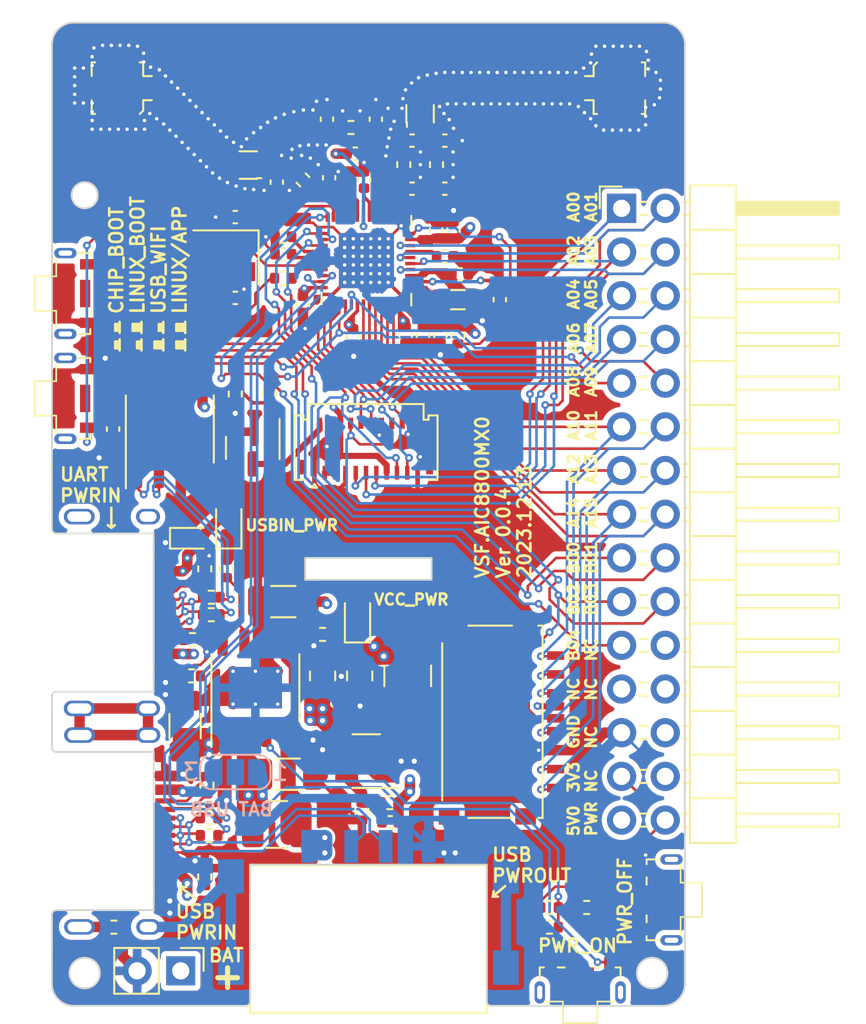
<source format=kicad_pcb>
(kicad_pcb (version 20221018) (generator pcbnew)
  (layers (0 "F.Cu" signal) (1 "In1.Cu" power) (2 "In2.Cu" mixed) (31 "B.Cu" signal) (34 "B.Paste" user) (35 "F.Paste" user) (36 "B.SilkS" user "B.Silkscreen") (37 "F.SilkS" user "F.Silkscreen") (38 "B.Mask" user) (39 "F.Mask" user) (44 "Edge.Cuts" user))
  (net 0 "")
  (net 1 "GND")
  (net 2 "Net-(C1-Pad1)")
  (net 3 "Net-(U1-AVDD18)")
  (net 4 "/V_CORE")
  (net 5 "/PWR_3V3")
  (net 6 "Net-(U1-V_FLS)")
  (net 7 "Net-(U1-V_RF)")
  (net 8 "Net-(C10-Pad1)")
  (net 9 "Net-(U1-DVDD_BT)")
  (net 10 "Net-(C14-Pad2)")
  (net 11 "Net-(U1-BT_RF)")
  (net 12 "Net-(U5-TR_2)")
  (net 13 "Net-(U1-WF_AUX5G)")
  (net 14 "Net-(U5-TR_5)")
  (net 15 "Net-(U1-WF_RF5G)")
  (net 16 "Net-(U6-TR_5)")
  (net 17 "Net-(U1-WF_RF2G4)")
  (net 18 "Net-(U6-TR_2)")
  (net 19 "Net-(U2-V3)")
  (net 20 "/USB5V_IN")
  (net 21 "/USB5V_OUT")
  (net 22 "Net-(U1-XTAL0{slash}XTAL2)")
  (net 23 "Net-(C30-Pad2)")
  (net 24 "Net-(U4-FB)")
  (net 25 "Net-(D2-K)")
  (net 26 "Net-(D3-K)")
  (net 27 "/USB_DM")
  (net 28 "/USB_DP")
  (net 29 "/Shield")
  (net 30 "Net-(J2-CC2)")
  (net 31 "/_USB_DP")
  (net 32 "Net-(J2-CC1)")
  (net 33 "/_USB_DM")
  (net 34 "Net-(J3-CC2)")
  (net 35 "Net-(J3-D+-PadA6)")
  (net 36 "Net-(J3-CC1)")
  (net 37 "Net-(J3-D--PadA7)")
  (net 38 "/GPIOA15")
  (net 39 "/GPIOA14")
  (net 40 "/GPIOA13")
  (net 41 "/GPIOA12")
  (net 42 "/GPIOA11")
  (net 43 "/GPIOA10")
  (net 44 "/GPIOB2")
  (net 46 "Net-(J5-LEDK)")
  (net 47 "/GPIOA3")
  (net 48 "Net-(J6-In)")
  (net 49 "Net-(J7-In)")
  (net 50 "/VBAT")
  (net 51 "Net-(JP1-C)")
  (net 52 "Net-(R20-Pad2)")
  (net 53 "Net-(U1-SW)")
  (net 54 "Net-(U1-BT_IND)")
  (net 55 "Net-(U1-WF_IND2G4)")
  (net 56 "Net-(U3-SW)")
  (net 57 "Net-(U4-SW)")
  (net 58 "Net-(Q1-B)")
  (net 59 "/USBUart_DM")
  (net 60 "/USBUart_DP")
  (net 61 "Net-(U3-ISET)")
  (net 62 "Net-(U3-LED)")
  (net 63 "/GPIOB4")
  (net 64 "/PWREN")
  (net 65 "Net-(R21-Pad2)")
  (net 66 "Net-(U1-GPIOB5{slash}GPIOA4{slash}XTAL1)")
  (net 67 "/GPIOB0")
  (net 68 "/GPIOB1")
  (net 69 "/GPIOB3")
  (net 70 "/GPIOA4")
  (net 71 "/GPIOA5")
  (net 72 "/GPIOA6")
  (net 73 "/GPIOA7")
  (net 74 "/GPIOA8")
  (net 75 "/GPIOA9")
  (net 76 "/GPIOA2")
  (net 77 "/GPIOA1")
  (net 78 "/GPIOA0")
  (net 79 "/PWRKEY")
  (footprint "Package_TO_SOT_SMD:SOT-23" (layer "F.Cu") (at 214.884 119.9665 -90)
    (fp_text reference "Q1" hide)
    (fp_text value "S9013")
  )
  (footprint "Capacitor_SMD:C_0402_1005Metric" (layer "F.Cu") (at 206.756 118.872 -90)
    (fp_text reference "C23" hide)
    (fp_text value "0.1uF")
  )
  (footprint "Capacitor_SMD:C_0402_1005Metric" (layer "F.Cu") (at 224.155 102.108 180)
    (fp_text reference "C22" hide)
    (fp_text value "1.5nH")
  )
  (footprint "Capacitor_SMD:C_0402_1005Metric" (layer "F.Cu") (at 225.806 113.411 -90)
    (fp_text reference "C6" hide)
    (fp_text value "4.7uF")
  )
  (footprint "Resistor_SMD:R_0402_1005Metric" (layer "F.Cu") (at 221.234 141.097 90)
    (fp_text reference "R18" hide)
    (fp_text value "22K,1%")
  )
  (footprint "Capacitor_SMD:C_0402_1005Metric" (layer "F.Cu") (at 219.202 100.8634 -90)
    (fp_text reference "C18" hide)
    (fp_text value "0.5pF")
  )
  (footprint "Inductor_SMD:L_0805_2012Metric" (layer "F.Cu") (at 226.822 111.3536)
    (fp_text reference "L1" hide)
    (fp_text value "4.7uH, 0805, Isat>=250mA, Rdc<=300mOhm")
  )
  (footprint "Diode_SMD:D_SOD-523" (layer "F.Cu") (at 211.328 125.222)
    (fp_text reference "D1" hide)
    (fp_text value "LESD5Z5.0CT1G")
  )
  (footprint "VSF:JHA004" (layer "F.Cu") (at 237.801 146.24 -90)
    (fp_text reference "SW2" hide)
    (fp_text value "SW_Push")
  )
  (footprint "VSF:USB-A-8.5_DOWN3.4" (layer "F.Cu") (at 221.615 144.0816 180)
    (fp_text reference "J1" hide)
    (fp_text value "USB_A")
  )
  (footprint "Package_SO:HSOP-8-1EP_3.9x4.9mm_P1.27mm_EP2.41x3.1mm_ThermalVias" (layer "F.Cu") (at 215.0364 133.9088 90)
    (fp_text reference "U3" hide)
    (fp_text value "ETA9638")
  )
  (footprint "Resistor_SMD:R_0402_1005Metric" (layer "F.Cu") (at 222.857 140.589)
    (fp_text reference "R19" hide)
    (fp_text value "100K,1%")
  )
  (footprint "Connector_PinHeader_2.54mm:PinHeader_1x02_P2.54mm_Vertical" (layer "F.Cu") (at 210.693 150.368 -90)
    (fp_text reference "BT1" hide)
    (fp_text value "Battery")
  )
  (footprint "LED_SMD:LED_0603_1608Metric" (layer "F.Cu") (at 213.487 124.333 90)
    (fp_text reference "D2" hide)
    (fp_text value "LED, RED")
  )
  (footprint "Resistor_SMD:R_0402_1005Metric" (layer "F.Cu") (at 218.948 130.81)
    (fp_text reference "R25" hide)
    (fp_text value "4.7k")
  )
  (footprint "Resistor_SMD:R_0402_1005Metric" (layer "F.Cu") (at 217.805 104.394 135)
    (fp_text reference "R1" hide)
    (fp_text value "1.5nH")
  )
  (footprint "Resistor_SMD:R_0402_1005Metric" (layer "F.Cu") (at 226.822 113.411 90)
    (fp_text reference "R24" hide)
    (fp_text value "47k")
  )
  (footprint "Oscillator:Oscillator_SMD_Abracon_ASE-4Pin_3.2x2.5mm" (layer "F.Cu") (at 213.326 108.902 180)
    (fp_text reference "Y1" hide)
    (fp_text value "40M, 10PPM,10pF")
  )
  (footprint "Capacitor_SMD:C_0805_2012Metric" (layer "F.Cu") (at 218.948 133.223 90)
    (fp_text reference "C27" hide)
    (fp_text value "10uF")
  )
  (footprint "Capacitor_SMD:C_0402_1005Metric" (layer "F.Cu") (at 216.281 104.521 -90)
    (fp_text reference "C16" hide)
    (fp_text value "1pF")
  )
  (footprint "VSF:QFN-48.10.14.10.14-1EP_5x5mm_P0.35mm_EP3.7x3.7mm_ThermalVias" (layer "F.Cu") (at 221.499 109.083)
    (fp_text reference "U1" hide)
    (fp_text value "AIC8800MX0_48P")
  )
  (footprint "Capacitor_SMD:C_1206_3216Metric" (layer "F.Cu") (at 210.947 136.144 90)
    (fp_text reference "C25" hide)
    (fp_text value "10uF")
  )
  (footprint "Resistor_SMD:R_0402_1005Metric" (layer "F.Cu") (at 220.599 101.346 180)
    (fp_text reference "R2" hide)
    (fp_text value "1.2pF")
  )
  (footprint "Capacitor_SMD:C_1206_3216Metric" (layer "F.Cu") (at 216.916 138.938)
    (fp_text reference "C24" hide)
    (fp_text value "10uF")
  )
  (footprint "Package_SO:SOP-8_3.9x4.9mm_P1.27mm" (layer "F.Cu") (at 210.058 118.872 90)
    (fp_text reference "U2" hide)
    (fp_text value "CH340N")
  )
  (footprint "Capacitor_SMD:C_0402_1005Metric" (layer "F.Cu") (at 216.662 107.696 180)
    (fp_text reference "C1" hide)
    (fp_text value "1uF")
  )
  (footprint "Resistor_SMD:R_0402_1005Metric" (layer "F.Cu") (at 212.344 141.478 180)
    (fp_text reference "R9" hide)
    (fp_text value "22")
  )
  (footprint "Capacitor_SMD:C_0402_1005Metric" (layer "F.Cu") (at 219.329 104.267 90)
    (fp_text reference "C15" hide)
    (fp_text value "NC")
  )
  (footprint "Resistor_SMD:R_0402_1005Metric" (layer "F.Cu") (at 215.8492 116.84 -90)
    (fp_text reference "R17" hide)
    (fp_text value "1k")
  )
  (footprint "Capacitor_SMD:C_0402_1005Metric" (layer "F.Cu") (at 225.552 107.315 90)
    (fp_text reference "C12" hide)
    (fp_text value "4.7uF")
  )
  (footprint "Connector_FFC-FPC:Molex_502250-2191_2Rows-21Pins-1MP_P0.60mm_Horizontal" (layer "F.Cu") (at 221.4756 120.012 90)
    (fp_text reference "J5" hide)
    (fp_text value "~")
  )
  (footprint "Capacitor_SMD:C_0402_1005Metric" (layer "F.Cu") (at 217.805 111.633 -90)
    (fp_text reference "C3" hide)
    (fp_text value "1uF")
  )
  (footprint "Capacitor_SMD:C_0805_2012Metric" (layer "F.Cu") (at 221.107 133.223 -90)
    (fp_text reference "C28" hide)
    (fp_text value "10uF")
  )
  (footprint "Capacitor_SMD:C_0402_1005Metric" (layer "F.Cu") (at 224.155 104.902 180)
    (fp_text reference "C21" hide)
    (fp_text value "NC")
  )
  (footprint "Resistor_SMD:R_0402_1005Metric" (layer "F.Cu") (at 212.471 129.667 180)
    (fp_text reference "R12" hide)
    (fp_text value "22")
  )
  (footprint "Inductor_SMD:L_0402_1005Metric" (layer "F.Cu") (at 220.345 104.394 90)
    (fp_text reference "L2" hide)
    (fp_text value "1.2nH")
  )
  (footprint "Resistor_SMD:R_0402_1005Metric" (layer "F.Cu") (at 211.328 133.223)
    (fp_text reference "R14" hide)
    (fp_text value "2k, 1%")
  )
  (footprint "VSF:JHA004" (layer "F.Cu") (at 205.429 110.998 90)
    (fp_text reference "SW4" hide)
    (fp_text value "SW_Push")
  )
  (footprint "Capacitor_SMD:C_0402_1005Metric" (layer "F.Cu") (at 226.949 109.8804 180)
    (fp_text reference "C9" hide)
    (fp_text value "4.7uF")
  )
  (footprint "Connector_PinHeader_2.54mm:PinHeader_2x15_P2.54mm_Horizontal" (layer "F.Cu") (at 236.347 106.045)
    (fp_text reference "J8" hide)
    (fp_text value "Conn_02x15_Odd_Even")
  )
  (footprint "Package_TO_SOT_SMD:SOT-23-5" (layer "F.Cu") (at 221.488 138.176 180)
    (fp_text reference "U4" hide)
    (fp_text value "ETA3486")
  )
  (footprint "Resistor_SMD:R_0402_1005Metric" (layer "F.Cu") (at 212.471 128.651 180)
    (fp_text reference "R13" hide)
    (fp_text value "22")
  )
  (footprint "Resistor_SMD:R_0402_1005Metric" (layer "F.Cu") (at 232.156 147.828 180)
    (fp_text reference "R20" hide)
    (fp_text value "47k")
  )
  (footprint "Connector_Coaxial:U.FL_Molex_MCRF_73412-0110_Vertical" (layer "F.Cu") (at 207.01 99.06 90)
    (fp_text reference "J7" hide)
    (fp_text value "Conn_Coaxial")
  )
  (footprint "Resistor_SMD:R_0402_1005Metric" (layer "F.Cu") (at 234.315 146.685)
    (fp_text reference "R21" hide)
    (fp_text value "1k")
  )
  (footprint "Resistor_SMD:R_0402_1005Metric" (layer "F.Cu") (at 211.3788 131.1148 180)
    (fp_text reference "R11" hide)
    (fp_text value "5.1k")
  )
  (footprint "Resistor_SMD:R_0402_1005Metric" (layer "F.Cu") (at 223.6724 103.505 -90)
    (fp_text reference "R4" hide)
    (fp_text value "3pF")
  )
  (footprint "Connector_Coaxial:U.FL_Molex_MCRF_73412-0110_Vertical" (layer "F.Cu") (at 236.22 99.06 -90)
    (fp_text reference "J6" hide)
    (fp_text value "Conn_Coaxial")
  )
  (footprint "VSF:JHA004" (layer "F.Cu") (at 205.429 117.094 90)
    (fp_text reference "SW3" hide)
    (fp_text value "SW_Push")
  )
  (footprint "Capacitor_SMD:C_0402_1005Metric" (layer "F.Cu") (at 213.868 111.252 180)
    (fp_text reference "C30" hide)
    (fp_text value "0Ohm")
  )
  (footprint "Inductor_SMD:L_1210_3225Metric" (layer "F.Cu") (at 216.281 141.859)
    (fp_text reference "L4" hide)
    (fp_text value "2.2uH 1.2A")
  )
  (footprint "Resistor_SMD:R_0402_1005Metric" (layer "F.Cu") (at 213.868 116.84 -90)
    (fp_text reference "R16" hide)
    (fp_text value "3.3k")
  )
  (footprint "Resistor_SMD:R_0402_1005Metric" (layer "F.Cu") (at 212.344 142.494 180)
    (fp_text reference "R8" hide)
    (fp_text value "22")
  )
  (footprint "Capacitor_SMD:C_0402_1005Metric" (layer "F.Cu") (at 220.853 102.87 180)
    (fp_text reference "C13" hide)
    (fp_text value "1uF")
  )
  (footprint "Capacitor_SMD:C_0402_1005Metric" (layer "F.Cu") (at 226.06 108.839)
    (fp_text reference "C10" hide)
    (fp_text value "1uF")
  )
  (footprint "Capacitor_SMD:C_0402_1005Metric" (layer "F.Cu") (at 226.06 102.108)
    (fp_text reference "C20" hide)
    (fp_text value "0.5pF")
  )
  (footprint "Resistor_SMD:R_0402_1005Metric" (layer "F.Cu") (at 212.217 139.573 -90)
    (fp_text reference "R6" hide)
    (fp_text value "5.1k")
  )
  (footprint "Resistor_SMD:R_0402_1005Metric" (layer "F.Cu") (at 206.8068 147.828 180)
    (fp_text reference "R5" hide)
    (fp_text value "0")
  )
  (footprint "Resistor_SMD:R_0402_1005Metric" (layer "F.Cu") (at 225.5774 103.505 -90)
    (fp_text reference "R3" hide)
    (fp_text value "2pF")
  )
  (footprint "Capacitor_SMD:C_0402_1005Metric" (layer "F.Cu") (at 226.06 104.902)
    (fp_text reference "C19" hide)
    (fp_text value "NC")
  )
  (footprint "Capacitor_SMD:C_0402_1005Metric" (layer "F.Cu") (at 213.868 106.553)
    (fp_text reference "C29" hide)
    (fp_text value "NC")
  )
  (footprint "Capacitor_SMD:C_0402_1005Metric" (layer "F.Cu") (at 222.885 141.732)
    (fp_text reference "C31" hide)
    (fp_text value "22pF")
  )
  (footprint "Capacitor_SMD:C_0402_1005Metric" (layer "F.Cu") (at 226.568 107.315 90)
    (fp_text reference "C11" hide)
    (fp_text value "1uF")
  )
  (footprint "Capacitor_SMD:C_1206_3216Metric" (layer "F.Cu") (at 216.662 128.905 180)
    (fp_text reference "C26" hide)
    (fp_text value "22uF")
  )
  (footprint "VSF:Filter_SLFD18-5R950G-07T" (layer "F.Cu") (at 224.6202 100.5522 90)
    (fp_text reference "U6" hide)
    (fp_text value "~")
  )
  (footprint "VSF:MicroSD_Tiny" (layer "F.Cu") (at 232.5116 135.89 90)
    (fp_text reference "J4" hide)
    (fp_text value "Micro_SD_Card_Det1")
  )
  (footprint "Capacitor_SMD:C_0402_1005Metric" (layer "F.Cu") (at 229.2604 111.3536 -90)
    (fp_text reference "C8" hide)
    (fp_text value "1uF")
  )
  (footprint "Resistor_SMD:R_0402_1005Metric" (layer "F.Cu") (at 213.36 127 -90)
    (fp_text reference "R15" hide)
    (fp_text value "10k")
  )
  (footprint "VSF:Filter_SLFD18-5R950G-07T" (layer "F.Cu") (at 214.6236 103.5304 180)
    (fp_text reference "U5" hide)
    (fp_text value "~")
  )
  (footprint "Inductor_SMD:L_1210_3225Metric" (layer "F.Cu") (at 223.901 133.223 90)
    (fp_text reference "L5" hide)
    (fp_text value "4.7uH")
  )
  (footprint "Capacitor_SMD:C_0402_1005Metric" (layer "F.Cu") (at 222.0468 100.8634 -90)
    (fp_text reference "C17" hide)
    (fp_text value "NC")
  )
  (footprint "Capacitor_SMD:C_0402_1005Metric" (layer "F.Cu") (at 216.662 108.712 180)
    (fp_text reference "C2" hide)
    (fp_text value "1uF")
  )
  (footprint "LED_SMD:LED_0603_1608Metric" (layer "F.Cu") (at 220.98 129.794 90)
    (fp_text reference "D3" hide)
    (fp_text value "LED,GREEN")
  )
  (footprint "Resistor_SMD:R_0402_1005Metric" (layer "F.Cu") (at 212.09 144.907 -90)
    (fp_text reference "R7" hide)
    (fp_text value "5.1k")
  )
  (footprint "Resistor_SMD:R_0402_1005Metric" (layer "F.Cu") (at 212.09 127 -90)
    (fp_text reference "R10" hide)
    (fp_text value "5.1k")
  )
  (footprint "VSF:USB_C_Receptacle_Palconn_UTC16-G_DOWN1.6" (layer "F.Cu") (at 207.264 129.54 -90)
    (fp_text reference "J3" hide)
    (fp_text value "USB_C_Receptacle_USB2.0")
  )
  (footprint "Capacitor_SMD:C_0402_1005Metric" (layer "F.Cu") (at 224.79 113.411 -90)
    (fp_text reference "C7" hide)
    (fp_text value "1uF")
  )
  (footprint "Capacitor_SMD:C_0402_1005Metric" (layer "F.Cu") (at 223.774 113.411 -90)
    (fp_text reference "C5" hide)
    (fp_text value "1uF")
  )
  (footprint "Capacitor_SMD:C_0402_1005Metric" (layer "F.Cu") (at 220.726 113.538 -90)
    (fp_text reference "C4" hide)
    (fp_text value "1uF")
  )
  (footprint "Resistor_SMD:R_0402_1005Metric" (layer "F.Cu") (at 216.662 110.109 180)
    (fp_text reference "R23" hide)
    (fp_text value "NC")
  )
  (footprint "Capacitor_SMD:C_0402_1005Metric" (layer "F.Cu") (at 221.361 104.394 -90)
    (fp_text reference "C14" hide)
    (fp_text value "1uF")
  )
  (footprint "Inductor_SMD:L_0402_1005Metric" (layer "F.Cu") (at 222.631 104.14 90)
    (fp_text reference "L3" hide)
    (fp_text value "1.4nH")
  )
  (footprint "Resistor_SMD:R_0402_1005Metric" (layer "F.Cu") (at 232.154 146.685)
    (fp_text reference "R22" hide)
    (fp_text value "47k")
  )
  (footprint "VSF:JHA004" (layer "F.Cu") (at 233.934 150.171 180)
    (fp_text reference "SW1" hide)
    (fp_text value "SW_Push")
  )
  (footprint "VSF:USB_C_Receptacle_Palconn_UTC16-G_DOWN1.6" (layer "F.Cu") (at 207.2809 142.24 -90)
    (fp_text reference "J2" hide)
    (fp_text value "USB_C_Receptacle_USB2.0")
  )
  (footprint "Jumper:SolderJumper-3_P1.3mm_Open_RoundedPad1.0x1.5mm_NumberLabels" (layer "B.Cu") (at 213.868 138.811 180)
    (fp_text reference "JP1" hide)
    (fp_text value "Jumper_3_Open")
  )
  (gr_line (start 206.883 112.776) (end 207.01 112.776) (stroke (width 0.15)) (layer "F.SilkS"))
  (gr_line (start 211.5312 146.1516) (end 210.6676 145.4912) (stroke (width 0.15)) (layer "F.SilkS"))
  (gr_line (start 209.169 114.173) (end 209.169 113.792) (stroke (width 0.15)) (layer "F.SilkS"))
  (gr_line (start 208.407 112.776) (end 208.28 112.776) (stroke (width 0.15)) (layer "F.SilkS"))
  (gr_line (start 209.55 114.173) (end 209.677 114.173) (stroke (width 0.15)) (layer "F.SilkS"))
  (gr_line (start 207.01 113.157) (end 207.137 113.157) (stroke (width 0.15)) (layer "F.SilkS"))
  (gr_line (start 208.153 113.157) (end 208.28 113.157) (stroke (width 0.15)) (layer "F.SilkS"))
  (gr_line (start 207.137 114.173) (end 207.01 114.173) (stroke (width 0.15)) (layer "F.SilkS"))
  (gr_line (start 209.296 113.792) (end 209.423 113.792) (stroke (width 0.15)) (layer "F.SilkS"))
  (gr_line (start 210.693 114.173) (end 210.82 114.173) (stroke (width 0.15)) (layer "F.SilkS"))
  (gr_line (start 209.677 113.792) (end 209.55 113.792) (stroke (width 0.15)) (layer "F.SilkS"))
  (gr_line (start 210.566 113.157) (end 210.693 113.157) (stroke (width 0.15)) (layer "F.SilkS"))
  (gr_line (start 208.153 112.776) (end 208.026 112.776) (stroke (width 0.15)) (layer "F.SilkS"))
  (gr_line (start 210.566 114.173) (end 210.439 114.173) (stroke (width 0.15)) (layer "F.SilkS"))
  (gr_line (start 207.01 113.792) (end 206.883 113.792) (stroke (width 0.15)) (layer "F.SilkS"))
  (gr_line (start 208.026 113.157) (end 208.153 113.157) (stroke (width 0.15)) (layer "F.SilkS"))
  (gr_line (start 208.28 113.792) (end 208.153 113.792) (stroke (width 0.15)) (layer "F.SilkS"))
  (gr_line (start 208.28 113.157) (end 208.28 112.776) (stroke (width 0.15)) (layer "F.SilkS"))
  (gr_line (start 210.566 114.173) (end 210.566 113.792) (stroke (width 0.15)) (layer "F.SilkS"))
  (gr_line (start 210.947 114.173) (end 210.82 114.173) (stroke (width 0.15)) (layer "F.SilkS"))
  (gr_line (start 209.423 112.776) (end 209.423 113.157) (stroke (width 0.15)) (layer "F.SilkS"))
  (gr_line (start 208.28 112.776) (end 208.153 112.776) (stroke (width 0.15)) (layer "F.SilkS"))
  (gr_line (start 210.82 113.157) (end 210.947 113.157) (stroke (width 0.15)) (layer "F.SilkS"))
  (gr_line (start 210.82 114.173) (end 210.947 114.173) (stroke (width 0.15)) (layer "F.SilkS"))
  (gr_line (start 209.296 114.173) (end 209.169 114.173) (stroke (width 0.15)) (layer "F.SilkS"))
  (gr_line (start 208.407 113.157) (end 208.28 113.157) (stroke (width 0.15)) (layer "F.SilkS"))
  (gr_line (start 210.6676 145.4912) (end 211.0232 145.4912) (stroke (width 0.15)) (layer "F.SilkS"))
  (gr_line (start 208.28 113.792) (end 208.407 113.792) (stroke (width 0.15)) (layer "F.SilkS"))
  (gr_line (start 209.296 114.173) (end 209.296 113.792) (stroke (width 0.15)) (layer "F.SilkS"))
  (gr_line (start 209.55 113.157) (end 209.677 113.157) (stroke (width 0.15)) (layer "F.SilkS"))
  (gr_line (start 209.55 112.776) (end 209.677 112.776) (stroke (width 0.15)) (layer "F.SilkS"))
  (gr_line (start 210.566 112.776) (end 210.566 113.157) (stroke (width 0.15)) (layer "F.SilkS"))
  (gr_line (start 210.7184 145.796) (end 210.6676 145.4912) (stroke (width 0.15)) (layer "F.SilkS"))
  (gr_line (start 207.137 112.649) (end 207.137 113.284) (stroke (width 0.15)) (layer "F.SilkS"))
  (gr_line (start 210.6676 145.4912) (end 210.7184 145.796) (stroke (width 0.15)) (layer "F.SilkS"))
  (gr_line (start 207.899 112.776) (end 207.899 113.157) (stroke (width 0.15)) (layer "F.SilkS"))
  (gr_line (start 210.947 113.792) (end 210.82 113.792) (stroke (width 0.15)) (layer "F.SilkS"))
  (gr_line (start 210.693 112.776) (end 210.693 113.157) (stroke (width 0.15)) (layer "F.SilkS"))
  (gr_line (start 210.566 113.792) (end 210.693 113.792) (stroke (width 0.15)) (layer "F.SilkS"))
  (gr_line (start 206.6544 124.6124) (end 206.8576 124.46) (stroke (width 0.15)) (layer "F.SilkS"))
  (gr_line (start 209.169 113.792) (end 209.296 113.792) (stroke (width 0.15)) (layer "F.SilkS"))
  (gr_line (start 208.153 112.776) (end 208.153 113.157) (stroke (width 0.15)) (layer "F.SilkS"))
  (gr_line (start 210.693 112.776) (end 210.82 112.776) (stroke (width 0.15)) (layer "F.SilkS"))
  (gr_line (start 206.883 113.157) (end 207.01 113.157) (stroke (width 0.15)) (layer "F.SilkS"))
  (gr_line (start 209.423 113.792) (end 209.423 114.173) (stroke (width 0.15)) (layer "F.SilkS"))
  (gr_line (start 207.01 114.173) (end 207.137 114.173) (stroke (width 0.15)) (layer "F.SilkS"))
  (gr_line (start 209.55 112.776) (end 209.55 113.157) (stroke (width 0.15)) (layer "F.SilkS"))
  (gr_line (start 208.407 113.665) (end 208.407 114.3) (stroke (width 0.15)) (layer "F.SilkS"))
  (gr_line (start 209.677 112.649) (end 209.677 113.284) (stroke (width 0.15)) (layer "F.SilkS"))
  (gr_line (start 206.883 112.776) (end 206.883 113.157) (stroke (width 0.15)) (layer "F.SilkS"))
  (gr_line (start 209.423 112.776) (end 209.55 112.776) (stroke (width 0.15)) (layer "F.SilkS"))
  (gr_line (start 229.5652 145.4404) (end 228.854 146.05) (stroke (width 0.15)) (layer "F.SilkS"))
  (gr_line (start 210.693 113.792) (end 210.693 114.173) (stroke (width 0.15)) (layer "F.SilkS"))
  (gr_line (start 209.677 113.665) (end 209.677 114.3) (stroke (width 0.15)) (layer "F.SilkS"))
  (gr_line (start 208.153 114.173) (end 208.28 114.173) (stroke (width 0.15)) (layer "F.SilkS"))
  (gr_line (start 206.883 114.173) (end 207.01 114.173) (stroke (width 0.15)) (layer "F.SilkS"))
  (gr_line (start 206.6544 124.6124) (end 206.4512 124.46) (stroke (width 0.15)) (layer "F.SilkS"))
  (gr_line (start 207.01 113.792) (end 207.01 114.173) (stroke (width 0.15)) (layer "F.SilkS"))
  (gr_line (start 210.82 113.792) (end 210.82 114.173) (stroke (width 0.15)) (layer "F.SilkS"))
  (gr_line (start 210.566 112.776) (end 210.439 112.776) (stroke (width 0.15)) (layer "F.SilkS"))
  (gr_line (start 209.423 114.173) (end 209.55 114.173) (stroke (width 0.15)) (layer "F.SilkS"))
  (gr_line (start 228.854 146.05) (end 228.9048 145.7452) (stroke (width 0.15)) (layer "F.SilkS"))
  (gr_line (start 209.55 113.792) (end 209.55 114.173) (stroke (width 0.15)) (layer "F.SilkS"))
  (gr_line (start 206.883 113.792) (end 206.883 114.173) (stroke (width 0.15)) (layer "F.SilkS"))
  (gr_line (start 207.137 113.665) (end 207.137 114.3) (stroke (width 0.15)) (layer "F.SilkS"))
  (gr_line (start 228.854 146.05) (end 229.1588 146.05) (stroke (width 0.15)) (layer "F.SilkS"))
  (gr_line (start 208.407 112.649) (end 208.407 113.284) (stroke (width 0.15)) (layer "F.SilkS"))
  (gr_line (start 210.947 112.649) (end 210.947 113.284) (stroke (width 0.15)) (layer "F.SilkS"))
  (gr_line (start 209.423 113.157) (end 209.55 113.157) (stroke (width 0.15)) (layer "F.SilkS"))
  (gr_line (start 208.407 114.173) (end 208.28 114.173) (stroke (width 0.15)) (layer "F.SilkS"))
  (gr_line (start 210.693 113.157) (end 210.82 113.157) (stroke (width 0.15)) (layer "F.SilkS"))
  (gr_line (start 210.439 112.776) (end 210.439 113.157) (stroke (width 0.15)) (layer "F.SilkS"))
  (gr_line (start 210.439 113.157) (end 210.566 113.157) (stroke (width 0.15)) (layer "F.SilkS"))
  (gr_line (start 208.28 114.173) (end 208.28 113.792) (stroke (width 0.15)) (layer "F.SilkS"))
  (gr_line (start 206.6544 123.444) (end 206.6544 124.6124) (stroke (width 0.15)) (layer "F.SilkS"))
  (gr_line (start 209.55 113.792) (end 209.423 113.792) (stroke (width 0.15)) (layer "F.SilkS"))
  (gr_line (start 207.01 112.776) (end 207.137 112.776) (stroke (width 0.15)) (layer "F.SilkS"))
  (gr_line (start 208.28 112.776) (end 208.407 112.776) (stroke (width 0.15)) (layer "F.SilkS"))
  (gr_line (start 210.439 114.173) (end 210.439 113.792) (stroke (width 0.15)) (layer "F.SilkS"))
  (gr_line (start 208.026 112.776) (end 207.899 112.776) (stroke (width 0.15)) (layer "F.SilkS"))
  (gr_line (start 209.423 114.173) (end 209.296 114.173) (stroke (width 0.15)) (layer "F.SilkS"))
  (gr_line (start 210.82 112.776) (end 210.82 113.157) (stroke (width 0.15)) (layer "F.SilkS"))
  (gr_line (start 207.899 113.157) (end 208.026 113.157) (stroke (width 0.15)) (layer "F.SilkS"))
  (gr_line (start 210.947 113.665) (end 210.947 114.3) (stroke (width 0.15)) (layer "F.SilkS"))
  (gr_line (start 209.677 114.173) (end 209.55 114.173) (stroke (width 0.15)) (layer "F.SilkS"))
  (gr_line (start 208.026 112.776) (end 208.026 113.157) (stroke (width 0.15)) (layer "F.SilkS"))
  (gr_line (start 208.153 113.792) (end 208.153 114.173) (stroke (width 0.15)) (layer "F.SilkS"))
  (gr_line (start 210.693 114.173) (end 210.566 114.173) (stroke (width 0.15)) (layer "F.SilkS"))
  (gr_line (start 210.82 112.776) (end 210.947 112.776) (stroke (width 0.15)) (layer "F.SilkS"))
  (gr_line (start 210.693 112.776) (end 210.566 112.776) (stroke (width 0.15)) (layer "F.SilkS"))
  (gr_line (start 210.439 113.792) (end 210.566 113.792) (stroke (width 0.15)) (layer "F.SilkS"))
  (gr_line (start 207.01 112.776) (end 207.01 113.157) (stroke (width 0.15)) (layer "F.SilkS"))
  (gr_line (start 207.137 113.792) (end 207.01 113.792) (stroke (width 0.15)) (layer "F.SilkS"))
  (gr_line (start 210.82 113.792) (end 210.693 113.792) (stroke (width 0.15)) (layer "F.SilkS"))
  (gr_line (start 214.4776 152.4) (end 204.47 152.4) (stroke (width 0.1)) (layer "Edge.Cuts"))
  (gr_arc (start 214.7316 152.146) (mid 214.657205 152.325605) (end 214.4776 152.4) (stroke (width 0.1)) (layer "Edge.Cuts"))
  (gr_arc (start 203.455805 137.644405) (mid 203.2762 137.57001) (end 203.201805 137.390405) (stroke (width 0.1)) (layer "Edge.Cuts"))
  (gr_arc (start 204.47 152.4) (mid 203.571974 152.028026) (end 203.2 151.13) (stroke (width 0.1)) (layer "Edge.Cuts"))
  (gr_line (start 228.754205 152.398195) (end 238.76 152.4) (stroke (width 0.1)) (layer "Edge.Cuts"))
  (gr_line (start 238.76 95.25) (end 204.47 95.25) (stroke (width 0.1)) (layer "Edge.Cuts"))
  (gr_arc (start 228.754205 152.398195) (mid 228.5746 152.3238) (end 228.500205 152.144195) (stroke (width 0.1)) (layer "Edge.Cuts"))
  (gr_line (start 228.4984 144.1958) (end 214.7316 144.1958) (stroke (width 0.1)) (layer "Edge.Cuts"))
  (gr_line (start 209.1182 124.9426) (end 209.1182 134.1374) (stroke (width 0.1)) (layer "Edge.Cuts"))
  (gr_line (start 209.120005 146.839205) (end 203.455805 146.839205) (stroke (width 0.1)) (layer "Edge.Cuts"))
  (gr_arc (start 238.76 95.25) (mid 239.658026 95.621974) (end 240.03 96.52) (stroke (width 0.1)) (layer "Edge.Cuts"))
  (gr_line (start 203.2 134.3914) (end 203.201805 137.390405) (stroke (width 0.1)) (layer "Edge.Cuts"))
  (gr_arc (start 203.454 124.9426) (mid 203.274395 124.868205) (end 203.2 124.6886) (stroke (width 0.1)) (layer "Edge.Cuts"))
  (gr_line (start 240.03 151.13) (end 240.03 96.52) (stroke (width 0.1)) (layer "Edge.Cuts"))
  (gr_arc (start 238.125 151.384) (mid 238.125 149.606004) (end 238.125 151.384) (stroke (width 0.1)) (layer "Edge.Cuts"))
  (gr_line (start 203.201805 147.093205) (end 203.2 151.13) (stroke (width 0.1)) (layer "Edge.Cuts"))
  (gr_line (start 209.1182 134.1374) (end 203.454 134.1374) (stroke (width 0.1)) (layer "Edge.Cuts"))
  (gr_line (start 214.7316 144.1958) (end 214.7316 152.146) (stroke (width 0.1)) (layer "Edge.Cuts"))
  (gr_arc (start 203.2 96.52) (mid 203.571974 95.621974) (end 204.47 95.25) (stroke (width 0.1)) (layer "Edge.Cuts"))
  (gr_arc (start 203.2 134.3914) (mid 203.274395 134.211795) (end 203.454 134.1374) (stroke (width 0.1)) (layer "Edge.Cuts"))
  (gr_line (start 209.120005 137.644405) (end 209.120005 146.839205) (stroke (width 0.1)) (layer "Edge.Cuts"))
  (gr_arc (start 205.105 106.045) (mid 205.105 104.521) (end 205.105 106.045) (stroke (width 0.1)) (layer "Edge.Cuts"))
  (gr_rect (start 217.932 126.365) (end 225.298 127.635) (stroke (width 0.1)) (fill none) (layer "Edge.Cuts"))
  (gr_line (start 203.2 96.52) (end 203.2 124.6886) (stroke (width 0.1)) (layer "Edge.Cuts"))
  (gr_line (start 203.455805 137.644405) (end 209.120005 137.644405) (stroke (width 0.1)) (layer "Edge.Cuts"))
  (gr_line (start 228.500205 152.144195) (end 228.4984 144.1958) (stroke (width 0.1)) (layer "Edge.Cuts"))
  (gr_arc (start 240.03 151.13) (mid 239.658026 152.028026) (end 238.76 152.4) (stroke (width 0.1)) (layer "Edge.Cuts"))
  (gr_line (start 203.454 124.9426) (end 209.1182 124.9426) (stroke (width 0.1)) (layer "Edge.Cuts"))
  (gr_arc (start 203.201805 147.093205) (mid 203.2762 146.9136) (end 203.455805 146.839205) (stroke (width 0.1)) (layer "Edge.Cuts"))
  (gr_arc (start 205.105 151.384) (mid 205.105 149.606) (end 205.105 151.384) (stroke (width 0.1)) (layer "Edge.Cuts"))
  (gr_text "USB" (at 213.614 141.4272) (layer "B.SilkS") (effects (font (size 0.762 0.762) (thickness 0.1524) bold) (justify left bottom mirror)))
  (gr_text "BAT" (at 216.154 141.4272) (layer "B.SilkS") (effects (font (size 0.762 0.762) (thickness 0.1524) bold) (justify left bottom mirror)))
  (gr_text "A06\nA07" (at 234.95 114.554 90) (layer "F.SilkS") (effects (font (size 0.635 0.635) (thickness 0.1524) bold) (justify left bottom)))
  (gr_text "VSF.AIC8800MX0\nVer 0.0.4\n2023.12.13" (at 231.14 127.635 90) (layer "F.SilkS") (effects (font (size 0.762 0.762) (thickness 0.1524) bold) (justify left bottom)))
  (gr_text "VCC_PWR" (at 221.869 129.159) (layer "F.SilkS") (effects (font (size 0.635 0.635) (thickness 0.1524) bold) (justify left bottom)))
  (gr_text "B04\nNC" (at 234.95 132.461 90) (layer "F.SilkS") (effects (font (size 0.635 0.635) (thickness 0.1524) bold) (justify left bottom)))
  (gr_text "B00\nB01" (at 234.95 127.381 90) (layer "F.SilkS") (effects (font (size 0.635 0.635) (thickness 0.1524) bold) (justify left bottom)))
  (gr_text "A00\nA01" (at 234.95 106.934 90) (layer "F.SilkS") (effects (font (size 0.635 0.635) (thickness 0.1524) bold) (justify left bottom)))
  (gr_text "A12\nA13" (at 234.95 122.174 90) (layer "F.SilkS") (effects (font (size 0.635 0.635) (thickness 0.1524) bold) (justify left bottom)))
  (gr_text "A02\nA03" (at 234.95 109.474 90) (layer "F.SilkS") (effects (font (size 0.635 0.635) (thickness 0.1524) bold) (justify left bottom)))
  (gr_text "USB\nPWROUT" (at 228.727 145.288) (layer "F.SilkS") (effects (font (size 0.762 0.762) (thickness 0.1524) bold) (justify left bottom)))
  (gr_text "NC\nNC" (at 234.95 134.747 90) (layer "F.SilkS") (effects (font (size 0.635 0.635) (thickness 0.1524) bold) (justify left bottom)))
  (gr_text "USBIN_PWR" (at 214.376 124.841) (layer "F.SilkS") (effects (font (size 0.635 0.635) (thickness 0.1524) bold) (justify left bottom)))
  (gr_text "5V0\nPWR" (at 234.95 142.621 90) (layer "F.SilkS") (effects (font (size 0.635 0.635) (thickness 0.1524) bold) (justify left bottom)))
  (gr_text "CHIP_BOOT\nLINUX_BOOT\nUSB_WIFI\nLINUX/APP" (at 211.074 112.268 90) (layer "F.SilkS") (effects (font (size 0.762 0.762) (thickness 0.1524) bold) (justify left bottom)))
  (gr_text "USB\nPWRIN" (at 210.312 148.59) (layer "F.SilkS") (effects (font (size 0.762 0.762) (thickness 0.1524) bold) (justify left bottom)))
  (gr_text "GND\nNC" (at 234.95 137.541 90) (layer "F.SilkS") (effects (font (size 0.635 0.635) (thickness 0.1524) bold) (justify left bottom)))
  (gr_text "3V3\nNC" (at 234.95 140.081 90) (layer "F.SilkS") (effects (font (size 0.635 0.635) (thickness 0.1524) bold) (justify left bottom)))
  (gr_text "B02\nB03" (at 234.95 129.794 90) (layer "F.SilkS") (effects (font (size 0.635 0.635) (thickness 0.1524) bold) (justify left bottom)))
  (gr_text "UART\nPWRIN" (at 203.581 123.19) (layer "F.SilkS") (effects (font (size 0.762 0.762) (thickness 0.1524) bold) (justify left bottom)))
  (gr_text "A10\nA11" (at 234.95 119.634 90) (layer "F.SilkS") (effects (font (size 0.635 0.635) (thickness 0.1524) bold) (justify left bottom)))
  (gr_text "PWR_ON" (at 231.394 149.352) (layer "F.SilkS") (effects (font (size 0.762 0.762) (thickness 0.1524) bold) (justify left bottom)))
  (gr_text "+" (at 212.2932 151.5364) (layer "F.SilkS") (effects (font (size 1.5 1.5) (thickness 0.3) bold) (justify left bottom)))
  (gr_text "A14\nA15" (at 234.95 124.714 90) (layer "F.SilkS") (effects (font (size 0.635 0.635) (thickness 0.1524) bold) (justify left bottom)))
  (gr_text "PWR_OFF" (at 236.982 148.971 90) (layer "F.SilkS") (effects (font (size 0.762 0.762) (thickness 0.1524) bold) (justify left bottom)))
  (gr_text "A08\nA09" (at 234.95 117.094 90) (layer "F.SilkS") (effects (font (size 0.635 0.635) (thickness 0.1524) bold) (justify left bottom)))
  (gr_text "A04\nA05" (at 234.95 112.014 90) (layer "F.SilkS") (effects (font (size 0.635 0.635) (thickness 0.1524) bold) (justify left bottom)))
  (gr_text "BAT" (at 212.2424 149.9108) (layer "F.SilkS") (effects (font (size 0.762 0.762) (thickness 0.1524) bold) (justify left bottom)))
  (segment (start 219.86 103.909) (end 219.738 103.787) (width 0.6096) (layer "F.Cu") (net 1))
  (segment (start 220.1164 100.3808) (end 219.2046 100.3808) (width 0.254) (layer "F.Cu") (net 1))
  (segment (start 214.376 109.727) (end 213.926 109.727) (width 0.1524) (layer "F.Cu") (net 1))
  (segment (start 226.5426 102.7684) (end 226.5426 103.505) (width 0.6096) (layer "F.Cu") (net 1))
  (segment (start 223.774 106.533) (end 224.7392 106.533) (width 0.2) (layer "F.Cu") (net 1))
  (segment (start 225.25 106.533) (end 225.552 106.835) (width 0.2) (layer "F.Cu") (net 1))
  (segment (start 215.187 132.8032) (end 215.0364 132.9538) (width 0.6096) (layer "F.Cu") (net 1))
  (segment (start 220.2756 122.0148) (end 219.964 122.3264) (width 0.254) (layer "F.Cu") (net 1))
  (segment (start 225.2472 112.268) (end 227.9396 112.268) (width 0.2) (layer "F.Cu") (net 1))
  (segment (start 218.736 122.3264) (end 218.4756 122.066) (width 0.254) (layer "F.Cu") (net 1))
  (segment (start 224.1202 100.1522) (end 224.1202 100.310456) (width 0.2) (layer "F.Cu") (net 1))
  (segment (start 218.948 111.0488) (end 217.8838 112.113) (width 0.2) (layer "F.Cu") (net 1))
  (segment (start 228.5212 112.5728) (end 229.2604 111.8336) (width 0.2) (layer "F.Cu") (net 1))
  (segment (start 217.8838 112.113) (end 217.805 112.113) (width 0.2) (layer "F.Cu") (net 1))
  (segment (start 226.5426 104.8994) (end 226.54 104.902) (width 0.6096) (layer "F.Cu") (net 1))
  (segment (start 220.9648 134.173) (end 221.107 134.173) (width 0.6096) (layer "F.Cu") (net 1))
  (segment (start 224.1756 118.537) (end 224.1756 117.8766) (width 0.3556) (layer "F.Cu") (net 1))
  (segment (start 223.424 106.965) (end 223.52 107.061) (width 0.1524) (layer "F.Cu") (net 1))
  (segment (start 210.693 120.523) (end 212.187 119.029) (width 0.6096) (layer "F.Cu") (net 1))
  (segment (start 212.217 131.826) (end 212.217 131.443) (width 0.1524) (layer "F.Cu") (net 1))
  (segment (start 225.25 106.533) (end 226.266 106.533) (width 0.2) (layer "F.Cu") (net 1))
  (segment (start 215.6714 132.3188) (end 215.0364 132.9538) (width 0.6096) (layer "F.Cu") (net 1))
  (segment (start 224.1202 100.1522) (end 223.647 100.1522) (width 0.2) (layer "F.Cu") (net 1))
  (segment (start 209.804 133.604) (end 209.804 134.310703) (width 0.6096) (layer "F.Cu") (net 1))
  (segment (start 209.774 126.34) (end 209.774 125.506) (width 0.6096) (layer "F.Cu") (net 1))
  (segment (start 217.015 105.001) (end 217.0176 105.0036) (width 0.6096) (layer "F.Cu") (net 1))
  (segment (start 226.54 101.4248) (end 226.568 101.3968) (width 0.6096) (layer "F.Cu") (net 1))
  (segment (start 224.9424 106.533) (end 225.2444 106.835) (width 0.2) (layer "F.Cu") (net 1))
  (segment (start 221.107 134.173) (end 221.107 134.9502) (width 0.6096) (layer "F.Cu") (net 1))
  (segment (start 218.391 136.9586) (end 218.391 138.938) (width 0.6096) (layer "F.Cu") (net 1))
  (segment (start 211.525222 143.973178) (end 211.042044 143.49) (width 0.1524) (layer "F.Cu") (net 1))
  (segment (start 215.6714 132.2888) (end 216.3364 132.9538) (width 0.6096) (layer "F.Cu") (net 1))
  (segment (start 210.947 134.669) (end 210.162297 134.669) (width 0.6096) (layer "F.Cu") (net 1))
  (segment (start 218.44 131.765) (end 218.44 131.4704) (width 0.6096) (layer "F.Cu") (net 1))
  (segment (start 212.09 126.679384) (end 211.055644 127.71374) (width 0.1524) (layer "F.Cu") (net 1))
  (segment (start 226.215 106.172) (end 225.552 106.835) (width 0.6096) (layer "F.Cu") (net 1))
  (segment (start 209.774 132.74) (end 209.774 133.574) (width 0.6096) (layer "F.Cu") (net 1))
  (segment (start 237.801 143.694) (end 237.744 143.637) (width 0.1524) (layer "F.Cu") (net 1))
  (segment (start 232.5116 137.54) (end 234.316 137.54) (width 0.6096) (layer "F.Cu") (net 1))
  (segment (start 225.1202 100.293944) (end 224.6202 100.793944) (width 0.2) (layer "F.Cu") (net 1))
  (segment (start 224.631425 120.859375) (end 224.631425 120.49202) (width 0.254) (layer "F.Cu") (net 1))
  (segment (start 224.282 138.176) (end 229.1588 138.176) (width 0.6096) (layer "F.Cu") (net 1))
  (segment (start 218.391 138.0726) (end 218.948 137.5156) (width 0.6096) (layer "F.Cu") (net 1))
  (segment (start 210.693 125.157) (end 210.628 125.222) (width 0.6096) (layer "F.Cu") (net 1))
  (segment (start 216.182 107.696) (end 216.182 108.712) (width 0.1524) (layer "F.Cu") (net 1))
  (segment (start 226.695 108.839) (end 226.54 108.839) (width 0.6096) (layer "F.Cu") (net 1))
  (segment (start 222.631 103.655) (end 222.631 102.997) (width 0.6096) (layer "F.Cu") (net 1))
  (segment (start 212.187 119.029) (end 213.934 119.029) (width 0.6096) (layer "F.Cu") (net 1))
  (segment (start 212.9691 133.7211) (end 215.5691 133.7211) (width 0.6096) (layer "F.Cu") (net 1))
  (segment (start 221.361 103.378) (end 221.361 102.898) (width 0.6096) (layer "F.Cu") (net 1))
  (segment (start 226.568 106.172) (end 227.8888 106.172) (width 0.6096) (layer "F.Cu") (net 1))
  (segment (start 212.217 132.207) (end 211.836 132.588) (width 0.1524) (layer "F.Cu") (net 1))
  (segment (start 209.804 133.604) (end 210.437 133.604) (width 0.6096) (layer "F.Cu") (net 1))
  (segment (start 212.276 107.002) (end 212.725 106.553) (width 0.1524) (layer "F.Cu") (net 1))
  (segment (start 229.1588 138.176) (end 229.7948 137.54) (width 0.6096) (layer "F.Cu") (net 1))
  (segment (start 220.2756 121.412) (end 220.2756 122.0148) (width 0.254) (layer "F.Cu") (net 1))
  (segment (start 215.187 130.224) (end 215.187 128.905) (width 0.6096) (layer "F.Cu") (net 1))
  (segment (start 210.058 125.222) (end 209.804 125.476) (width 0.6096) (layer "F.Cu") (net 1))
  (segment (start 218.391 138.938) (end 218.391 139.143) (width 0.6096) (layer "F.Cu") (net 1))
  (segment (start 212.725 106.553) (end 213.388 106.553) (width 0.1524) (layer "F.Cu") (net 1))
  (segment (start 218.8446 139.143) (end 218.948 139.0396) (width 0.6096) (layer "F.Cu") (net 1))
  (segment (start 205.662 115.394) (end 206.2988 114.7572) (width 0.2) (layer "F.Cu") (net 1))
  (segment (start 212.09 126.49) (end 212.092 126.49) (width 0.1524) (layer "F.Cu") (net 1))
  (segment (start 226.0092 143.51) (end 226.6696 143.51) (width 0.6096) (layer "F.Cu") (net 1))
  (segment (start 218.6432 107.1372) (end 218.3892 106.8832) (width 0.1524) (layer "F.Cu") (net 1))
  (segment (start 218.976 103.787) (end 218.694 103.505) (width 0.6096) (layer "F.Cu") (net 1))
  (segment (start 224.6376 103.505) (end 224.6376 102.7684) (width 0.6096) (layer "F.Cu") (net 1))
  (segment (start 205.429 112.698) (end 205.429 113.8874) (width 0.2) (layer "F.Cu") (net 1))
  (segment (start 210.332 130.79) (end 210.60406 130.51794) (width 0.1524) (layer "F.Cu") (net 1))
  (segment (start 210.162297 134.669) (end 209.804 134.310703) (width 0.6096) (layer "F.Cu") (net 1))
  (segment (start 213.5416 134.669) (end 213.7364 134.8638) (width 0.6096) (layer "F.Cu") (net 1))
  (segment (start 224.282 138.176) (end 223.52 138.176) (width 0.889) (layer "F.Cu") (net 1))
  (segment (start 219.202 119.888) (end 219.3756 119.7144) (width 0.254) (layer "F.Cu") (net 1))
  (segment (start 205.429 115.394) (end 205.662 115.394) (width 0.2) (layer "F.Cu") (net 1))
  (segment (start 221.1324 100.3808) (end 220.1164 100.3808) (width 0.254) (layer "F.Cu") (net 1))
  (segment (start 218.948 132.273) (end 219.0648 132.273) (width 0.6096) (layer "F.Cu") (net 1))
  (segment (start 211.582 139.954) (end 211.582 139.698) (width 0.1524) (layer "F.Cu") (net 1))
  (segment (start 215.187 128.905) (end 215.6714 128.4206) (width 0.6096) (layer "F.Cu") (net 1))
  (segment (start 224.6202 102.0932) (end 224.6202 100.9522) (width 0.2) (layer "F.Cu") (net 1))
  (segment (start 224.635 102.7658) (end 224.6376 102.7684) (width 0.2) (layer "F.Cu") (net 1))
  (segment (start 211.525222 143.973178) (end 211.949044 144.397) (width 0.6096) (layer "F.Cu") (net 1))
  (segment (start 225.044 106.533) (end 225.25 106.533) (width 0.2) (layer "F.Cu") (net 1))
  (segment (start 225.2472 112.268) (end 224.028 111.0488) (width 0.2) (layer "F.Cu") (net 1))
  (segment (start 215.646 107.696) (end 215.646 108.176) (width 0.1524) (layer "F.Cu") (net 1))
  (segment (start 226.54 102.7658) (end 226.5426 102.7684) (width 0.6096) (layer "F.Cu") (net 1))
  (segment (start 226.266 106.533) (end 226.568 106.835) (width 0.2) (layer "F.Cu") (net 1))
  (segment (start 224.9424 106.533) (end 225.044 106.533) (width 0.2) (layer "F.Cu") (net 1))
  (segment (start 224.7392 106.533) (end 225.0412 106.835) (width 0.2) (layer "F.Cu") (net 1))
  (segment (start 224.79 113.891) (end 225.143 113.891) (width 0.6096) (layer "F.Cu") (net 1))
  (segment (start 223.9213 119.18238) (end 224.1756 118.92808) (width 0.3556) (layer "F.Cu") (net 1))
  (segment (start 215.6714 129.3894) (end 215.187 128.905) (width 0.6096) (layer "F.Cu") (net 1))
  (segment (start 224.635 102.108) (end 224.635 102.7658) (width 0.6096) (layer "F.Cu") (net 1))
  (segment (start 222.3756 118.537) (end 222.3756 119.102) (width 0.3556) (layer "F.Cu") (net 1))
  (segment (start 206.756 119.352) (end 206.756 119.7356) (width 0.6096) (layer "F.Cu") (net 1))
  (segment (start 216.4588 106.8832) (end 216.154 107.188) (width 0.1524) (layer "F.Cu") (net 1))
  (segment (start 216.281 105.001) (end 215.547 105.001) (width 0.6096) (layer "F.Cu") (net 1))
  (segment (start 224.1756 117.8766) (end 222.885 116.586) (width 0.3556) (layer "F.Cu") (net 1))
  (segment (start 209.522 119.352) (end 210.693 120.523) (width 0.6096) (layer "F.Cu") (net 1))
  (segment (start 209.774 130.79) (end 210.332 130.79) (width 0.1524) (layer "F.Cu") (net 1))
  (segment (start 219.86 103.909) (end 220.345 103.909) (width 0.6096) (layer "F.Cu") (net 1))
  (segment (start 218.4756 122.066) (end 218.4756 121.412) (width 0.254) (layer "F.Cu") (net 1))
  (segment (start 222.603 100.3834) (end 222.758 100.2284) (width 0.254) (layer "F.Cu") (net 1))
  (segment (start 210.718 139.04) (end 210.82 138.938) (width 0.6096) (layer "F.Cu") (net 1))
  (segment (start 222.769 107.813) (end 222.769 107.812) (width 0.1524) (layer "F.Cu") (net 1))
  (segment (start 224.1756 118.92808) (end 224.1756 118.537) (width 0.3556) (layer "F.Cu") (net 1))
  (segment (start 219.0648 132.273) (end 220.0402 133.2484) (width 0.6096) (layer "F.Cu") (net 1))
  (segment (start 218.3892 136.9568) (end 218.391 136.9586) (width 0.6096) (layer "F.Cu") (net 1))
  (segment (start 213.8881 134.1021) (end 215.0364 132.9538) (width 0.6096) (layer "F.Cu") (net 1))
  (segment (start 211.949044 144.397) (end 212.09 144.397) (width 0.6096) (layer "F.Cu") (net 1))
  (segment (start 232.5106 137.541) (end 232.5116 137.54) (width 0.6096) (layer "F.Cu") (net 1))
  (segment (start 209.7909 139.04) (end 210.718 139.04) (width 0.6096) (layer "F.Cu") (net 1))
  (segment (start 215.6714 131.2588) (end 215.6714 130.7084) (width 0.6096) (layer "F.Cu") (net 1))
  (segment (start 221.356 103.909) (end 221.361 103.914) (width 0.6096) (layer "F.Cu") (net 1))
  (segment (start 228.4984 108.811) (end 227.429 109.8804) (width 0.6096) (layer "F.Cu") (net 1))
  (segment (start 226.54 102.108) (end 227.076 102.108) (width 0.6096) (layer "F.Cu") (net 1))
  (segment (start 219.964 122.3264) (end 218.736 122.3264) (width 0.254) (layer "F.Cu") (net 1))
  (segment (start 219.738 103.787) (end 219.329 103.787) (width 0.6096) (layer "F.Cu") (net 1))
  (segment (start 216.281 105.001) (end 217.015 105.001) (width 0.6096) (layer "F.Cu") (net 1))
  (segment (start 220.758122 114.713122) (end 220.758122 114.648878) (width 0.3556) (layer "F.Cu") (net 1))
  (segment (start 221.234 141.607) (end 221.06 141.607) (width 0.2) (layer "F.Cu") (net 1))
  (segment (start 222.769 107.812) (end 223.52 107.061) (width 0.1524) (layer "F.Cu") (net 1))
  (segment (start 226.54 104.2442) (end 226.5426 104.2416) (width 0.254) (layer "F.Cu") (net 1))
  (segment (start 216.154 107.188) (end 216.154 107.668) (width 0.1524) (layer "F.Cu") (net 1))
  (segment (start 220.758122 114.050122) (end 220.726 114.018) (width 0.6096) (layer "F.Cu") (net 1))
  (segment (start 220.758122 114.648878) (end 220.758122 114.050122) (width 0.6096) (layer "F.Cu") (net 1))
  (segment (start 219.5532 107.1372) (end 218.6432 107.1372) (width 0.1524) (layer "F.Cu") (net 1))
  (segment (start 219.202 119.888) (end 218.4756 120.6144) (width 0.254) (layer "F.Cu") (net 1))
  (segment (start 218.438 130.81) (end 218.438 131.4684) (width 0.6096) (layer "F.Cu") (net 1))
  (segment (start 219.202 100.3834) (end 219.202 99.7204) (width 0.254) (layer "F.Cu") (net 1))
  (segment (start 222.0468 100.3834) (end 221.135 100.3834) (width 0.254) (layer "F.Cu") (net 1))
  (segment (start 223.424 106.533) (end 223.424 106.965) (width 0.1524) (layer "F.Cu") (net 1))
  (segment (start 223.774 106.533) (end 223.774 106.807) (width 0.1524) (layer "F.Cu") (net 1))
  (segment (start 214.865344 103.5304) (end 214.365344 104.0304) (width 0.2) (layer "F.Cu") (net 1))
  (segment (start 211.453 132.588) (end 210.818 133.223) (width 0.1524) (layer "F.Cu") (net 1))
  (segment (start 218.3892 106.8832) (end 216.4588 106.8832) (width 0.1524) (layer "F.Cu") (net 1))
  (segment (start 225.806 113.891) (end 224.79 113.891) (width 0.6096) (layer "F.Cu") (net 1))
  (segment (start 210.945 139.063) (end 210.82 138.938) (width 0.1524) (layer "F.Cu") (net 1))
  (segment (start 217.932 113.03) (end 217.805 112.903) (width 0.6096) (layer "F.Cu") (net 1))
  (segment (start 219.329 103.787) (end 218.976 103.787) (width 0.6096) (layer "F.Cu") (net 1))
  (segment (start 224.79 113.891) (end 223.774 113.891) (width 0.6096) (layer "F.Cu") (net 1))
  (segment (start 223.647 100.1522) (end 223.5708 100.2284) (width 0.2) (layer "F.Cu") (net 1))
  (segment (start 212.217 139.063) (end 210.945 139.063) (width 0.1524) (layer "F.Cu") (net 1))
  (segment (start 223.774 106.807) (end 223.52 107.061) (width 0.1524) (layer "F.Cu") (net 1))
  (segment (start 214.348 111.252) (end 214.348 110.772) (width 0.1524) (layer "F.Cu") (net 1))
  (segment (start 214.365344 104.0304) (end 214.2236 104.0304) (width 0.2) (layer "F.Cu") (net 1))
  (segment (start 213.868 117.9576) (end 213.868 117.35) (width 0.6096) (layer "F.Cu") (net 1))
  (segment (start 218.948 132.273) (end 218.44 131.765) (width 0.6096) (layer "F.Cu") (net 1))
  (segment (start 220.229 110.353) (end 219.5332 111.0488) (width 0.2) (layer "F.Cu") (net 1))
  (segment (start 212.09 126.49) (end 212.09 126.679384) (width 0.1524) (layer "F.Cu") (net 1))
  (segment (start 209.7909 146.0369) (end 210.058 146.304) (width 0.6096) (layer "F.Cu") (net 1))
  (segment (start 212.092 126.49) (end 212.344 126.238) (width 0.1524) (layer "F.Cu") (net 1))
  (segment (start 228.2444 112.5728) (end 228.5212 112.5728) (width 0.2) (layer "F.Cu") (net 1))
  (segment (start 222.0468 100.3834) (end 222.603 100.3834) (width 0.254) (layer "F.Cu") (net 1))
  (segment (start 225.1202 100.1522) (end 225.1202 100.293944) (width 0.2) (layer "F.Cu") (net 1))
  (segment (start 210.335 132.74) (end 210.818 133.223) (width 0.6096) (layer "F.Cu") (net 1))
  (segment (start 213.926 109.727) (end 212.276 108.077) (width 0.1524) (layer "F.Cu") (net 1))
  (segment (start 215.6714 131.2588) (end 215.6714 129.3894) (width 0.6096) (layer "F.Cu") (net 1))
  (segment (start 214.365344 103.0304) (end 214.2236 103.0304) (width 0.2) (layer "F.Cu") (net 1))
  (segment (start 215.4936 103.5304) (end 215.0236 103.5304) (width 0.254) (layer "F.Cu") (net 1))
  (segment (start 214.348 110.772) (end 214.376 110.744) (width 0.1524) (layer "F.Cu") (net 1))
  (segment (start 220.345 103.909) (end 221.356 103.909) (width 0.6096) (layer "F.Cu") (net 1))
  (segment (start 212.5881 134.1021) (end 213.8881 134.1021) (width 0.6096) (layer "F.Cu") (net 1))
  (segment (start 218.948 137.5156) (end 218.3892 136.9568) (width 0.6096) (layer "F.Cu") (net 1))
  (segment (start 210.60406 130.51794) (end 211.30364 130.51794) (width 0.1524) (layer "F.Cu") (net 1))
  (segment (start 211.8888 131.1031) (end 211.8888 131.1148) (width 0.1524) (layer "F.Cu") (net 1))
  (segment (start 206.756 119.352) (end 209.522 119.352) (width 0.6096) (layer "F.Cu") (net 1))
  (segment (start 220.229 107.813) (end 219.5532 107.1372) (width 0.1524) (layer "F.Cu") (net 1))
  (segment (start 234.316 137.54) (end 235.331 136.525) (width 0.6096) (layer "F.Cu") (net 1))
  (segment (start 218.948 138.381) (end 218.391 138.938) (width 0.6096) (layer "F.Cu") (net 1))
  (segment (start 215.646 107.696) (end 216.182 107.696) (width 0.1524) (layer "F.Cu") (net 1))
  (segment (start 235.331 136.525) (end 236.347 136.525) (width 0.6096) (layer "F.Cu") (net 1))
  (segment (start 211.836 132.588) (end 211.453 132.588) (width 0.1524) (layer "F.Cu") (net 1))
  (segment (start 217.805 112.903) (end 217.805 112.113) (width 0.6096) (layer "F.Cu") (net 1))
  (segment (start 210.947 134.669) (end 213.5416 134.669) (width 0.6096) (layer "F.Cu") (net 1))
  (segment (start 211.055644 127.71374) (end 209.85026 127.71374) (width 0.1524) (layer "F.Cu") (net 1))
  (segment (start 211.30364 130.51794) (end 211.8888 131.1031) (width 0.1524) (layer "F.Cu") (net 1))
  (segment (start 221.06 141.607) (end 218.391 138.938) (width 0.2) (layer "F.Cu") (net 1))
  (segment (start 218.438 131.4684) (end 218.44 131.4704) (width 0.6096) (layer "F.Cu") (net 1))
  (segment (start 221.361 102.898) (end 221.333 102.87) (width 0.6096) (layer "F.Cu") (net 1))
  (segment (start 219.5332 111.0488) (end 218.948 111.0488) (width 0.2) (layer "F.Cu") (net 1))
  (segment (start 231.52 137.54) (end 231.521 137.541) (width 0.6096) (layer "F.Cu") (net 1))
  (segment (start 221.107 134.9502) (end 221.1324 134.9756) (width 0.6096) (layer "F.Cu") (net 1))
  (segment (start 222.6255 138.176) (end 223.52 138.176) (width 0.889) (layer "F.Cu") (net 1))
  (segment (start 225.346 106.835) (end 225.552 106.835) (width 0.2) (layer "F.Cu") (net 1))
  (segment (start 215.5691 133.7211) (end 216.3364 132.9538) (width 0.6096) (layer "F.Cu") (net 1))
  (segment (start 224.635 102.108) (end 224.6202 102.0932) (width 0.2) (layer "F.Cu") (net 1))
  (segment (start 225.143 113.891) (end 225.806 114.554) (width 0.6096) (layer "F.Cu") (net 1))
  (segment (start 216.0524 102.9716) (end 215.4936 103.5304) (width 0.254) (layer "F.Cu") (net 1))
  (segment (start 225.044 106.533) (end 225.346 106.835) (width 0.2) (layer "F.Cu") (net 1))
  (segment (start 211.042044 143.49) (end 209.7909 143.49) (width 0.1524) (layer "F.Cu") (net 1))
  (segment (start 207.3168 147.828) (end 207.3168 149.5318) (width 0.6096) (layer "F.Cu") (net 1))
  (segment (start 222.758 100.2284) (end 223.5708 100.2284) (width 0.254) (layer "F.Cu") (net 1))
  (segment (start 224.7392 106.533) (end 224.9424 106.533) (width 0.2) (layer "F.Cu") (net 1))
  (segment (start 215.187 130.224) (end 215.187 132.8032) (width 0.6096) (layer "F.Cu") (net 1))
  (segment (start 209.774 133.574) (end 209.804 133.604) (width 0.6096) (layer "F.Cu") (net 1))
  (segment (start 220.6726 102.2096) (end 221.333 102.87) (width 0.254) (layer "F.Cu") (net 1))
  (segment (start 222.631 116.586) (end 220.758122 114.713122) (width 0.3556) (layer "F.Cu") (net 1))
  (segment (start 224.1202 100.310456) (end 224.6202 100.810456) (width 0.2) (layer "F.Cu") (net 1))
  (segment (start 226.5426 103.505) (end 226.5426 104.2416) (width 0.6096) (layer "F.Cu") (net 1))
  (segment (start 225.0412 106.835) (end 225.552 106.835) (width 0.2) (layer "F.Cu") (net 1))
  (segment (start 225.552 106.835) (end 226.568 106.835) (width 0.6096) (layer "F.Cu") (net 1))
  (segment (start 226.568 106.172) (end 226.215 106.172) (width 0.6096) (layer "F.Cu") (net 1))
  (segment (start 212.217 131.826) (end 212.217 132.207) (width 0.1524) (layer "F.Cu") (net 1))
  (segment (start 237.801 144.54) (end 237.801 143.694) (width 0.1524) (layer "F.Cu") (net 1))
  (segment (start 224.6202 100.810456) (end 224.6202 100.9522) (width 0.2) (layer "F.Cu") (net 1))
  (segment (start 224.635 104.902) (end 224.635 104.2442) (width 0.6096) (layer "F.Cu") (net 1))
  (segment (start 215.6714 128.4206) (end 215.6714 131.2588) (width 0.889) (layer "F.Cu") (net 1))
  (segment (start 215.646 108.176) (end 216.182 108.712) (width 0.1524) (layer "F.Cu") (net 1))
  (segment (start 227.8888 106.172) (end 228.4984 106.7816) (width 0.6096) (layer "F.Cu") (net 1))
  (segment (start 210.818 134.54) (end 210.947 134.669) (width 0.6096) (layer "F.Cu") (net 1))
  (segment (start 226.54 102.108) (end 226.54 102.7658) (width 0.6096) (layer "F.Cu") (net 1))
  (segment (start 212.276 108.077) (end 212.276 107.002) (width 0.1524) (layer "F.Cu") (net 1))
  (segment (start 231.521 137.541) (end 232.5106 137.541) (width 0.6096) (layer "F.Cu") (net 1))
  (segment (start 209.774 125.506) (end 209.804 125.476) (width 0.6096) (layer "F.Cu") (net 1))
  (segment (start 209.774 132.74) (end 210.335 132.74) (width 0.6096) (layer "F.Cu") (net 1))
  (segment (start 226.54 102.108) (end 226.54 101.4248) (width 0.6096) (layer "F.Cu") (net 1))
  (segment (start 227.0252 109.1692) (end 226.695 108.839) (width 0.6096) (layer "F.Cu") (net 1))
  (segment (start 228.4984 106.7816) (end 228.4984 108.811) (width 0.6096) (layer "F.Cu") (net 1))
  (segment (start 209.7909 145.44) (end 209.7909 146.0369) (width 0.6096) (layer "F.Cu") (net 1))
  (segment (start 224.635 104.2442) (end 224.6376 104.2416) (width 0.6096) (layer "F.Cu") (net 1))
  (segment (start 213.934 119.029) (end 213.934 118.0236) (width 0.6096) (layer "F.Cu") (net 1))
  (segment (start 218.4756 120.6144) (end 218.4756 121.412) (width 0.254) (layer "F.Cu") (net 1))
  (segment (start 211.582 139.698) (end 212.217 139.063) (width 0.1524) (layer "F.Cu") (net 1))
  (segment (start 212.5881 134.1021) (end 212.9691 133.7211) (width 0.6096) (layer "F.Cu") (net 1))
  (segment (start 227.0252 109.1692) (end 227.429 109.573) (width 0.6096) (layer "F.Cu") (net 1))
  (segment (start 206.756 119.7356) (end 205.9432 120.5484) (width 0.6096) (layer "F.Cu") (net 1))
  (segment (start 219.3036 102.2096) (end 220.6726 102.2096) (width 0.254) (layer "F.Cu") (net 1))
  (segment (start 215.0236 103.5304) (end 214.865344 103.5304) (width 0.2) (layer "F.Cu") (net 1))
  (segment (start 220.0402 133.2484) (end 220.9648 134.173) (width 0.6096) (layer "F.Cu") (net 1))
  (segment (start 222.0468 100.3834) (end 222.0468 99.7204) (width 0.254) (layer "F.Cu") (net 1))
  (segment (start 205.429 113.8874) (end 206.2988 114.7572) (width 0.2) (layer "F.Cu") (net 1))
  (segment (start 212.9691 133.7211) (end 213.7364 132.9538) (width 0.6096) (layer "F.Cu") (net 1))
  (segment (start 216.154 107.668) (end 216.182 107.696) (width 0.1524) (layer "F.Cu") (net 1))
  (segment (start 218.948 139.0396) (end 218.948 138.381) (width 0.6096) (layer "F.Cu") (net 1))
  (segment (start 214.376 109.727) (end 214.376 110.744) (width 0.1524) (layer "F.Cu") (net 1))
  (segment (start 215.547 105.001) (end 215.5444 105.0036) (width 0.6096) (layer "F.Cu") (net 1))
  (segment (start 212.0212 134.669) (end 212.5881 134.1021) (width 0.6096) (layer "F.Cu") (net 1))
  (segment (start 218.948 137.5156) (end 218.948 138.381) (width 0.6096) (layer "F.Cu") (net 1))
  (segment (start 227.9396 112.268) (end 228.2444 112.5728) (width 0.2) (layer "F.Cu") (net 1))
  (segment (start 210.058 146.304) (end 210.058 147.010703) (width 0.6096) (layer "F.Cu") (net 1))
  (segment (start 224.028 111.0488) (end 223.4648 111.0488) (width 0.2) (layer "F.Cu") (net 1))
  (segment (start 224.6202 100.793944) (end 224.6202 100.9522) (width 0.2) (layer "F.Cu") (net 1))
  (segment (start 210.947 134.669) (end 212.0212 134.669) (width 0.6096) (layer "F.Cu") (net 1))
  (segment (start 207.3168 149.5318) (end 208.153 150.368) (width 0.6096) (layer "F.Cu") (net 1))
  (segment (start 218.391 139.143) (end 218.8446 139.143) (width 0.6096) (layer "F.Cu") (net 1))
  (segment (start 210.693 121.497) (end 210.693 125.157) (width 0.6096) (layer "F.Cu") (net 1))
  (segment (start 215.6714 131.2588) (end 215.6714 132.3188) (width 0.889) (layer "F.Cu") (net 1))
  (segment (start 210.628 125.222) (end 210.058 125.222) (width 0.6096) (layer "F.Cu") (net 1))
  (segment (start 210.693 121.497) (end 210.693 120.523) (width 0.6096) (layer "F.Cu") (net 1))
  (segment (start 227.429 109.573) (end 227.429 109.8804) (width 0.6096) (layer "F.Cu") (net 1))
  (segment (start 223.4648 111.0488) (end 222.769 110.353) (width 0.2) (layer "F.Cu") (net 1))
  (segment (start 221.361 103.914) (end 221.361 103.378) (width 0.6096) (layer "F.Cu") (net 1))
  (segment (start 225.2444 106.835) (end 225.552 106.835) (width 0.2) (layer "F.Cu") (net 1))
  (segment (start 210.818 133.223) (end 210.818 134.54) (width 0.6096) (layer "F.Cu") (net 1))
  (segment (start 222.3756 119.102) (end 222.25 119.2276) (width 0.3556) (layer "F.Cu") (net 1))
  (segment (start 221.135 100.3834) (end 221.1324 100.3808) (width 0.254) (layer "F.Cu") (net 1))
  (segment (start 216.5604 102.9716) (end 216.0524 102.9716) (width 0.254) (layer "F.Cu") (net 1))
  (segment (start 209.7909 140.49) (end 211.046 140.49) (width 0.1524) (layer "F.Cu") (net 1))
  (segment (start 219.2046 100.3808) (end 219.202 100.3834) (width 0.254) (layer "F.Cu") (net 1))
  (segment (start 226.568 106.835) (end 226.568 106.172) (width 0.6096) (layer "F.Cu") (net 1))
  (segment (start 224.4756 121.412) (end 224.4756 121.0152) (width 0.254) (layer "F.Cu") (net 1))
  (segment (start 218.391 138.938) (end 218.391 138.0726) (width 0.6096) (layer "F.Cu") (net 1))
  (segment (start 219.1512 102.362) (end 219.3036 102.2096) (width 0.254) (layer "F.Cu") (net 1))
  (segment (start 212.217 131.443) (end 211.8888 131.1148) (width 0.1524) (layer "F.Cu") (net 1))
  (segment (start 215.6714 131.2588) (end 215.6714 132.2888) (width 0.6096) (layer "F.Cu") (net 1))
  (segment (start 222.885 116.586) (end 222.631 116.586) (width 0.3556) (layer "F.Cu") (net 1))
  (segment (start 210.437 133.604) (end 210.818 133.223) (width 0.6096) (layer "F.Cu") (net 1))
  (segment (start 224.4756 121.0152) (end 224.631425 120.859375) (width 0.254) (layer "F.Cu") (net 1))
  (segment (start 219.3756 119.7144) (end 219.3756 118.537) (width 0.254) (layer "F.Cu") (net 1))
  (segment (start 213.934 118.0236) (end 213.868 117.9576) (width 0.6096) (layer "F.Cu") (net 1))
  (segment (start 229.7948 137.54) (end 231.52 137.54) (width 0.6096) (layer "F.Cu") (net 1))
  (segment (start 215.6714 130.7084) (end 215.187 130.224) (width 0.6096) (layer "F.Cu") (net 1))
  (segment (start 211.046 140.49) (end 211.582 139.954) (width 0.1524) (layer "F.Cu") (net 1))
  (segment (start 209.85026 127.71374) (end 209.774 127.79) (width 0.1524) (layer "F.Cu") (net 1))
  (segment (start 224.6376 104.2416) (end 224.6376 103.505) (width 0.6096) (layer "F.Cu") (net 1))
  (segment (start 226.5426 104.2416) (end 226.5426 104.8994) (width 0.6096) (layer "F.Cu") (net 1))
  (segment (start 214.865344 103.5304) (end 214.365344 103.0304) (width 0.2) (layer "F.Cu") (net 1))
  (via (at 222.25 119.2276) (size 0.45212) (drill 0.2032) (layers "F.Cu" "B.Cu") (net 1))
  (via (at 209.296 100.838) (size 0.45212) (drill 0.2032) (layers "F.Cu" "B.Cu") (net 1))
  (via (at 226.6696 143.51) (size 0.6096) (drill 0.3048) (layers "F.Cu" "B.Cu") (net 1))
  (via (at 208.0768 101.4476) (size 0.45212) (drill 0.2032) (layers "F.Cu" "B.Cu") (net 1))
  (via (at 220.1164 100.3808) (size 0.45212) (drill 0.2032) (layers "F.Cu" "B.Cu") (net 1))
  (via (at 217.6272 102.4128) (size 0.45212) (drill 0.2032) (layers "F.Cu" "B.Cu") (net 1))
  (via (at 237.744 100.1776) (size 0.45212) (drill 0.2032) (layers "F.Cu" "B.Cu") (net 1))
  (via (at 213.4108 104.5464) (size 0.45212) (drill 0.2032) (layers "F.Cu" "B.Cu") (net 1))
  (via (at 228.092 98.1456) (size 0.45212) (drill 0.2032) (layers "F.Cu" "B.Cu") (net 1))
  (via (at 217.1192 103.124) (size 0.45212) (drill 0.2032) (layers "F.Cu" "B.Cu") (net 1))
  (via (at 218.5924 99.822) (size 0.45212) (drill 0.2032) (layers "F.Cu" "B.Cu") (net 1))
  (via (at 232.156 98.1456) (size 0.45212) (drill 0.2032) (layers "F.Cu" "B.Cu") (net 1))
  (via (at 225.806 114.554) (size 0.6096) (drill 0.3048) (layers "F.Cu" "B.Cu") (net 1))
  (via (at 226.5426 102.7684) (size 0.45212) (drill 0.2032) (layers "F.Cu" "B.Cu") (net 1))
  (via (at 205.0288 99.9236) (size 0.45212) (drill 0.2032) (layers "F.Cu" "B.Cu") (net 1))
  (via (at 216.2048 100.7872) (size 0.45212) (drill 0.2032) (layers "F.Cu" "B.Cu") (net 1))
  (via (at 233.8324 100.1268) (size 0.45212) (drill 0.2032) (layers "F.Cu" "B.Cu") (net 1))
  (via (at 208.8896 100.5332) (size 0.45212) (drill 0.2032) (layers "F.Cu" "B.Cu") (net 1))
  (via (at 214.5284 102.0064) (size 0.45212) (drill 0.2032) (layers "F.Cu" "B.Cu") (net 1))
  (via (at 207.0608 101.4476) (size 0.45212) (drill 0.2032) (layers "F.Cu" "B.Cu") (net 1))
  (via (at 211.525222 143.973178) (size 0.6096) (drill 0.3048) (layers "F.Cu" "B.Cu") (net 1))
  (via (at 219.202 119.888) (size 0.45212) (drill 0.2032) (layers "F.Cu" "B.Cu") (net 1))
  (via (at 211.9376 100.4824) (size 0.45212) (drill 0.2032) (layers "F.Cu" "B.Cu") (net 1))
  (via (at 205.5368 99.9236) (size 0.45212) (drill 0.2032) (layers "F.Cu" "B.Cu") (net 1))
  (via (at 208.1784 96.6216) (size 0.45212) (drill 0.2032) (layers "F.Cu" "B.Cu") (net 1))
  (via (at 211.2264 99.7712) (size 0.45212) (drill 0.2032) (layers "F.Cu" "B.Cu") (net 1))
  (via (at 227.076 102.108) (size 0.45212) (drill 0.2032) (layers "F.Cu" "B.Cu") (net 1))
  (via (at 238.6076 98.6028) (size 0.45212) (drill 0.2032) (layers "F.Cu" "B.Cu") (net 1))
  (via (at 231.14 98.1456) (size 0.45212) (drill 0.2032) (layers "F.Cu" "B.Cu") (net 1))
  (via (at 209.4484 97.9932) (size 0.45212) (drill 0.2032) (layers "F.Cu" "B.Cu") (net 1))
  (via (at 208.534 97.536) (size 0.45212) (drill 0.2032) (layers "F.Cu" "B.Cu") (net 1))
  (via (at 215.5444 105.0036) (size 0.45212) (drill 0.2032) (layers "F.Cu" "B.Cu") (net 1))
  (via (at 217.2716 100.4316) (size 0.45212) (drill 0.2032) (layers "F.Cu" "B.Cu") (net 1))
  (via (at 222.758 100.2284) (size 0.45212) (drill 0.2032) (layers "F.Cu" "B.Cu") (net 1))
  (via (at 206.5528 101.4476) (size 0.45212) (drill 0.2032) (layers "F.Cu" "B.Cu") (net 1))
  (via (at 237.3376 101.4984) (size 0.45212) (drill 0.2032) (layers "F.Cu" "B.Cu") (net 1))
  (via (at 218.3892 136.9568) (size 0.6096) (drill 0.3048) (layers "F.Cu" "B.Cu") (net 1))
  (via (at 224.631425 120.49202) (size 0.45212) (drill 0.2032) (layers "F.Cu" "B.Cu") (net 1))
  (via (at 226.0092 143.51) (size 0.6096) (drill 0.3048) (layers "F.Cu" "B.Cu") (net 1))
  (via (at 234.5436 97.5868) (size 0.45212) (drill 0.2032) (layers "F.Cu" "B.Cu") (net 1))
  (via (at 217.0176 105.0036) (size 0.45212) (drill 0.2032) (layers "F.Cu" "B.Cu") (net 1))
  (via (at 235.8644 96.6216) (size 0.45212) (drill 0.2032) (layers "F.Cu" "B.Cu") (net 1))
  (via (at 223.52 138.176) (size 0.6096) (drill 0.3048) (layers "F.Cu" "B.Cu") (net 1))
  (via (at 218.948 137.5156) (size 0.6096) (drill 0.3048) (layers "F.Cu" "B.Cu") (net 1))
  (via (at 217.17 102.616) (size 0.45212) (drill 0.2032) (layers "F.Cu" "B.Cu") (net 1))
  (via (at 237.744 100.6856) (size 0.45212) (drill 0.2032) (layers "F.Cu" "B.Cu") (net 1))
  (via (at 224.6376 102.7684) (size 0.45212) (drill 0.2032) (layers "F.Cu" "B.Cu") (net 1))
  (via (at 237.7948 96.9264) (size 0.45212) (drill 0.2032) (layers "F.Cu" "B.Cu") (net 1))
  (via (at 237.8964 97.9424) (size 0.45212) (drill 0.2032) (layers "F.Cu" "B.Cu") (net 1))
  (via (at 211.582 100.1268) (size 0.45212) (drill 0.2032) (layers "F.Cu" "B.Cu") (net 1))
  (via (at 222.7072 102.4636) (size 0.45212) (drill 0.2032) (layers "F.Cu" "B.Cu") (net 1))
  (via (at 233.68 98.1456) (size 0.45212) (drill 0.2032) (layers "F.Cu" "B.Cu") (net 1))
  (via (at 223.1136 100.9904) (size 0.45212) (drill 0.2032) (layers "F.Cu" "B.Cu") (net 1))
  (via (at 211.836 103.2764) (size 0.45212) (drill 0.2032) (layers "F.Cu" "B.Cu") (net 1))
  (via (at 219.1512 102.362) (size 0.45212) (drill 0.2032) (layers "F.Cu" "B.Cu") (net 1))
  (via (at 221.361 103.378) (size 0.45212) (drill 0.2032) (layers "F.Cu" "B.Cu") (net 1))
  (via (at 205.9432 120.5484) (size 0.6096) (drill 0.3048) (layers "F.Cu" "B.Cu") (net 1))
  (via (at 234.8484 96.6216) (size 0.45212) (drill 0.2032) (layers "F.Cu" "B.Cu") (net 1))
  (via (at 213.36 101.9048) (size 0.45212) (drill 0.2032) (layers "F.Cu" "B.Cu") (net 1))
  (via (at 212.1916 103.632) (size 0.45212) (drill 0.2032) (layers "F.Cu" "B.Cu") (net 1))
  (via (at 229.616 98.1456) (size 0.45212) (drill 0.2032) (layers "F.Cu" "B.Cu") (net 1))
  (via (at 212.5472 103.9876) (size 0.45212) (drill 0.2032) (layers "F.Cu" "B.Cu") (net 1))
  (via (at 207.6704 96.5708) (size 0.45212) (drill 0.2032) (layers "F.Cu" "B.Cu") (net 1))
  (via (at 209.804 133.604) (size 0.6096) (drill 0.3048) (layers "F.Cu" "B.Cu") (net 1))
  (via (at 205.5368 100.9396) (size 0.45212) (drill 0.2032) (layers "F.Cu" "B.Cu") (net 1))
  (via (at 224.536 98.4504) (size 0.45212) (drill 0.2032) (layers "F.Cu" "B.Cu") (net 1))
  (via (at 229.7684 99.9744) (size 0.45212) (drill 0.2032) (layers "F.Cu" "B.Cu") (net 1))
  (via (at 222.9104 101.4476) (size 0.45212) (drill 0.2032) (layers "F.Cu" "B.Cu") (net 1))
  (via (at 210.8708 99.4156) (size 0.45212) (drill 0.2032) (layers "F.Cu" "B.Cu") (net 1))
  (via (at 227.076 98.1456) (size 0.45212) (drill 0.2032) (layers "F.Cu" "B.Cu") (net 1))
  (via (at 218.6432 102.362) (size 0.45212) (drill 0.2032) (layers "F.Cu" "B.Cu") (net 1))
  (via (at 219.86 103.909) (size 0.45212) (drill 0.2032) (layers "F.Cu" "B.Cu") (net 1))
  (via (at 212.2932 100.838) (size 0.45212) (drill 0.2032) (layers "F.Cu" "B.Cu") (net 1))
  (via (at 228.7524 99.9744) (size 0.45212) (drill 0.2032) (layers "F.Cu" "B.Cu") (net 1))
  (via (at 222.8088 101.9556) (size 0.45212) (drill 0.2032) (layers "F.Cu" "B.Cu") (net 1))
  (via (at 222.0468 99.7204) (size 0.45212) (drill 0.2032) (layers "F.Cu" "B.Cu") (net 1))
  (via (at 228.2444 112.5728) (size 0.6096) (drill 0.3048) (layers "F.Cu" "B.Cu") (net 1))
  (via (at 213.7664 102.2096) (size 0.45212) (drill 0.2032) (layers "F.Cu" "B.Cu") (net 1))
  (via (at 210.058 147.010703) (size 0.6096) (drill 0.3048) (layers "F.Cu" "B.Cu") (net 1))
  (via (at 209.804 98.3488) (size 0.45212) (drill 0.2032) (layers "F.Cu" "B.Cu") (net 1))
  (via (at 210.7692 102.2096) (size 0.45212) (drill 0.2032) (layers "F.Cu" "B.Cu") (net 1))
  (via (at 209.804 125.476) (size 0.6096) (drill 0.3048) (layers "F.Cu" "B.Cu") (net 1))
  (via (at 227.2284 99.9744) (size 0.45212) (drill 0.2032) (layers "F.Cu" "B.Cu") (net 1))
  (via (at 219.202 99.7204) (size 0.45212) (drill 0.2032) (layers "F.Cu" "B.Cu") (net 1))
  (via (at 234.5944 97.0788) (size 0.45212) (drill 0.2032) (layers "F.Cu" "B.Cu") (net 1))
  (via (at 235.3564 96.6216) (size 0.45212) (drill 0.2032) (layers "F.Cu" "B.Cu") (net 1))
  (via (at 205.0288 97.8916) (size 0.45212) (drill 0.2032) (layers "F.Cu" "B.Cu") (net 1))
  (via (at 224.282 138.176) (size 0.6096) (drill 0.3048) (layers "F.Cu" "B.Cu") (net 1))
  (via (at 218.1352 102.362) (size 0.45212) (drill 0.2032) (layers "F.Cu" "B.Cu") (net 1))
  (via (at 237.744 101.1936) (size 0.45212) (drill 0.2032) (layers "F.Cu" "B.Cu") (net 1))
  (via (at 210.4136 101.854) (size 0.45212) (drill 0.2032) (layers "F.Cu" "B.Cu") (net 1))
  (via (at 210.058 101.4984) (size 0.45212) (drill 0.2032) (layers "F.Cu" "B.Cu") (net 1))
  (via (at 225.7552 100.1268) (size 0.45212) (drill 0.2032) (layers "F.Cu" "B.Cu") (net 1))
  (via (at 233.172 98.1456) (size 0.45212) (drill 0.2032) (layers "F.Cu" "B.Cu") (net 1))
  (via (at 214.2236 102.4636) (size 0.45212) (drill 0.2032) (layers "F.Cu" "B.Cu") (net 1))
  (via (at 205.5368 101.4476) (size 0.45212) (drill 0.2032) (layers "F.Cu" "B.Cu") (net 1))
  (via (at 225.552 98.1964) (size 0.45212) (drill 0.2032) (layers "F.Cu" "B.Cu") (net 1))
  (via (at 231.8004 99.9744) (size 0.45212) (drill 0.2032) (layers "F.Cu" "B.Cu") (net 1))
  (via (at 208.5848 101.4476) (size 0.45212) (drill 0.2032) (layers "F.Cu" "B.Cu") (net 1))
  (via (at 229.108 98.1456) (size 0.45212) (drill 0.2032) (layers "F.Cu" "B.Cu") (net 1))
  (via (at 217.8304 100.33) (size 0.45212) (drill 0.2032) (layers "F.Cu" "B.Cu") (net 1))
  (via (at 220.758122 114.648878) (size 0.6096) (drill 0.3048) (layers "F.Cu" "B.Cu") (net 1))
  (via (at 233.3244 99.9744) (size 0.45212) (drill 0.2032) (layers "F.Cu" "B.Cu") (net 1))
  (via (at 215.7476 101.0412) (size 0.45212) (drill 0.2032) (layers "F.Cu" "B.Cu") (net 1))
  (via (at 236.8804 96.6216) (size 0.45212) (drill 0.2032) (layers "F.Cu" "B.Cu") (net 1))
  (via (at 206.2988 114.7572) (size 0.6096) (drill 0.3048) (layers "F.Cu" "B.Cu") (net 1))
  (via (at 213.868 117.9576) (size 0.6096) (drill 0.3048) (layers "F.Cu" "B.Cu") (net 1))
  (via (at 210.82 138.938) (size 0.6096) (drill 0.3048) (layers "F.Cu" "B.Cu") (net 1))
  (via (at 227.735616 99.9744) (size 0.45212) (drill 0.2032) (layers "F.Cu" "B.Cu") (net 1))
  (via (at 223.774 99.1616) (size 0.45212) (drill 0.2032) (layers "F.Cu" "B.Cu") (net 1))
  (via (at 227.584 98.1456) (size 0.45212) (drill 0.2032) (layers "F.Cu" "B.Cu") (net 1))
  (via (at 208.9404 97.8408) (size 0.45212) (drill 0.2032) (layers "F.Cu" "B.Cu") (net 1))
  (via (at 226.568 106.172) (size 0.6096) (drill 0.3048) (layers "F.Cu" "B.Cu") (net 1))
  (via (at 209.7024 101.1428) (size 0.45212) (drill 0.2032) (layers "F.Cu" "B.Cu") (net 1))
  (via (at 238.252 100.0252) (size 0.45212) (drill 0.2032) (layers "F.Cu" "B.Cu") (net 1))
  (via (at 214.9348 101.6508) (size 0.45212) (drill 0.2032) (layers "F.Cu" "B.Cu") (net 1))
  (via (at 218.694 103.505) (size 0.45212) (drill 0.2032) (layers "F.Cu" "B.Cu") (net 1))
  (via (at 224.6376 104.2416) (size 0.45212) (drill 0.2032) (layers "F.Cu" "B.Cu") (net 1))
  (via (at 204.5208 98.9076) (size 0.45212) (drill 0.2032) (layers "F.Cu" "B.Cu") (net 1))
  (via (at 232.8164 99.9744) (size 0.45212) (drill 0.2032) (layers "F.Cu" "B.Cu") (net 1))
  (via (at 228.2444 99.9744) (size 0.45212) (drill 0.2032) (layers "F.Cu" "B.Cu") (net 1))
  (via (at 238.5568 99.6188) (size 0.45212) (drill 0.2032) (layers "F.Cu" "B.Cu") (net 1))
  (via (at 226.5426 103.505) (size 0.45212) (drill 0.2032) (layers "F.Cu" "B.Cu") (net 1))
  (via (at 230.7844 99.9744) (size 0.45212) (drill 0.2032) (layers "F.Cu" "B.Cu") (net 1))
  (via (at 212.725 106.553) (size 0.45212) (drill 0.2032) (layers "F.Cu" "B.Cu") (net 1))
  (via (at 226.568 101.3968) (size 0.45212) (drill 0.2032) (layers "F.Cu" "B.Cu") (net 1))
  (via (at 212.344 126.238) (size 0.45212) (drill 0.2032) (layers "F.Cu" "B.Cu") (net 1))
  (via (at 207.5688 101.4476) (size 0.45212) (drill 0.2032) (layers "F.Cu" "B.Cu") (net 1))
  (via (at 212.6488 101.1936) (size 0.45212) (drill 0.2032) (layers "F.Cu" "B.Cu") (net 1))
  (via (at 226.314 100.8888) (size 0.45212) (drill 0.2032) (layers "F.Cu" "B.Cu") (net 1))
  (via (at 223.6216 99.6696) (size 0.45212) (drill 0.2032) (layers "F.Cu" "B.Cu") (net 1))
  (via (at 204.5208 99.9236) (size 0.45212) (drill 0.2032) (layers "F.Cu" "B.Cu") (net 1))
  (via (at 213.0044 101.5492) (size 0.45212) (drill 0.2032) (layers "F.Cu" "B.Cu") (net 1))
  (via (at 224.6376 103.505) (size 0.45212) (drill 0.2032) (layers "F.Cu" "B.Cu") (net 1))
  (via (at 226.568 98.1456) (size 0.45212) (drill 0.2032) (layers "F.Cu" "B.Cu") (net 1))
  (via (at 232.3084 99.9744) (size 0.45212) (drill 0.2032) (layers "F.Cu" "B.Cu") (net 1))
  (via (at 230.632 98.1456) (size 0.45212) (drill 0.2032) (layers "F.Cu" "B.Cu") (net 1))
  (via (at 224.1296 98.7552) (size 0.45212) (drill 0.2032) (layers "F.Cu" "B.Cu") (net 1))
  (via (at 223.52 107.061) (size 0.45212) (drill 0.2032) (layers "F.Cu" "B.Cu") (net 1))
  (via (at 223.9213 119.18238) (size 0.45212) (drill 0.2032) (layers "F.Cu" "B.Cu") (net 1))
  (via (at 232.664 98.1456) (size 0.45212) (drill 0.2032) (layers "F.Cu" "B.Cu") (net 1))
  (via (at 234.188 100.4824) (size 0.45212) (drill 0.2032) (layers "F.Cu" "B.Cu") (net 1))
  (via (at 236.3724 96.6216) (size 0.45212) (drill 0.2032) (layers "F.Cu" "B.Cu") (net 1))
  (via (at 237.8964 97.4344) (size 0.45212) (drill 0.2032) (layers "F.Cu" "B.Cu") (net 1))
  (via (at 210.058 146.304) (size 0.6096) (drill 0.3048) (layers "F.Cu" "B.Cu") (net 1))
  (via (at 234.1372 97.8916) (size 0.45212) (drill 0.2032) (layers "F.Cu" "B.Cu") (net 1))
  (via (at 217.932 113.03) (size 0.45212) (drill 0.2032) (layers "F.Cu" "B.Cu") (net 1))
  (via (at 223.5708 100.2284) (size 0.45212) (drill 0.2032) (layers "F.Cu" "B.Cu") (net 1))
  (via (at 213.36 140.462) (size 0.6096) (drill 0.3048) (layers "F.Cu" "B.Cu") (net 1))
  (via (at 214.4268 104.902) (size 0.45212) (drill 0.2032) (layers "F.Cu" "B.Cu") (net 1))
  (via (at 234.5436 100.838) (size 0.45212) (drill 0.2032) (layers "F.Cu" "B.Cu") (net 1))
  (via (at 226.5426 104.2416) (size 0.45212) (drill 0.2032) (layers "F.Cu" "B.Cu") (net 1))
  (via (at 221.1324 100.3808) (size 0.45212) (drill 0.2032) (layers "F.Cu" "B.Cu") (net 1))
  (via (at 211.1248 102.5652) (size 0.45212) (drill 0.2032) (layers "F.Cu" "B.Cu") (net 1))
  (via (at 212.9536 104.2924) (size 0.45212) (drill 0.2032) (layers "F.Cu" "B.Cu") (net 1))
  (via (at 209.804 134.310703) (size 0.6096) (drill 0.3048) (layers "F.Cu" "B.Cu") (net 1))
  (via (at 226.2124 99.9744) (size 0.45212) (drill 0.2032) (layers "F.Cu" "B.Cu") (net 1))
  (via (at 236.8296 101.4984) (size 0.45212) (drill 0.2032) (layers "F.Cu" "B.Cu") (net 1))
  (via (at 212.217 131.826) (size 0.45212) (drill 0.2032) (layers "F.Cu" "B.Cu") (net 1))
  (via (at 208.534 97.028) (size 0.45212) (drill 0.2032) (layers "F.Cu" "B.Cu") (net 1))
  (via (at 237.744 143.637) (size 0.45212) (drill 0.2032) (layers "F.Cu" "B.Cu") (net 1))
  (via (at 214.9348 104.9528) (size 0.45212) (drill 0.2032) (layers "F.Cu" "B.Cu") (net 1))
  (via (at 235.8136 101.4984) (size 0.45212) (drill 0.2032) (layers "F.Cu" "B.Cu") (net 1))
  (via (at 231.521 137.541) (size 0.45212) (drill 0.2032) (layers "F.Cu" "B.Cu") (net 1))
  (via (at 204.5208 98.3996) (size 0.45212) (drill 0.2032) (layers "F.Cu" "B.Cu") (net 1))
  (via (at 238.6076 99.1108) (size 0.45212) (drill 0.2032) (layers "F.Cu" "B.Cu") (net 1))
  (via (at 235.3056 101.4984) (size 0.45212) (drill 0.2032) (layers "F.Cu" "B.Cu") (net 1))
  (via (at 226.06 98.1456) (size 0.45212) (drill 0.2032) (layers "F.Cu" "B.Cu") (net 1))
  (via (at 206.1464 96.5708) (size 0.45212) (drill 0.2032) (layers "F.Cu" "B.Cu") (net 1))
  (via (at 236.3216 101.4984) (size 0.45212) (drill 0.2032) (layers "F.Cu" "B.Cu") (net 1))
  (via (at 204.5208 97.8916) (size 0.45212) (drill 0.2032) (layers "F.Cu" "B.Cu") (net 1))
  (via (at 221.1324 134.9756) (size 0.6096) (drill 0.3048) (layers "F.Cu" "B.Cu") (net 1))
  (via (at 216.7128 100.584) (size 0.45212) (drill 0.2032) (layers "F.Cu" "B.Cu") (net 1))
  (via (at 205.5368 97.2312) (size 0.45212) (drill 0.2032) (layers "F.Cu" "B.Cu") (net 1))
  (via (at 213.9188 104.7496) (size 0.45212) (drill 0.2032) (layers "F.Cu" "B.Cu") (net 1))
  (via (at 205.5368 97.7392) (size 0.45212) (drill 0.2032) (layers "F.Cu" "B.Cu") (net 1))
  (via (at 205.6384 96.7232) (size 0.45212) (drill 0.2032) (layers "F.Cu" "B.Cu") (net 1))
  (via (at 234.8484 101.2444) (size 0.45212) (drill 0.2032) (layers "F.Cu" "B.Cu") (net 1))
  (via (at 226.0092 100.5332) (size 0.45212) (drill 0.2032) (layers "F.Cu" "B.Cu") (net 1))
  (via (at 220.0402 133.2484) (size 0.6096) (drill 0.3048) (layers "F.Cu" "B.Cu") (net 1))
  (via (at 218.2368 103.124) (size 0.45212) (drill 0.2032) (layers "F.Cu" "B.Cu") (net 1))
  (via (at 218.3892 100.33) (size 0.45212) (drill 0.2032) (layers "F.Cu" "B.Cu") (net 1))
  (via (at 215.646 107.696) (size 0.45212) (drill 0.2032) (layers "F.Cu" "B.Cu") (net 1))
  (via (at 230.2764 99.9744) (size 0.45212) (drill 0.2032) (layers "F.Cu" "B.Cu") (net 1))
  (via (at 216.5604 102.9716) (size 0.45212) (drill 0.2032) (layers "F.Cu" "B.Cu") (net 1))
  (via (at 231.648 98.1456) (size 0.45212) (drill 0.2032) (layers "F.Cu" "B.Cu") (net 1))
  (via (at 229.2604 99.9744) (size 0.45212) (drill 0.2032) (layers "F.Cu" "B.Cu") (net 1))
  (via (at 214.376 110.744) (size 0.45212) (drill 0.2032) (layers "F.Cu" "B.Cu") (net 1))
  (via (at 230.124 98.1456) (size 0.45212) (drill 0.2032) (layers "F.Cu" "B.Cu") (net 1))
  (via (at 228.6 98.1456) (size 0.45212) (drill 0.2032) (layers "F.Cu" "B.Cu") (net 1))
  (via (at 205.5368 100.4316) (size 0.45212) (drill 0.2032) (layers "F.Cu" "B.Cu") (net 1))
  (via (at 217.7288 102.9716) (size 0.45212) (drill 0.2032) (layers "F.Cu" "B.Cu") (net 1))
  (via (at 231.2924 99.9744) (size 0.45212) (drill 0.2032) (layers "F.Cu" "B.Cu") (net 1))
  (via (at 215.3412 101.346) (size 0.45212) (drill 0.2032) (layers "F.Cu" "B.Cu") (net 1))
  (via (at 237.3884 96.6216) (size 0.45212) (drill 0.2032) (layers "F.Cu" "B.Cu") (net 1))
  (via (at 238.3536 98.1456) (size 0.45212) (drill 0.2032) (layers "F.Cu" "B.Cu") (net 1))
  (via (at 207.1624 96.5708) (size 0.45212) (drill 0.2032) (layers "F.Cu" "B.Cu") (net 1))
  (via (at 204.5208 99.4156) (size 0.45212) (drill 0.2032) (layers "F.Cu" "B.Cu") (net 1))
  (via (at 210.5152 99.06) (size 0.45212) (drill 0.2032) (layers "F.Cu" "B.Cu") (net 1))
  (via (at 211.4804 102.9208) (size 0.45212) (drill 0.2032) (layers "F.Cu" "B.Cu") (net 1))
  (via (at 226.7204 99.9744) (size 0.45212) (drill 0.2032) (layers "F.Cu" "B.Cu") (net 1))
  (via (at 222.631 102.997) (size 0.45212) (drill 0.2032) (layers "F.Cu" "B.Cu") (net 1))
  (via (at 210.1596 98.7044) (size 0.45212) (drill 0.2032) (layers "F.Cu" "B.Cu") (net 1))
  (via (at 225.044 98.298) (size 0.45212) (drill 0.2032) (layers "F.Cu" "B.Cu") (net 1))
  (via (at 208.5848 100.9396) (size 0.45212) (drill 0.2032) (layers "F.Cu" "B.Cu") (net 1))
  (via (at 218.44 131.4704) (size 0.6096) (drill 0.3048) (layers "F.Cu" "B.Cu") (net 1))
  (via (at 206.0448 101.4476) (size 0.45212) (drill 0.2032) (layers "F.Cu" "B.Cu") (net 1))
  (via (at 206.6544 96.5708) (size 0.45212) (drill 0.2032) (layers "F.Cu" "B.Cu") (net 1))
  (segment (start 225.115 143.1316) (end 222.4454 140.462) (width 0.254) (layer "B.Cu") (net 1))
  (segment (start 230.7336 140.208) (end 231.3432 140.8176) (width 0.6096) (layer "B.Cu") (net 1))
  (segment (start 226.0092 143.51) (end 225.4934 143.51) (width 0.6096) (layer "B.Cu") (net 1))
  (segment (start 237.617 143.51) (end 237.617 137.795) (width 0.1524) (layer "B.Cu") (net 1))
  (segment (start 232.0544 140.8176) (end 236.347 136.525) (width 0.6096) (layer "B.Cu") (net 1))
  (segment (start 226.0092 143.51) (end 226.6696 143.51) (width 0.6096) (layer "B.Cu") (net 1))
  (segment (start 225.4934 143.51) (end 225.115 143.1316) (width 0.6096) (layer "B.Cu") (net 1))
  (segment (start 226.2912 143.1316) (end 225.115 143.1316) (width 0.6096) (layer "B.Cu") (net 1))
  (segment (start 237.744 143.637) (end 237.617 143.51) (width 0.1524) (layer "B.Cu") (net 1))
  (segment (start 231.3432 140.8176) (end 232.0544 140.8176) (width 0.6096) (layer "B.Cu") (net 1))
  (segment (start 230.7336 138.3284) (end 230.7336 140.208) (width 0.6096) (layer "B.Cu") (net 1))
  (segment (start 231.521 137.541) (end 230.7336 138.3284) (width 0.6096) (layer "B.Cu") (net 1))
  (segment (start 216.281 141.224) (end 214.122 141.224) (width 0.254) (layer "B.Cu") (net 1))
  (segment (start 222.4454 140.462) (end 217.043 140.462) (width 0.254) (layer "B.Cu") (net 1))
  (segment (start 214.122 141.224) (end 213.36 140.462) (width 0.254) (layer "B.Cu") (net 1))
  (segment (start 217.043 140.462) (end 216.281 141.224) (width 0.254) (layer "B.Cu") (net 1))
  (segment (start 226.6696 143.51) (end 226.2912 143.1316) (width 0.6096) (layer "B.Cu") (net 1))
  (segment (start 237.617 137.795) (end 236.347 136.525) (width 0.1524) (layer "B.Cu") (net 1))
  (segment (start 217.142 107.795) (end 217.142 107.696) (width 0.2) (layer "F.Cu") (net 2))
  (segment (start 218.949 108.558) (end 217.905 108.558) (width 0.2) (layer "F.Cu") (net 2))
  (segment (start 217.905 108.558) (end 217.142 107.795) (width 0.2) (layer "F.Cu") (net 2))
  (segment (start 218.949 108.908) (end 217.338 108.908) (width 0.2) (layer "F.Cu") (net 3))
  (segment (start 217.338 108.908) (end 217.142 108.712) (width 0.2) (layer "F.Cu") (net 3))
  (segment (start 223.424 111.633) (end 223.424 112.1664) (width 0.2) (layer "F.Cu") (net 4))
  (segment (start 217.9164 110.658) (end 218.949 110.658) (width 0.2) (layer "F.Cu") (net 4))
  (segment (start 217.8812 110.6932) (end 217.9164 110.658) (width 0.2) (layer "F.Cu") (net 4))
  (segment (start 217.6272 110.9752) (end 217.6272 110.7948) (width 0.2) (layer "F.Cu") (net 4))
  (segment (start 223.774 112.9284) (end 223.9264 112.776) (width 0.2) (layer "F.Cu") (net 4))
  (segment (start 223.774 112.931) (end 223.6242 113.0808) (width 0.2) (layer "F.Cu") (net 4))
  (segment (start 223.424 112.1664) (end 223.424 112.3752) (width 0.2) (layer "F.Cu") (net 4))
  (segment (start 223.774 112.931) (end 223.774 112.9284) (width 0.2) (layer "F.Cu") (net 4))
  (segment (start 218.3 110.658) (end 218.949 110.658) (width 0.2) (layer "F.Cu") (net 4))
  (segment (start 223.774 112.931) (end 223.774 112.7252) (width 0.2) (layer "F.Cu") (net 4))
  (segment (start 223.6216 112.364) (end 223.424 112.1664) (width 0.2) (layer "F.Cu") (net 4))
  (segment (start 217.8812 110.6932) (end 217.805 110.7694) (width 0.2) (layer "F.Cu") (net 4))
  (segment (start 217.805 111.153) (end 218.3 110.658) (width 0.2) (layer "F.Cu") (net 4))
  (segment (start 223.9264 112.776) (end 223.9264 112.559576) (width 0.2) (layer "F.Cu") (net 4))
  (segment (start 223.6216 112.5728) (end 223.6216 112.364) (width 0.2) (layer "F.Cu") (net 4))
  (segment (start 223.9264 112.559576) (end 223.424 112.057176) (width 0.2) (layer "F.Cu") (net 4))
  (segment (start 223.424 112.3752) (end 223.6216 112.5728) (width 0.2) (layer "F.Cu") (net 4))
  (segment (start 217.7288 110.6932) (end 217.8812 110.6932) (width 0.2) (layer "F.Cu") (net 4))
  (segment (start 217.805 111.153) (end 217.6272 110.9752) (width 0.2) (layer "F.Cu") (net 4))
  (segment (start 223.774 112.7252) (end 223.6216 112.5728) (width 0.2) (layer "F.Cu") (net 4))
  (segment (start 223.424 112.3752) (end 223.424 113.0808) (width 0.2) (layer "F.Cu") (net 4))
  (segment (start 223.6242 113.0808) (end 223.424 113.0808) (width 0.2) (layer "F.Cu") (net 4))
  (segment (start 223.424 112.057176) (end 223.424 111.633) (width 0.2) (layer "F.Cu") (net 4))
  (segment (start 217.805 110.7694) (end 217.805 111.153) (width 0.2) (layer "F.Cu") (net 4))
  (segment (start 217.6272 110.7948) (end 217.7288 110.6932) (width 0.2) (layer "F.Cu") (net 4))
  (via (at 223.6216 112.5728) (size 0.45212) (drill 0.2032) (layers "F.Cu" "B.Cu") (net 4))
  (via (at 217.8812 110.6932) (size 0.45212) (drill 0.2032) (layers "F.Cu" "B.Cu") (net 4))
  (segment (start 225.044 107.696) (end 226.469 107.696) (width 0.2) (layer "F.Cu") (net 5))
  (segment (start 221.9345 129.0065) (end 223.901 130.973) (width 0.6096) (layer "F.Cu") (net 5))
  (segment (start 223.365 140.591) (end 223.367 140.589) (width 0.6096) (layer "F.Cu") (net 5))
  (segment (start 225.298 112.931) (end 224.79 112.931) (width 0.6096) (layer "F.Cu") (net 5))
  (segment (start 219.6756 121.412) (end 219.6756 120.7352) (width 0.3556) (layer "F.Cu") (net 5))
  (segment (start 225.806 112.931) (end 225.298 112.931) (width 0.6096) (layer "F.Cu") (net 5))
  (segment (start 222.468 130.0988) (end 222.468 129.54) (width 0.6096) (layer "F.Cu") (net 5))
  (segment (start 223.901 131.384) (end 223.012 132.273) (width 0.6096) (layer "F.Cu") (net 5))
  (segment (start 224.724 131.796) (end 223.901 130.973) (width 0.6096) (layer "F.Cu") (net 5))
  (segment (start 220.592533 112.924533) (end 220.726 113.058) (width 0.2) (layer "F.Cu") (net 5))
  (segment (start 226.822 112.901) (end 227.4042 112.901) (width 0.6096) (layer "F.Cu") (net 5))
  (segment (start 221.869 132.273) (end 222.311 132.273) (width 0.6096) (layer "F.Cu") (net 5))
  (segment (start 232.5116 134.99) (end 231.4592 134.99) (width 0.3556) (layer "F.Cu") (net 5))
  (segment (start 221.168 132.273) (end 221.9325 131.5085) (width 0.6096) (layer "F.Cu") (net 5))
  (segment (start 222.468 130.973) (end 223.901 130.973) (width 0.6096) (layer "F.Cu") (net 5))
  (segment (start 223.611 130.973) (end 222.504 132.08) (width 0.6096) (layer "F.Cu") (net 5))
  (segment (start 223.3422 130.973) (end 222.468 130.0988) (width 0.6096) (layer "F.Cu") (net 5))
  (segment (start 220.98 129.0065) (end 221.9345 129.0065) (width 0.6096) (layer "F.Cu") (net 5))
  (segment (start 221.107 132.273) (end 221.869 132.273) (width 0.6096) (layer "F.Cu") (net 5))
  (segment (start 220.726 113.058) (end 220.726 112.255066) (width 0.2) (layer "F.Cu") (net 5))
  (segment (start 224.462947 107.858) (end 224.656547 108.0516) (width 0.2) (layer "F.Cu") (net 5))
  (segment (start 223.901 130.973) (end 223.611 130.973) (width 0.6096) (layer "F.Cu") (net 5))
  (segment (start 222.311 132.273) (end 222.504 132.08) (width 0.6096) (layer "F.Cu") (net 5))
  (segment (start 223.774 111.9124) (end 224.79 112.9284) (width 0.2) (layer "F.Cu") (net 5))
  (segment (start 221.87154 131.56946) (end 221.9325 131.5085) (width 0.6096) (layer "F.Cu") (net 5))
  (segment (start 225.2954 108.0516) (end 225.552 107.795) (width 0.2) (layer "F.Cu") (net 5))
  (segment (start 227.4042 112.901) (end 227.838 113.3348) (width 0.6096) (layer "F.Cu") (net 5))
  (segment (start 224.002 139.954) (end 224.028 139.954) (width 0.6096) (layer "F.Cu") (net 5))
  (segment (start 224.79 112.423) (end 225.298 112.931) (width 0.2) (layer "F.Cu") (net 5))
  (segment (start 237.617 142.367) (end 234.5055 145.4785) (width 0.1524) (layer "F.Cu") (net 5))
  (segment (start 226.8754 107.795) (end 226.568 107.795) (width 0.6096) (layer "F.Cu") (net 5))
  (segment (start 220.472 112.509066) (end 220.592533 112.388533) (width 0.2) (layer "F.Cu") (net 5))
  (segment (start 234.5055 145.4785) (end 232.4735 145.4785) (width 0.1524) (layer "F.Cu") (net 5))
  (segment (start 223.901 130.973) (end 223.901 131.765) (width 0.6096) (layer "F.Cu") (net 5))
  (segment (start 223.367 140.589) (end 224.002 139.954) (width 0.6096) (layer "F.Cu") (net 5))
  (segment (start 224.79 112.649) (end 223.774 111.633) (width 0.2) (layer "F.Cu") (net 5))
  (segment (start 223.774 111.633) (end 223.774 111.9124) (width 0.2) (layer "F.Cu") (net 5))
  (segment (start 223.901 130.973) (end 223.3422 130.973) (width 0.6096) (layer "F.Cu") (net 5))
  (segment (start 224.028 139.247297) (end 224.028 139.954) (width 0.6096) (layer "F.Cu") (net 5))
  (segment (start 224.462947 107.858) (end 224.624947 107.696) (width 0.2) (layer "F.Cu") (net 5))
  (segment (start 220.97746 131.56946) (end 220.97746 132.14346) (width 0.6096) (layer "F.Cu") (net 5))
  (segment (start 231.4592 134.99) (end 231.4448 134.9756) (width 0.3556) (layer "F.Cu") (net 5))
  (segment (start 220.592533 112.388533) (end 220.592533 112.924533) (width 0.2) (layer "F.Cu") (net 5))
  (segment (start 236.347 139.065) (end 237.617 140.335) (width 0.1524) (layer "F.Cu") (net 5))
  (segment (start 223.901 130.973) (end 223.901 131.384) (width 0.6096) (layer "F.Cu") (net 5))
  (segment (start 237.617 140.335) (end 237.617 142.367) (width 0.1524) (layer "F.Cu") (net 5))
  (segment (start 224.0026 111.633) (end 224.79 112.4204) (width 0.2) (layer "F.Cu") (net 5))
  (segment (start 224.79 112.9284) (end 224.79 112.931) (width 0.2) (layer "F.Cu") (net 5))
  (segment (start 231.644 146.685) (end 231.644 146.308) (width 0.1524) (layer "F.Cu") (net 5))
  (segment (start 219.9756 120.4352) (end 222.1368 120.4352) (width 0.3556) (layer "F.Cu") (net 5))
  (segment (start 225.143 107.795) (end 225.044 107.696) (width 0.2) (layer "F.Cu") (net 5))
  (segment (start 224.409 132.273) (end 224.724 132.273) (width 0.6096) (layer "F.Cu") (net 5))
  (segment (start 223.774 111.633) (end 224.0026 111.633) (width 0.2) (layer "F.Cu") (net 5))
  (segment (start 225.489 107.858) (end 225.552 107.795) (width 0.2) (layer "F.Cu") (net 5))
  (segment (start 220.472 112.804) (end 220.472 112.509066) (width 0.2) (layer "F.Cu") (net 5))
  (segment (start 226.469 107.696) (end 226.568 107.795) (width 0.2) (layer "F.Cu") (net 5))
  (segment (start 220.974 111.633) (end 220.974 112.007066) (width 0.2) (layer "F.Cu") (net 5))
  (segment (start 219.9756 117.9946) (end 219.583 117.602) (width 0.3556) (layer "F.Cu") (net 5))
  (segment (start 224.724 132.273) (end 224.724 131.796) (width 0.6096) (layer "F.Cu") (net 5))
  (segment (start 220.97746 131.56946) (end 221.87154 131.56946) (width 0.6096) (layer "F.Cu") (net 5))
  (segment (start 224.656547 108.0516) (end 225.2954 108.0516) (width 0.2) (layer "F.Cu") (net 5))
  (segment (start 225.552 107.795) (end 226.568 107.795) (width 0.6096) (layer "F.Cu") (net 5))
  (segment (start 222.468 129.54) (end 221.9345 129.0065) (width 0.6096) (layer "F.Cu") (net 5))
  (segment (start 224.462947 107.858) (end 225.489 107.858) (width 0.2) (layer "F.Cu") (net 5))
  (segment (start 222.468 130.973) (end 222.468 130.0988) (width 0.6096) (layer "F.Cu") (net 5))
  (segment (start 223.012 132.273) (end 224.409 132.273) (width 0.6096) (layer "F.Cu") (net 5))
  (segment (start 225.552 107.795) (end 225.143 107.795) (width 0.2) (layer "F.Cu") (net 5))
  (segment (start 223.901 131.765) (end 224.409 132.273) (width 0.6096) (layer "F.Cu") (net 5))
  (segment (start 222.6756 121.412) (end 222.6756 120.974) (width 0.3556) (layer "F.Cu") (net 5))
  (segment (start 224.049 107.858) (end 224.462947 107.858) (width 0.2) (layer "F.Cu") (net 5))
  (segment (start 223.365 141.732) (end 223.365 140.591) (width 0.6096) (layer "F.Cu") (net 5))
  (segment (start 219.9756 118.537) (end 219.9756 117.9946) (width 0.3556) (layer "F.Cu") (net 5))
  (segment (start 221.9325 131.5085) (end 222.468 130.973) (width 0.6096) (layer "F.Cu") (net 5))
  (segment (start 220.592533 112.388533) (end 220.974 112.007066) (width 0.2) (layer "F.Cu") (net 5))
  (segment (start 224.624947 107.696) (end 225.044 107.696) (width 0.2) (layer "F.Cu") (net 5))
  (segment (start 231.644 146.308) (end 232.4735 145.4785) (width 0.1524) (layer "F.Cu") (net 5))
  (segment (start 222.6756 120.974) (end 222.1368 120.4352) (width 0.3556) (layer "F.Cu") (net 5))
  (segment (start 219.0756 121.412) (end 219.6756 121.412) (width 0.3556) (layer "F.Cu") (net 5))
  (segment (start 224.79 112.931) (end 224.79 112.649) (width 0.2) (layer "F.Cu") (net 5))
  (segment (start 221.107 132.273) (end 223.012 132.273) (width 0.6096) (layer "F.Cu") (net 5))
  (segment (start 227.5332 107.1372) (end 226.8754 107.795) (width 0.6096) (layer "F.Cu") (net 5))
  (segment (start 221.107 132.273) (end 221.107 131.699) (width 0.6096) (layer "F.Cu") (net 5))
  (segment (start 223.901 130.973) (end 223.169 130.973) (width 0.6096) (layer "F.Cu") (net 5))
  (segment (start 223.169 130.973) (end 221.869 132.273) (width 0.6096) (layer "F.Cu") (net 5))
  (segment (start 220.97746 132.14346) (end 221.107 132.273) (width 0.6096) (layer "F.Cu") (net 5))
  (segment (start 221.107 132.273) (end 221.168 132.273) (width 0.6096) (layer "F.Cu") (net 5))
  (segment (start 220.726 112.255066) (end 220.974 112.007066) (width 0.2) (layer "F.Cu") (net 5))
  (segment (start 225.836 112.901) (end 225.806 112.931) (width 0.6096) (layer "F.Cu") (net 5))
  (segment (start 221.107 131.699) (end 220.97746 131.56946) (width 0.6096) (layer "F.Cu") (net 5))
  (segment (start 219.6756 120.7352) (end 219.9756 120.4352) (width 0.3556) (layer "F.Cu") (net 5))
  (segment (start 224.79 112.4204) (end 224.79 112.931) (width 0.2) (layer "F.Cu") (net 5))
  (segment (start 224.79 112.4204) (end 224.79 112.423) (width 0.2) (layer "F.Cu") (net 5))
  (segment (start 220.472 112.804) (end 220.726 113.058) (width 0.6096) (layer "F.Cu") (net 5))
  (segment (start 219.9756 120.4352) (end 219.9756 118.537) (width 0.3556) (layer "F.Cu") (net 5))
  (segment (start 226.822 112.901) (end 225.836 112.901) (width 0.6096) (layer "F.Cu") (net 5))
  (via (at 231.4448 134.9756) (size 0.45212) (drill 0.2032) (layers "F.Cu" "B.Cu") (net 5))
  (via (at 224.028 139.954) (size 0.6096) (drill 0.3048) (layers "F.Cu" "B.Cu") (net 5))
  (via (at 227.838 113.3348) (size 0.6096) (drill 0.3048) (layers "F.Cu" "B.Cu") (net 5))
  (via (at 222.504 132.08) (size 0.6096) (drill 0.3048) (layers "F.Cu" "B.Cu") (net 5))
  (via (at 220.472 112.804) (size 0.45212) (drill 0.2032) (layers "F.Cu" "B.Cu") (net 5))
  (via (at 224.028 139.247297) (size 0.6096) (drill 0.3048) (layers "F.Cu" "B.Cu") (net 5))
  (via (at 219.583 117.602) (size 0.45212) (drill 0.2032) (layers "F.Cu" "B.Cu") (net 5))
  (via (at 221.9325 131.5085) (size 0.6096) (drill 0.3048) (layers "F.Cu" "B.Cu") (net 5))
  (via (at 227.5332 107.1372) (size 0.6096) (drill 0.3048) (layers "F.Cu" "B.Cu") (net 5))
  (segment (start 225.34582 110.308) (end 224.049 110.308) (width 0.2) (layer "F.Cu") (net 6))
  (segment (start 225.3488 110.30502) (end 225.34582 110.308) (width 0.2) (layer "F.Cu") (net 6))
  (segment (start 228.1428 110.236) (end 228.6228 110.236) (width 0.2) (layer "F.Cu") (net 6))
  (segment (start 228.6228 110.236) (end 229.2604 110.8736) (width 0.2) (layer "F.Cu") (net 6))
  (via (at 228.1428 110.236) (size 0.45212) (drill 0.2032) (layers "F.Cu" "B.Cu") (net 6))
  (via (at 225.3488 110.30502) (size 0.45212) (drill 0.2032) (layers "F.Cu" "B.Cu") (net 6))
  (segment (start 228.07378 110.30502) (end 225.3488 110.30502) (width 0.2) (layer "B.Cu") (net 6))
  (segment (start 228.1428 110.236) (end 228.07378 110.30502) (width 0.2) (layer "B.Cu") (net 6))
  (segment (start 226.314 110.3884) (end 226.4664 110.5408) (width 0.2) (layer "F.Cu") (net 7))
  (segment (start 224.049 109.958) (end 224.521947 109.958) (width 0.2) (layer "F.Cu") (net 7))
  (segment (start 226.0092 109.7788) (end 226.2658 109.7788) (width 0.2) (layer "F.Cu") (net 7))
  (segment (start 225.806 109.7788) (end 226.0092 109.7788) (width 0.2) (layer "F.Cu") (net 7))
  (segment (start 226.469 109.982) (end 226.1134 109.6264) (width 0.2) (layer "F.Cu") (net 7))
  (segment (start 227.8845 111.3536) (end 227.838 111.3536) (width 0.2) (layer "F.Cu") (net 7))
  (segment (start 225.552 109.7788) (end 225.806 109.7788) (width 0.2) (layer "F.Cu") (net 7))
  (segment (start 227.8845 111.8151) (end 227.838 111.8616) (width 0.2) (layer "F.Cu") (net 7))
  (segment (start 224.521947 109.958) (end 224.701147 109.7788) (width 0.2) (layer "F.Cu") (net 7))
  (segment (start 227.838 111.3536) (end 227.2792 110.7948) (width 0.2) (layer "F.Cu") (net 7))
  (segment (start 227.7364 111.8108) (end 227.7364 111.5017) (width 0.2) (layer "F.Cu") (net 7))
  (segment (start 227.4342 111.3536) (end 227.8845 111.3536) (width 0.2) (layer "F.Cu") (net 7))
  (segment (start 227.2792 110.7948) (end 226.469 109.9846) (width 0.2) (layer "F.Cu") (net 7))
  (segment (start 227.838 111.8616) (end 227.584 111.8616) (width 0.2) (layer "F.Cu") (net 7))
  (segment (start 224.701147 109.7788) (end 224.9424 109.7788) (width 0.2) (layer "F.Cu") (net 7))
  (segment (start 226.469 110.3884) (end 227.4342 111.3536) (width 0.2) (layer "F.Cu") (net 7))
  (segment (start 225.0948 109.7788) (end 225.552 109.7788) (width 0.2) (layer "F.Cu") (net 7))
  (segment (start 226.314 110.5916) (end 226.314 110.3884) (width 0.2) (layer "F.Cu") (net 7))
  (segment (start 226.314 110.2868) (end 226.314 110.5916) (width 0.2) (layer "F.Cu") (net 7))
  (segment (start 225.552 109.7788) (end 226.314 110.5408) (width 0.2) (layer "F.Cu") (net 7))
  (segment (start 226.1134 109.6264) (end 226.215 109.6264) (width 0.2) (layer "F.Cu") (net 7))
  (segment (start 226.469 110.5382) (end 226.4664 110.5408) (width 0.2) (layer "F.Cu") (net 7))
  (segment (start 224.049 109.958) (end 224.7632 109.958) (width 0.2) (layer "F.Cu") (net 7))
  (segment (start 224.853547 109.6264) (end 224.701147 109.7788) (width 0.2) (layer "F.Cu") (net 7))
  (segment (start 227.8845 110.8921) (end 227.7872 110.7948) (width 0.2) (layer "F.Cu") (net 7))
  (segment (start 224.9156 109.958) (end 224.7632 109.958) (width 0.2) (layer "F.Cu") (net 7))
  (segment (start 227.8845 111.3536) (end 227.8845 111.8151) (width 0.2) (layer "F.Cu") (net 7))
  (segment (start 227.584 111.8616) (end 226.314 110.5916) (width 0.2) (layer "F.Cu") (net 7))
  (segment (start 226.0092 109.7788) (end 227.584 111.3536) (width 0.2) (layer "F.Cu") (net 7))
  (segment (start 227.7364 111.5017) (end 227.8845 111.3536) (width 0.2) (layer "F.Cu") (net 7))
  (segment (start 224.9424 109.7788) (end 225.0948 109.7788) (width 0.2) (layer "F.Cu") (net 7))
  (segment (start 226.4664 110.5408) (end 227.7364 111.8108) (width 0.2) (layer "F.Cu") (net 7))
  (segment (start 227.8845 111.3536) (end 227.8845 110.8921) (width 0.2) (layer "F.Cu") (net 7))
  (segment (start 226.469 110.3884) (end 226.469 110.5382) (width 0.2) (layer "F.Cu") (net 7))
  (segment (start 226.469 109.9846) (end 226.469 109.982) (width 0.2) (layer "F.Cu") (net 7))
  (segment (start 226.314 110.3884) (end 226.314 110.137) (width 0.2) (layer "F.Cu") (net 7))
  (segment (start 224.7632 109.958) (end 224.9424 109.7788) (width 0.2) (layer "F.Cu") (net 7))
  (segment (start 226.215 109.6264) (end 226.469 109.8804) (width 0.2) (layer "F.Cu") (net 7))
  (segment (start 226.1134 109.6264) (end 224.853547 109.6264) (width 0.2) (layer "F.Cu") (net 7))
  (segment (start 226.469 109.982) (end 226.469 110.3884) (width 0.2) (layer "F.Cu") (net 7))
  (segment (start 226.2658 109.7788) (end 226.469 109.982) (width 0.2) (layer "F.Cu") (net 7))
  (segment (start 225.806 109.7788) (end 226.314 110.2868) (width 0.2) (layer "F.Cu") (net 7))
  (segment (start 227.7872 110.7948) (end 227.2792 110.7948) (width 0.2) (layer "F.Cu") (net 7))
  (segment (start 225.0948 109.7788) (end 224.9156 109.958) (width 0.2) (layer "F.Cu") (net 7))
  (segment (start 226.314 110.5408) (end 226.314 110.5916) (width 0.2) (layer "F.Cu") (net 7))
  (segment (start 226.314 110.137) (end 226.469 109.982) (width 0.2) (layer "F.Cu") (net 7))
  (segment (start 227.584 111.3536) (end 227.8845 111.3536) (width 0.2) (layer "F.Cu") (net 7))
  (segment (start 224.049 108.558) (end 225.299 108.558) (width 0.2) (layer "F.Cu") (net 8))
  (segment (start 225.299 108.558) (end 225.58 108.839) (width 0.2) (layer "F.Cu") (net 8))
  (segment (start 221.324 106.533) (end 221.324 107.084442) (width 0.2) (layer "F.Cu") (net 9))
  (segment (start 221.324 107.084442) (end 221.330901 107.091343) (width 0.2) (layer "F.Cu") (net 9))
  (segment (start 220.373 102.87) (end 219.71 102.87) (width 0.6096) (layer "F.Cu") (net 9))
  (via (at 219.71 102.87) (size 0.45212) (drill 0.2032) (layers "F.Cu" "B.Cu") (net 9))
  (via (at 221.330901 107.091343) (size 0.45212) (drill 0.2032) (layers "F.Cu" "B.Cu") (net 9))
  (segment (start 220.091 102.87) (end 219.71 102.87) (width 0.2) (layer "B.Cu") (net 9))
  (segment (start 221.330901 107.091343) (end 221.330901 104.109901) (width 0.2) (layer "B.Cu") (net 9))
  (segment (start 221.330901 104.109901) (end 220.091 102.87) (width 0.2) (layer "B.Cu") (net 9))
  (segment (start 221.361 105.3846) (end 221.361 104.874) (width 0.2) (layer "F.Cu") (net 10))
  (segment (start 221.674 106.533) (end 221.674 105.6976) (width 0.2) (layer "F.Cu") (net 10))
  (segment (start 221.674 105.6976) (end 221.361 105.3846) (width 0.2) (layer "F.Cu") (net 10))
  (segment (start 218.165624 104.754624) (end 219.321376 104.754624) (width 0.34925) (layer "F.Cu") (net 11))
  (segment (start 220.624 106.242) (end 220.624 106.533) (width 0.2) (layer "F.Cu") (net 11))
  (segment (start 219.321376 104.754624) (end 219.329 104.747) (width 0.3556) (layer "F.Cu") (net 11))
  (segment (start 219.329 104.8258) (end 219.329 104.747) (width 0.2) (layer "F.Cu") (net 11))
  (segment (start 220.482578 105.900578) (end 219.329 104.747) (width 0.2) (layer "F.Cu") (net 11))
  (arc (start 220.624 106.242) (mid 220.587245 106.057223) (end 220.482578 105.900577) (width 0.2) (layer "F.Cu") (net 11))
  (segment (start 216.281 104.041) (end 217.436752 104.041) (width 0.34925) (layer "F.Cu") (net 12))
  (segment (start 216.2704 104.0304) (end 216.281 104.041) (width 0.34925) (layer "F.Cu") (net 12))
  (segment (start 215.0236 104.0304) (end 216.2704 104.0304) (width 0.34925) (layer "F.Cu") (net 12))
  (segment (start 217.436752 104.041) (end 217.444376 104.033376) (width 0.34925) (layer "F.Cu") (net 12))
  (segment (start 222.0442 101.346) (end 222.0468 101.3434) (width 0.3556) (layer "F.Cu") (net 13))
  (segment (start 222.024 106.533) (end 222.024 101.3662) (width 0.2) (layer "F.Cu") (net 13))
  (segment (start 222.024 101.3662) (end 222.0468 101.3434) (width 0.2) (layer "F.Cu") (net 13))
  (segment (start 221.109 101.346) (end 222.0442 101.346) (width 0.34925) (layer "F.Cu") (net 13))
  (segment (start 220.089 101.346) (end 219.2046 101.346) (width 0.34925) (layer "F.Cu") (net 14))
  (segment (start 219.2046 101.346) (end 219.202 101.3434) (width 0.34925) (layer "F.Cu") (net 14))
  (segment (start 218.7106 101.3434) (end 219.202 101.3434) (width 0.34925) (layer "F.Cu") (net 14))
  (segment (start 215.296386 102.757613) (end 215.0236 103.0304) (width 0.34925) (layer "F.Cu") (net 14))
  (arc (start 215.296386 102.757613) (mid 216.86284 101.710941) (end 218.7106 101.343399) (width 0.34925) (layer "F.Cu") (net 14))
  (segment (start 225.58 104.9296) (end 225.58 104.902) (width 0.2) (layer "F.Cu") (net 15))
  (segment (start 225.58 104.0176) (end 225.5774 104.015) (width 0.34925) (layer "F.Cu") (net 15))
  (segment (start 225.58 104.902) (end 225.58 104.0176) (width 0.34925) (layer "F.Cu") (net 15))
  (segment (start 225.33782 105.471778) (end 225.367867 105.441732) (width 0.2) (layer "F.Cu") (net 15))
  (segment (start 223.920001 105.613199) (end 224.9964 105.613199) (width 0.2) (layer "F.Cu") (net 15))
  (segment (start 223.074 106.2592) (end 223.074 106.533) (width 0.2) (layer "F.Cu") (net 15))
  (segment (start 223.237157 105.896041) (end 223.215421 105.917778) (width 0.2) (layer "F.Cu") (net 15))
  (arc (start 224.9964 105.613199) (mid 225.181175 105.576445) (end 225.33782 105.471778) (width 0.2) (layer "F.Cu") (net 15))
  (arc (start 225.367867 105.441732) (mid 225.524867 105.206763) (end 225.579999 104.929599) (width 0.2) (layer "F.Cu") (net 15))
  (arc (start 223.237157 105.896041) (mid 223.550448 105.686706) (end 223.920001 105.613198) (width 0.2) (layer "F.Cu") (net 15))
  (arc (start 223.074 106.2592) (mid 223.110753 106.074423) (end 223.21542 105.917777) (width 0.2) (layer "F.Cu") (net 15))
  (segment (start 225.58 101.912) (end 225.58 102.108) (width 0.34925) (layer "F.Cu") (net 16))
  (segment (start 225.226446 101.058446) (end 225.1202 100.9522) (width 0.34925) (layer "F.Cu") (net 16))
  (segment (start 225.5774 102.1106) (end 225.58 102.108) (width 0.34925) (layer "F.Cu") (net 16))
  (segment (start 225.5774 102.995) (end 225.5774 102.1106) (width 0.34925) (layer "F.Cu") (net 16))
  (arc (start 225.226446 101.058446) (mid 225.488113 101.45006) (end 225.579998 101.912) (width 0.34925) (layer "F.Cu") (net 16))
  (segment (start 222.724 106.1996) (end 222.724 106.533) (width 0.2) (layer "F.Cu") (net 17))
  (segment (start 223.6724 104.015) (end 223.6724 104.8994) (width 0.34925) (layer "F.Cu") (net 17))
  (segment (start 223.006842 105.516757) (end 223.6216 104.902) (width 0.2) (layer "F.Cu") (net 17))
  (segment (start 223.6724 104.8994) (end 223.675 104.902) (width 0.34925) (layer "F.Cu") (net 17))
  (segment (start 223.6216 104.902) (end 223.675 104.902) (width 0.2) (layer "F.Cu") (net 17))
  (arc (start 223.006842 105.516757) (mid 222.797507 105.830048) (end 222.723999 106.1996) (width 0.2) (layer "F.Cu") (net 17))
  (segment (start 223.675 101.8974) (end 223.675 102.108) (width 0.34925) (layer "F.Cu") (net 18))
  (segment (start 223.675 102.108) (end 223.675 102.9924) (width 0.34925) (layer "F.Cu") (net 18))
  (segment (start 224.028553 101.043846) (end 224.1202 100.9522) (width 0.34925) (layer "F.Cu") (net 18))
  (segment (start 223.675 102.9924) (end 223.6724 102.995) (width 0.34925) (layer "F.Cu") (net 18))
  (arc (start 224.028553 101.043846) (mid 223.766884 101.435459) (end 223.674999 101.8974) (width 0.34925) (layer "F.Cu") (net 18))
  (segment (start 208.153 116.995) (end 206.756 118.392) (width 0.6096) (layer "F.Cu") (net 19))
  (segment (start 208.153 116.247) (end 208.153 116.995) (width 0.6096) (layer "F.Cu") (net 19))
  (segment (start 210.706 139.84) (end 210.82 139.954) (width 0.6096) (layer "F.Cu") (net 20))
  (segment (start 210.807 127.14) (end 210.82 127.127) (width 0.6096) (layer "F.Cu") (net 20))
  (segment (start 212.344 137.16) (end 211.885 137.619) (width 0.6096) (layer "F.Cu") (net 20))
  (segment (start 213.1314 137.0076) (end 212.344 137.795) (width 0.6096) (layer "F.Cu") (net 20))
  (segment (start 212.344 136.5588) (end 212.0072 136.5588) (width 0.6096) (layer "F.Cu") (net 20))
  (segment (start 212.028 125.222) (end 212.028 125.0045) (width 0.6096) (layer "F.Cu") (net 20))
  (segment (start 210.82 127.127) (end 211.074 126.873) (width 0.6096) (layer "F.Cu") (net 20))
  (segment (start 210.947 136.8128) (end 211.201 136.5588) (width 0.6096) (layer "F.Cu") (net 20))
  (segment (start 210.7268 136.5588) (end 210.53616 136.74944) (width 0.6096) (layer "F.Cu") (net 20))
  (segment (start 211.074 126.176) (end 212.028 125.222) (width 0.6096) (layer "F.Cu") (net 20))
  (segment (start 210.807 131.94) (end 210.82 131.953) (width 0.6096) (layer "F.Cu") (net 20))
  (segment (start 210.53616 137.20816) (end 210.947 137.619) (width 0.6096) (layer "F.Cu") (net 20))
  (segment (start 212.028 125.0045) (end 213.487 123.5455) (width 0.6096) (layer "F.Cu") (net 20))
  (segment (start 210.5784 144.64) (end 211.074 145.1356) (width 0.6096) (layer "F.Cu") (net 20))
  (segment (start 210.947 137.619) (end 211.2838 137.619) (width 0.6096) (layer "F.Cu") (net 20))
  (segment (start 211.074 145.1356) (end 211.074 145.288) (width 0.6096) (layer "F.Cu") (net 20))
  (segment (start 213.1314 136.5588) (end 213.1314 137.0076) (width 0.6096) (layer "F.Cu") (net 20))
  (segment (start 211.074 126.365) (end 211.074 126.176) (width 0.6096) (layer "F.Cu") (net 20))
  (segment (start 210.53616 136.74944) (end 210.53616 137.20816) (width 0.6096) (layer "F.Cu") (net 20))
  (segment (start 212.028 125.284) (end 212.028 125.222) (width 0.6096) (layer "F.Cu") (net 20))
  (segment (start 210.947 137.619) (end 210.947 136.8128) (width 0.6096) (layer "F.Cu") (net 20))
  (segment (start 213.1314 136.5588) (end 211.201 136.5588) (width 0.6096) (layer "F.Cu") (net 20))
  (segment (start 211.201 136.5588) (end 210.7268 136.5588) (width 0.6096) (layer "F.Cu") (net 20))
  (segment (start 209.774 127.14) (end 210.807 127.14) (width 0.6096) (layer "F.Cu") (net 20))
  (segment (start 210.82 131.953) (end 211.455 131.953) (width 0.6096) (layer "F.Cu") (net 20))
  (segment (start 211.885 137.619) (end 210.947 137.619) (width 0.6096) (layer "F.Cu") (net 20))
  (segment (start 209.7909 139.84) (end 210.706 139.84) (width 0.6096) (layer "F.Cu") (net 20))
  (segment (start 209.774 131.94) (end 210.807 131.94) (width 0.6096) (layer "F.Cu") (net 20))
  (segment (start 211.074 126.873) (end 211.074 126.365) (width 0.6096) (layer "F.Cu") (net 20))
  (segment (start 213.1314 136.5588) (end 212.9452 136.5588) (width 0.6096) (layer "F.Cu") (net 20))
  (segment (start 211.074 145.288) (end 211.074 145.994703) (width 0.6096) (layer "F.Cu") (net 20))
  (segment (start 213.1314 136.5588) (end 212.344 136.5588) (width 0.6096) (layer "F.Cu") (net 20))
  (segment (start 211.963 116.247) (end 211.963 117.475) (width 0.6096) (layer "F.Cu") (net 20))
  (segment (start 211.963 117.475) (end 212.09 117.602) (width 0.6096) (layer "F.Cu") (net 20))
  (segment (start 212.0072 136.5588) (end 210.947 137.619) (width 0.6096) (layer "F.Cu") (net 20))
  (segment (start 212.344 137.16) (end 212.344 137.795) (width 0.6096) (layer "F.Cu") (net 20))
  (segment (start 211.2838 137.619) (end 212.344 136.5588) (width 0.6096) (layer "F.Cu") (net 20))
  (segment (start 212.9452 136.5588) (end 212.344 137.16) (width 0.6096) (layer "F.Cu") (net 20))
  (segment (start 209.7909 144.64) (end 210.5784 144.64) (width 0.6096) (layer "F.Cu") (net 20))
  (via (at 211.455 131.953) (size 0.6096) (drill 0.3048) (layers "F.Cu" "B.Cu") (net 20))
  (via (at 211.074 145.288) (size 0.6096) (drill 0.3048) (layers "F.Cu" "B.Cu") (net 20))
  (via (at 211.074 126.365) (size 0.45212) (drill 0.2032) (layers "F.Cu" "B.Cu") (net 20))
  (via (at 211.074 145.994703) (size 0.6096) (drill 0.3048) (layers "F.Cu" "B.Cu") (net 20))
  (via (at 210.82 131.953) (size 0.6096) (drill 0.3048) (layers "F.Cu" "B.Cu") (net 20))
  (via (at 210.82 127.127) (size 0.45212) (drill 0.2032) (layers "F.Cu" "B.Cu") (net 20))
  (via (at 212.344 137.16) (size 0.6096) (drill 0.3048) (layers "F.Cu" "B.Cu") (net 20))
  (via (at 210.82 139.954) (size 0.6096) (drill 0.3048) (layers "F.Cu" "B.Cu") (net 20))
  (via (at 212.344 137.795) (size 0.6096) (drill 0.3048) (layers "F.Cu" "B.Cu") (net 20))
  (via (at 212.09 117.602) (size 0.6096) (drill 0.3048) (layers "F.Cu" "B.Cu") (net 20))
  (segment (start 212.568 139.73) (end 212.568 138.811) (width 0.6096) (layer "B.Cu") (net 20))
  (segment (start 210.82 139.954) (end 212.344 139.954) (width 0.6096) (layer "B.Cu") (net 20))
  (segment (start 212.344 139.954) (end 212.568 139.73) (width 0.6096) (layer "B.Cu") (net 20))
  (segment (start 218.948 134.173) (end 218.948 135.128) (width 0.889) (layer "F.Cu") (net 21))
  (segment (start 217.4766 128.2446) (end 218.137 128.905) (width 0.6096) (layer "F.Cu") (net 21))
  (segment (start 218.137 128.905) (end 218.01 128.778) (width 0.6096) (layer "F.Cu") (net 21))
  (segment (start 218.948 135.8235) (end 220.3505 137.226) (width 0.889) (layer "F.Cu") (net 21))
  (segment (start 218.186 135.128) (end 218.186 135.7884) (width 0.6096) (layer "F.Cu") (net 21))
  (segment (start 218.186 135.7884) (end 218.2211 135.8235) (width 0.6096) (layer "F.Cu") (net 21))
  (segment (start 218.186 134.935) (end 218.948 134.173) (width 0.6096) (layer "F.Cu") (net 21))
  (segment (start 217.424 133.604) (end 217.993 134.173) (width 0.889) (layer "F.Cu") (net 21))
  (segment (start 217.424 132.9944) (end 217.424 133.604) (width 0.889) (layer "F.Cu") (net 21))
  (segment (start 216.9414 131.2588) (end 216.9414 132.1054) (width 0.889) (layer "F.Cu") (net 21))
  (segment (start 218.948 134.173) (end 218.6026 134.173) (width 0.6096) (layer "F.Cu") (net 21))
  (segment (start 218.948 135.128) (end 218.948 135.8235) (width 0.889) (layer "F.Cu") (net 21))
  (segment (start 218.137 128.905) (end 219.075 128.905) (width 0.6096) (layer "F.Cu") (net 21))
  (segment (start 217.424 132.588) (end 217.424 129.618) (width 0.889) (layer "F.Cu") (net 21))
  (segment (start 216.9414 130.1006) (end 216.9414 129.286) (width 0.6096) (layer "F.Cu") (net 21))
  (segment (start 218.186 135.128) (end 218.186 134.366) (width 0.6096) (layer "F.Cu") (net 21))
  (segment (start 218.948 135.8235) (end 218.8815 135.8235) (width 0.6096) (layer "F.Cu") (net 21))
  (segment (start 219.075 128.905) (end 219.202 129.032) (width 0.6096) (layer "F.Cu") (net 21))
  (segment (start 218.186 134.366) (end 217.993 134.173) (width 0.6096) (layer "F.Cu") (net 21))
  (segment (start 218.01 128.778) (end 216.9414 128.778) (width 0.6096) (layer "F.Cu") (net 21))
  (segment (start 216.9414 130.7846) (end 216.9414 131.2588) (width 0.6096) (layer "F.Cu") (net 21))
  (segment (start 216.9414 131.2588) (end 216.9414 130.1006) (width 0.889) (layer "F.Cu") (net 21))
  (segment (start 218.948 135.128) (end 218.186 135.128) (width 0.6096) (layer "F.Cu") (net 21))
  (segment (start 218.186 135.128) (end 218.186 134.935) (width 0.6096) (layer "F.Cu") (net 21))
  (segment (start 217.424 129.618) (end 218.137 128.905) (width 0.889) (layer "F.Cu") (net 21))
  (segment (start 218.948 135.128) (end 220.3505 136.5305) (width 0.889) (layer "F.Cu") (net 21))
  (segment (start 220.3505 136.5305) (end 220.3505 137.226) (width 0.889) (layer "F.Cu") (net 21))
  (segment (start 218.137 128.905) (end 218.137 129.589) (width 0.6096) (layer "F.Cu") (net 21))
  (segment (start 216.9414 128.778) (end 216.9414 128.2446) (width 0.6096) (layer "F.Cu") (net 21))
  (segment (start 217.424 132.588) (end 217.424 132.9944) (width 0.889) (layer "F.Cu") (net 21))
  (segment (start 216.9414 129.286) (end 216.9414 128.778) (width 0.6096) (layer "F.Cu") (net 21))
  (segment (start 218.8815 135.8235) (end 218.186 135.128) (width 0.6096) (layer "F.Cu") (net 21))
  (segment (start 217.756 129.286) (end 216.9414 129.286) (width 0.6096) (layer "F.Cu") (net 21))
  (segment (start 218.137 129.589) (end 216.9414 130.7846) (width 0.6096) (layer "F.Cu") (net 21))
  (segment (start 218.2211 135.8235) (end 218.948 135.8235) (width 0.6096) (layer "F.Cu") (net 21))
  (segment (start 216.9414 128.2446) (end 217.4766 128.2446) (width 0.6096) (layer "F.Cu") (net 21))
  (segment (start 220.3505 137.5465) (end 220.3505 137.226) (width 0.2) (layer "F.Cu") (net 21))
  (segment (start 218.137 128.905) (end 217.756 129.286) (width 0.6096) (layer "F.Cu") (net 21))
  (segment (start 221.93 139.126) (end 220.3505 137.5465) (width 0.2) (layer "F.Cu") (net 21))
  (segment (start 216.9414 130.1006) (end 218.137 128.905) (width 0.6096) (layer "F.Cu") (net 21))
  (segment (start 217.993 134.173) (end 218.948 134.173) (width 0.889) (layer "F.Cu") (net 21))
  (segment (start 218.6026 134.173) (end 217.424 132.9944) (width 0.6096) (layer "F.Cu") (net 21))
  (segment (start 216.9414 132.1054) (end 217.424 132.588) (width 0.889) (layer "F.Cu") (net 21))
  (segment (start 222.6255 139.126) (end 221.93 139.126) (width 0.2) (layer "F.Cu") (net 21))
  (via (at 219.075 142.621) (size 0.6096) (drill 0.3048) (layers "F.Cu" "B.Cu") (net 21))
  (via (at 219.075 143.51) (size 0.6096) (drill 0.3048) (layers "F.Cu" "B.Cu") (net 21))
  (via (at 218.948 135.128) (size 0.6096) (drill 0.3048) (layers "F.Cu" "B.Cu") (net 21))
  (via (at 218.2211 135.8235) (size 0.6096) (drill 0.3048) (layers "F.Cu" "B.Cu") (net 21))
  (via (at 218.186 135.128) (size 0.6096) (drill 0.3048) (layers "F.Cu" "B.Cu") (net 21))
  (via (at 219.202 129.032) (size 0.6096) (drill 0.3048) (layers "F.Cu" "B.Cu") (net 21))
  (via (at 218.948 135.8235) (size 0.6096) (drill 0.3048) (layers "F.Cu" "B.Cu") (net 21))
  (segment (start 219.075 142.621) (end 218.186 142.621) (width 0.889) (layer "B.Cu") (net 21))
  (segment (start 219.075 143.51) (end 219.075 142.621) (width 0.889) (layer "B.Cu") (net 21))
  (segment (start 218.4934 143.51) (end 218.115 143.1316) (width 0.889) (layer "B.Cu") (net 21))
  (segment (start 219.075 143.51) (end 218.4934 143.51) (width 0.889) (layer "B.Cu") (net 21))
  (segment (start 218.949 109.258) (end 217.5384 109.258) (width 0.1524) (layer "F.Cu") (net 22))
  (segment (start 217.5384 109.258) (end 217.424 109.3724) (width 0.1524) (layer "F.Cu") (net 22))
  (segment (start 214.376 108.077) (end 214.376 106.581) (width 0.1524) (layer "F.Cu") (net 22))
  (segment (start 217.424 109.3724) (end 215.6714 109.3724) (width 0.1524) (layer "F.Cu") (net 22))
  (segment (start 214.376 106.581) (end 214.348 106.553) (width 0.1524) (layer "F.Cu") (net 22))
  (segment (start 215.6714 109.3724) (end 214.376 108.077) (width 0.1524) (layer "F.Cu") (net 22))
  (segment (start 214.757 111.887) (end 215.0364 111.6076) (width 0.1524) (layer "F.Cu") (net 23))
  (segment (start 213.388 110.839) (end 212.276 109.727) (width 0.1524) (layer "F.Cu") (net 23))
  (segment (start 216.152 110.109) (end 215.9254 110.109) (width 0.1524) (layer "F.Cu") (net 23))
  (segment (start 213.388 111.252) (end 214.023 111.887) (width 0.1524) (layer "F.Cu") (net 23))
  (segment (start 213.388 111.252) (end 213.388 110.839) (width 0.1524) (layer "F.Cu") (net 23))
  (segment (start 215.9254 110.109) (end 215.0364 110.998) (width 0.1524) (layer "F.Cu") (net 23))
  (segment (start 215.0364 110.998) (end 215.0364 111.6076) (width 0.1524) (layer "F.Cu") (net 23))
  (segment (start 214.023 111.887) (end 214.757 111.887) (width 0.1524) (layer "F.Cu") (net 23))
  (segment (start 222.405 140.647) (end 222.347 140.589) (width 0.6096) (layer "F.Cu") (net 24))
  (segment (start 221.234 140.0095) (end 220.3505 139.126) (width 0.6096) (layer "F.Cu") (net 24))
  (segment (start 221.234 140.587) (end 222.345 140.587) (width 0.6096) (layer "F.Cu") (net 24))
  (segment (start 222.405 141.732) (end 222.405 140.647) (width 0.6096) (layer "F.Cu") (net 24))
  (segment (start 222.345 140.587) (end 222.347 140.589) (width 0.6096) (layer "F.Cu") (net 24))
  (segment (start 221.234 140.587) (end 221.234 140.0095) (width 0.6096) (layer "F.Cu") (net 24))
  (segment (start 213.487 126.363) (end 213.36 126.49) (width 0.6096) (layer "F.Cu") (net 25))
  (segment (start 213.487 125.1205) (end 213.487 126.363) (width 0.6096) (layer "F.Cu") (net 25))
  (segment (start 219.458 130.81) (end 220.7515 130.81) (width 0.6096) (layer "F.Cu") (net 26))
  (segment (start 220.7515 130.81) (end 220.98 130.5815) (width 0.6096) (layer "F.Cu") (net 26))
  (segment (start 212.979 142.494) (end 213.36 142.113) (width 0.1524) (layer "F.Cu") (net 27))
  (segment (start 218.949 110.308) (end 218.3088 110.308) (width 0.1524) (layer "F.Cu") (net 27))
  (segment (start 218.3088 110.308) (end 218.0844 110.0836) (width 0.1524) (layer "F.Cu") (net 27))
  (segment (start 213.36 142.113) (end 213.235 142.113) (width 0.1524) (layer "F.Cu") (net 27))
  (segment (start 212.854 142.494) (end 212.979 142.494) (width 0.1524) (layer "F.Cu") (net 27))
  (via (at 218.0844 110.0836) (size 0.45212) (drill 0.2032) (layers "F.Cu" "B.Cu") (net 27))
  (via (at 213.36 142.113) (size 0.45212) (drill 0.2032) (layers "F.Cu" "B.Cu") (net 27))
  (segment (start 214.7824 130.23014) (end 211.836 133.17654) (width 0.1524) (layer "B.Cu") (net 27))
  (segment (start 210.312 140.97) (end 212.09 140.97) (width 0.1524) (layer "B.Cu") (net 27))
  (segment (start 212.09 140.97) (end 213.233 142.113) (width 0.1524) (layer "B.Cu") (net 27))
  (segment (start 214.7824 114.6556) (end 214.7824 130.23014) (width 0.1524) (layer "B.Cu") (net 27))
  (segment (start 209.75574 137.75653) (end 209.75574 140.41374) (width 0.1524) (layer "B.Cu") (net 27))
  (segment (start 218.53652 110.53572) (end 218.0844 110.0836) (width 0.1524) (layer "B.Cu") (net 27))
  (segment (start 211.836 133.17654) (end 211.836 135.67627) (width 0.1524) (layer "B.Cu") (net 27))
  (segment (start 211.836 135.67627) (end 209.75574 137.75653) (width 0.1524) (layer "B.Cu") (net 27))
  (segment (start 218.53652 110.90148) (end 218.53652 110.53572) (width 0.1524) (layer "B.Cu") (net 27))
  (segment (start 209.75574 140.41374) (end 210.312 140.97) (width 0.1524) (layer "B.Cu") (net 27))
  (segment (start 218.53652 110.90148) (end 214.7824 114.6556) (width 0.1524) (layer "B.Cu") (net 27))
  (segment (start 213.233 142.113) (end 213.36 142.113) (width 0.1524) (layer "B.Cu") (net 27))
  (segment (start 212.854 141.478) (end 213.36 141.478) (width 0.1524) (layer "F.Cu") (net 28))
  (segment (start 219.5054 109.958) (end 219.5068 109.9566) (width 0.1524) (layer "F.Cu") (net 28))
  (segment (start 218.949 109.958) (end 219.5054 109.958) (width 0.1524) (layer "F.Cu") (net 28))
  (via (at 219.5068 109.9566) (size 0.45212) (drill 0.2032) (layers "F.Cu" "B.Cu") (net 28))
  (via (at 213.36 141.478) (size 0.45212) (drill 0.2032) (layers "F.Cu" "B.Cu") (net 28))
  (segment (start 212.2152 140.66774) (end 213.02546 141.478) (width 0.1524) (layer "B.Cu") (net 28))
  (segment (start 218.8972 110.5662) (end 218.8972 111.0488) (width 0.1524) (layer "B.Cu") (net 28))
  (segment (start 219.5068 109.9566) (end 218.8972 110.5662) (width 0.1524) (layer "B.Cu") (net 28))
  (segment (start 210.058 137.922) (end 210.058 140.208) (width 0.1524) (layer "B.Cu") (net 28))
  (segment (start 210.058 140.208) (end 210.51774 140.66774) (width 0.1524) (layer "B.Cu") (net 28))
  (segment (start 212.13826 133.30174) (end 212.13826 135.84174) (width 0.1524) (layer "B.Cu") (net 28))
  (segment (start 210.51774 140.66774) (end 212.2152 140.66774) (width 0.1524) (layer "B.Cu") (net 28))
  (segment (start 213.02546 141.478) (end 213.36 141.478) (width 0.1524) (layer "B.Cu") (net 28))
  (segment (start 215.138 130.302) (end 212.13826 133.30174) (width 0.1524) (layer "B.Cu") (net 28))
  (segment (start 218.8972 111.0488) (end 215.138 114.808) (width 0.1524) (layer "B.Cu") (net 28))
  (segment (start 212.13826 135.84174) (end 210.058 137.922) (width 0.1524) (layer "B.Cu") (net 28))
  (segment (start 215.138 114.808) (end 215.138 130.302) (width 0.1524) (layer "B.Cu") (net 28))
  (segment (start 204.8059 136.665) (end 204.8059 135.1319) (width 0.6096) (layer "F.Cu") (net 29))
  (segment (start 204.8059 147.815) (end 206.2838 147.815) (width 0.6096) (layer "F.Cu") (net 29))
  (segment (start 204.8059 135.1319) (end 204.789 135.115) (width 0.6096) (layer "F.Cu") (net 29))
  (segment (start 208.8059 136.665) (end 204.8059 136.665) (width 0.6096) (layer "F.Cu") (net 29))
  (segment (start 208.789 135.115) (end 208.789 136.6481) (width 0.6096) (layer "F.Cu") (net 29))
  (segment (start 206.2838 147.815) (end 206.2968 147.828) (width 0.6096) (layer "F.Cu") (net 29))
  (segment (start 204.789 135.115) (end 208.789 135.115) (width 0.6096) (layer "F.Cu") (net 29))
  (segment (start 208.789 136.6481) (end 208.8059 136.665) (width 0.6096) (layer "F.Cu") (net 29))
  (segment (start 213.615 144.96045) (end 210.76045 147.815) (width 0.6096) (layer "B.Cu") (net 29))
  (segment (start 213.615 144.8816) (end 213.615 150.1816) (width 0.6096) (layer "B.Cu") (net 29))
  (segment (start 213.615 144.8816) (end 213.615 144.96045) (width 0.6096) (layer "B.Cu") (net 29))
  (segment (start 208.8059 147.815) (end 210.76045 147.815) (width 0.6096) (layer "B.Cu") (net 29))
  (segment (start 229.615 150.1816) (end 229.615 144.8816) (width 0.6096) (layer "B.Cu") (net 29))
  (segment (start 212.09 145.3896) (end 212.09 145.417) (width 0.1524) (layer "F.Cu") (net 30))
  (segment (start 210.6904 143.99) (end 212.09 145.3896) (width 0.1524) (layer "F.Cu") (net 30))
  (segment (start 209.7909 143.99) (end 210.6904 143.99) (width 0.1524) (layer "F.Cu") (net 30))
  (segment (start 211.1756 141.8844) (end 211.582 141.478) (width 0.1524) (layer "F.Cu") (net 31))
  (segment (start 209.7909 142.99) (end 211.086 142.99) (width 0.1524) (layer "F.Cu") (net 31))
  (segment (start 209.7909 141.99) (end 211.07 141.99) (width 0.1524) (layer "F.Cu") (net 31))
  (segment (start 211.086 142.99) (end 211.1756 142.9004) (width 0.1524) (layer "F.Cu") (net 31))
  (segment (start 211.07 141.99) (end 211.1756 141.8844) (width 0.1524) (layer "F.Cu") (net 31))
  (segment (start 211.582 141.478) (end 211.834 141.478) (width 0.1524) (layer "F.Cu") (net 31))
  (via (at 211.1756 141.8844) (size 0.45212) (drill 0.2032) (layers "F.Cu" "B.Cu") (net 31))
  (via (at 211.1756 142.9004) (size 0.45212) (drill 0.2032) (layers "F.Cu" "B.Cu") (net 31))
  (segment (start 215.4936 142.9004) (end 217.424 140.97) (width 0.1524) (layer "B.Cu") (net 31))
  (segment (start 217.424 140.97) (end 221.0816 140.97) (width 0.1524) (layer "B.Cu") (net 31))
  (segment (start 211.1756 142.9004) (end 211.1756 141.8844) (width 0.1524) (layer "B.Cu") (net 31))
  (segment (start 221.0816 140.97) (end 221.6912 141.5796) (width 0.1524) (layer "B.Cu") (net 31))
  (segment (start 221.6912 142.2078) (end 222.615 143.1316) (width 0.1524) (layer "B.Cu") (net 31))
  (segment (start 211.1756 142.9004) (end 215.4936 142.9004) (width 0.1524) (layer "B.Cu") (net 31))
  (segment (start 221.6912 141.5796) (end 221.6912 142.2078) (width 0.1524) (layer "B.Cu") (net 31))
  (segment (start 209.7909 140.99) (end 209.863635 140.917265) (width 0.1524) (layer "F.Cu") (net 32))
  (segment (start 211.382735 140.917265) (end 212.217 140.083) (width 0.1524) (layer "F.Cu") (net 32))
  (segment (start 209.863635 140.917265) (end 211.382735 140.917265) (width 0.1524) (layer "F.Cu") (net 32))
  (segment (start 210.6676 142.494) (end 210.7692 142.3924) (width 0.1524) (layer "F.Cu") (net 33))
  (segment (start 210.6676 141.478) (end 210.6556 141.49) (width 0.1524) (layer "F.Cu") (net 33))
  (segment (start 210.6556 141.49) (end 209.7909 141.49) (width 0.1524) (layer "F.Cu") (net 33))
  (segment (start 210.6676 141.478) (end 210.7692 141.3764) (width 0.1524) (layer "F.Cu") (net 33))
  (segment (start 211.7324 142.3924) (end 211.834 142.494) (width 0.1524) (layer "F.Cu") (net 33))
  (segment (start 210.7692 142.3924) (end 211.7324 142.3924) (width 0.1524) (layer "F.Cu") (net 33))
  (segment (start 210.6676 142.494) (end 210.6636 142.49) (width 0.1524) (layer "F.Cu") (net 33))
  (segment (start 210.6636 142.49) (end 209.7909 142.49) (width 0.1524) (layer "F.Cu") (net 33))
  (via (at 210.6676 141.478) (size 0.45212) (drill 0.2032) (layers "F.Cu" "B.Cu") (net 33))
  (via (at 210.6676 142.494) (size 0.45212) (drill 0.2032) (layers "F.Cu" "B.Cu") (net 33))
  (segment (start 221.3356 142.411) (end 220.615 143.1316) (width 0.1524) (layer "B.Cu") (net 33))
  (segment (start 215.4936 143.4084) (end 217.551 141.351) (width 0.1524) (layer "B.Cu") (net 33))
  (segment (start 210.6676 142.494) (end 210.6676 143.1544) (width 0.1524) (layer "B.Cu") (net 33))
  (segment (start 220.9546 141.351) (end 221.3356 141.732) (width 0.1524) (layer "B.Cu") (net 33))
  (segment (start 210.6676 141.478) (end 210.6676 142.494) (width 0.1524) (layer "B.Cu") (net 33))
  (segment (start 210.9216 143.4084) (end 215.4936 143.4084) (width 0.1524) (layer "B.Cu") (net 33))
  (segment (start 210.6676 143.1544) (end 210.9216 143.4084) (width 0.1524) (layer "B.Cu") (net 33))
  (segment (start 217.551 141.351) (end 220.9546 141.351) (width 0.1524) (layer "B.Cu") (net 33))
  (segment (start 221.3356 141.732) (end 221.3356 142.411) (width 0.1524) (layer "B.Cu") (net 33))
  (segment (start 210.6936 131.29) (end 210.8688 131.1148) (width 0.2) (layer "F.Cu") (net 34))
  (segment (start 209.774 131.29) (end 210.6936 131.29) (width 0.2) (layer "F.Cu") (net 34))
  (segment (start 210.947 130.048) (end 211.201 130.048) (width 0.1524) (layer "F.Cu") (net 35))
  (segment (start 211.328 128.905) (end 211.707 128.905) (width 0.1524) (layer "F.Cu") (net 35))
  (segment (start 210.47886 130.21568) (end 210.77932 130.21568) (width 0.1524) (layer "F.Cu") (net 35))
  (segment (start 209.774 130.29) (end 210.40454 130.29) (width 0.1524) (layer "F.Cu") (net 35))
  (segment (start 211.201 129.032) (end 211.328 128.905) (width 0.1524) (layer "F.Cu") (net 35))
  (segment (start 211.707 128.905) (end 211.961 128.651) (width 0.1524) (layer "F.Cu") (net 35))
  (segment (start 211.199 129.032) (end 211.201 129.032) (width 0.1524) (layer "F.Cu") (net 35))
  (segment (start 210.7644 129.032) (end 211.199 129.032) (width 0.1524) (layer "F.Cu") (net 35))
  (segment (start 210.40454 130.29) (end 210.47886 130.21568) (width 0.1524) (layer "F.Cu") (net 35))
  (segment (start 209.774 129.29) (end 210.5064 129.29) (width 0.1524) (layer "F.Cu") (net 35))
  (segment (start 210.5064 129.29) (end 210.7644 129.032) (width 0.1524) (layer "F.Cu") (net 35))
  (segment (start 210.77932 130.21568) (end 210.947 130.048) (width 0.1524) (layer "F.Cu") (net 35))
  (via (at 211.201 130.048) (size 0.45212) (drill 0.2032) (layers "F.Cu" "B.Cu") (net 35))
  (via (at 211.328 128.905) (size 0.45212) (drill 0.2032) (layers "F.Cu" "B.Cu") (net 35))
  (segment (start 211.328 128.905) (end 211.401354 128.978354) (width 0.1524) (layer "B.Cu") (net 35))
  (segment (start 211.401354 129.847646) (end 211.201 130.048) (width 0.1524) (layer "B.Cu") (net 35))
  (segment (start 211.401354 128.978354) (end 211.401354 129.847646) (width 0.1524) (layer "B.Cu") (net 35))
  (segment (start 210.414605 128.29) (end 210.688605 128.016) (width 0.1524) (layer "F.Cu") (net 36))
  (segment (start 209.774 128.29) (end 210.414605 128.29) (width 0.1524) (layer "F.Cu") (net 36))
  (segment (start 210.688605 128.016) (end 211.584 128.016) (width 0.1524) (layer "F.Cu") (net 36))
  (segment (start 211.584 128.016) (end 212.09 127.51) (width 0.1524) (layer "F.Cu") (net 36))
  (segment (start 211.779854 129.485854) (end 211.961 129.667) (width 0.1524) (layer "F.Cu") (net 37))
  (segment (start 210.949234 129.485854) (end 211.779854 129.485854) (width 0.1524) (layer "F.Cu") (net 37))
  (segment (start 210.645088 129.79) (end 209.774 129.79) (width 0.1524) (layer "F.Cu") (net 37))
  (segment (start 209.774 128.79) (end 210.554 128.79) (width 0.1524) (layer "F.Cu") (net 37))
  (segment (start 210.554 128.79) (end 210.82 128.524) (width 0.1524) (layer "F.Cu") (net 37))
  (segment (start 210.949234 129.485854) (end 210.645088 129.79) (width 0.1524) (layer "F.Cu") (net 37))
  (via (at 210.949234 129.485854) (size 0.45212) (drill 0.2032) (layers "F.Cu" "B.Cu") (net 37))
  (via (at 210.82 128.524) (size 0.45212) (drill 0.2032) (layers "F.Cu" "B.Cu") (net 37))
  (segment (start 210.949234 129.485854) (end 210.82 129.35662) (width 0.1524) (layer "B.Cu") (net 37))
  (segment (start 210.82 129.35662) (end 210.82 128.524) (width 0.1524) (layer "B.Cu") (net 37))
  (segment (start 232.4246 139.827) (end 232.5116 139.74) (width 0.1524) (layer "F.Cu") (net 38))
  (segment (start 221.324 114.57584) (end 221.324 111.633) (width 0.1524) (layer "F.Cu") (net 38))
  (segment (start 224.1296 115.9764) (end 222.72456 115.9764) (width 0.1524) (layer "F.Cu") (net 38))
  (segment (start 222.72456 115.9764) (end 221.324 114.57584) (width 0.1524) (layer "F.Cu") (net 38))
  (segment (start 231.648 139.827) (end 232.4246 139.827) (width 0.1524) (layer "F.Cu") (net 38))
  (segment (start 233.2482 125.095) (end 224.1296 115.9764) (width 0.1524) (layer "F.Cu") (net 38))
  (segment (start 238.887 123.825) (end 237.617 125.095) (width 0.1524) (layer "F.Cu") (net 38))
  (segment (start 237.617 125.095) (end 233.2482 125.095) (width 0.1524) (layer "F.Cu") (net 38))
  (via (at 231.648 139.827) (size 0.45212) (drill 0.2032) (layers "F.Cu" "B.Cu") (net 38))
  (segment (start 237.617 125.095) (end 235.585 125.095) (width 0.1524) (layer "B.Cu") (net 38))
  (segment (start 235.585 125.095) (end 235.077 125.603) (width 0.1524) (layer "B.Cu") (net 38))
  (segment (start 235.077 136.398) (end 231.648 139.827) (width 0.1524) (layer "B.Cu") (net 38))
  (segment (start 235.077 125.603) (end 235.077 136.398) (width 0.1524) (layer "B.Cu") (net 38))
  (segment (start 238.887 123.825) (end 237.617 125.095) (width 0.1524) (layer "B.Cu") (net 38))
  (segment (start 222.84722 115.6716) (end 221.674 114.49838) (width 0.1524) (layer "F.Cu") (net 39))
  (segment (start 232.4354 123.825) (end 224.282 115.6716) (width 0.1524) (layer "F.Cu") (net 39))
  (segment (start 224.282 115.6716) (end 222.84722 115.6716) (width 0.1524) (layer "F.Cu") (net 39))
  (segment (start 236.347 123.825) (end 232.4354 123.825) (width 0.1524) (layer "F.Cu") (net 39))
  (segment (start 231.692 138.64) (end 231.648 138.684) (width 0.1524) (layer "F.Cu") (net 39))
  (segment (start 232.5116 138.64) (end 231.692 138.64) (width 0.1524) (layer "F.Cu") (net 39))
  (segment (start 221.674 114.49838) (end 221.674 111.633) (width 0.1524) (layer "F.Cu") (net 39))
  (via (at 231.648 138.684) (size 0.45212) (drill 0.2032) (layers "F.Cu" "B.Cu") (net 39))
  (segment (start 234.696 125.476) (end 234.696 135.636) (width 0.1524) (layer "B.Cu") (net 39))
  (segment (start 234.696 135.636) (end 231.648 138.684) (width 0.1524) (layer "B.Cu") (net 39))
  (segment (start 236.347 123.825) (end 234.696 125.476) (width 0.1524) (layer "B.Cu") (net 39))
  (segment (start 231.648 136.525) (end 232.4266 136.525) (width 0.1524) (layer "F.Cu") (net 40))
  (segment (start 222.024 114.42092) (end 222.024 111.633) (width 0.1524) (layer "F.Cu") (net 40))
  (segment (start 222.96988 115.3668) (end 222.024 114.42092) (width 0.1524) (layer "F.Cu") (net 40))
  (segment (start 231.6226 122.555) (end 224.4344 115.3668) (width 0.1524) (layer "F.Cu") (net 40))
  (segment (start 237.617 122.555) (end 231.6226 122.555) (width 0.1524) (layer "F.Cu") (net 40))
  (segment (start 224.4344 115.3668) (end 222.96988 115.3668) (width 0.1524) (layer "F.Cu") (net 40))
  (segment (start 238.887 121.285) (end 237.617 122.555) (width 0.1524) (layer "F.Cu") (net 40))
  (segment (start 232.4266 136.525) (end 232.5116 136.44) (width 0.1524) (layer "F.Cu") (net 40))
  (via (at 231.648 136.525) (size 0.45212) (drill 0.2032) (layers "F.Cu" "B.Cu") (net 40))
  (segment (start 234.315 123.825) (end 234.315 133.858) (width 0.1524) (layer "B.Cu") (net 40))
  (segment (start 235.585 122.555) (end 234.315 123.825) (width 0.1524) (layer "B.Cu") (net 40))
  (segment (start 237.617 122.555) (end 235.585 122.555) (width 0.1524) (layer "B.Cu") (net 40))
  (segment (start 238.887 121.285) (end 237.617 122.555) (width 0.1524) (layer "B.Cu") (net 40))
  (segment (start 234.315 133.858) (end 231.648 136.525) (width 0.1524) (layer "B.Cu") (net 40))
  (segment (start 231.648 134.239) (end 232.5106 134.239) (width 0.1524) (layer "F.Cu") (net 41))
  (segment (start 232.5106 134.239) (end 232.5116 134.24) (width 0.1524) (layer "F.Cu") (net 41))
  (segment (start 224.5868 115.062) (end 223.09254 115.062) (width 0.1524) (layer "F.Cu") (net 41))
  (segment (start 232.5116 134.24) (end 232.5868 134.24) (width 0.1524) (layer "F.Cu") (net 41))
  (segment (start 236.347 121.285) (end 230.8098 121.285) (width 0.1524) (layer "F.Cu") (net 41))
  (segment (start 230.8098 121.285) (end 224.5868 115.062) (width 0.1524) (layer "F.Cu") (net 41))
  (segment (start 222.374 114.34346) (end 222.374 111.633) (width 0.1524) (layer "F.Cu") (net 41))
  (segment (start 223.09254 115.062) (end 222.374 114.34346) (width 0.1524) (layer "F.Cu") (net 41))
  (via (at 231.648 134.239) (size 0.45212) (drill 0.2032) (layers "F.Cu" "B.Cu") (net 41))
  (segment (start 233.934 123.698) (end 233.934 131.953) (width 0.1524) (layer "B.Cu") (net 41))
  (segment (start 233.934 131.953) (end 231.648 134.239) (width 0.1524) (layer "B.Cu") (net 41))
  (segment (start 236.347 121.285) (end 233.934 123.698) (width 0.1524) (layer "B.Cu") (net 41))
  (segment (start 222.724 114.266) (end 223.2152 114.7572) (width 0.1524) (layer "F.Cu") (net 42))
  (segment (start 223.2152 114.7572) (end 224.7392 114.7572) (width 0.1524) (layer "F.Cu") (net 42))
  (segment (start 232.5116 133.14) (end 232.874 133.14) (width 0.1524) (layer "F.Cu") (net 42))
  (segment (start 238.887 118.745) (end 237.617 120.015) (width 0.1524) (layer "F.Cu") (net 42))
  (segment (start 222.724 111.633) (end 222.724 114.266) (width 0.1524) (layer "F.Cu") (net 42))
  (segment (start 232.5116 133.14) (end 231.731 133.14) (width 0.1524) (layer "F.Cu") (net 42))
  (segment (start 232.5116 133.14) (end 232.7216 133.14) (width 0.1524) (layer "F.Cu") (net 42))
  (segment (start 224.7392 114.7572) (end 229.997 120.015) (width 0.1524) (layer "F.Cu") (net 42))
  (segment (start 229.997 120.015) (end 237.617 120.015) (width 0.1524) (layer "F.Cu") (net 42))
  (segment (start 231.731 133.14) (end 231.648 133.223) (width 0.1524) (layer "F.Cu") (net 42))
  (via (at 231.648 133.223) (size 0.45212) (drill 0.2032) (layers "F.Cu" "B.Cu") (net 42))
  (segment (start 233.553 122.047) (end 233.553 131.318) (width 0.1524) (layer "B.Cu") (net 42))
  (segment (start 237.617 120.015) (end 235.585 120.015) (width 0.1524) (layer "B.Cu") (net 42))
  (segment (start 238.887 118.745) (end 237.617 120.015) (width 0.1524) (layer "B.Cu") (net 42))
  (segment (start 233.553 131.318) (end 231.648 133.223) (width 0.1524) (layer "B.Cu") (net 42))
  (segment (start 235.585 120.015) (end 233.553 122.047) (width 0.1524) (layer "B.Cu") (net 42))
  (segment (start 223.074 111.633) (end 223.074 114.1588) (width 0.1524) (layer "F.Cu") (net 43))
  (segment (start 223.074 114.1588) (end 223.3676 114.4524) (width 0.1524) (layer "F.Cu") (net 43))
  (segment (start 231.648 132.08) (end 232.4716 132.08) (width 0.1524) (layer "F.Cu") (net 43))
  (segment (start 223.3676 114.4524) (end 224.8916 114.4524) (width 0.1524) (layer "F.Cu") (net 43))
  (segment (start 224.8916 114.4524) (end 229.1842 118.745) (width 0.1524) (layer "F.Cu") (net 43))
  (segment (start 232.4716 132.08) (end 232.5116 132.04) (width 0.1524) (layer "F.Cu") (net 43))
  (segment (start 236.347 118.745) (end 229.1842 118.745) (width 0.1524) (layer "F.Cu") (net 43))
  (via (at 231.648 132.08) (size 0.45212) (drill 0.2032) (layers "F.Cu" "B.Cu") (net 43))
  (segment (start 233.172 130.556) (end 231.648 132.08) (width 0.1524) (layer "B.Cu") (net 43))
  (segment (start 233.172 121.92) (end 233.172 130.556) (width 0.1524) (layer "B.Cu") (net 43))
  (segment (start 236.347 118.745) (end 233.172 121.92) (width 0.1524) (layer "B.Cu") (net 43))
  (segment (start 216.408 113.3348) (end 218.313 115.2398) (width 0.1524) (layer "F.Cu") (net 44))
  (segment (start 216.408 113.3348) (end 216.408 111.887) (width 0.1524) (layer "F.Cu") (net 44))
  (segment (start 230.9368 135.1788) (end 231.448 135.69) (width 0.1524) (layer "F.Cu") (net 44))
  (segment (start 230.9368 131.953) (end 230.9368 135.1788) (width 0.1524) (layer "F.Cu") (net 44))
  (segment (start 219.224 106.533) (end 218.841 106.533) (width 0.1524) (layer "F.Cu") (net 44))
  (segment (start 232.156 130.683) (end 230.9368 131.9022) (width 0.1524) (layer "F.Cu") (net 44))
  (segment (start 216.408 111.887) (end 216.154 111.633) (width 0.1524) (layer "F.Cu") (net 44))
  (segment (start 231.448 135.69) (end 232.5116 135.69) (width 0.1524) (layer "F.Cu") (net 44))
  (segment (start 232.664 128.524) (end 233.045 128.905) (width 0.1524) (layer "F.Cu") (net 44))
  (segment (start 218.313 115.2398) (end 218.313 115.951) (width 0.1524) (layer "F.Cu") (net 44))
  (segment (start 230.9368 131.9022) (end 230.9368 131.953) (width 0.1524) (layer "F.Cu") (net 44))
  (segment (start 218.841 106.533) (end 218.7956 106.5784) (width 0.1524) (layer "F.Cu") (net 44))
  (segment (start 236.347 128.905) (end 233.045 128.905) (width 0.1524) (layer "F.Cu") (net 44))
  (via (at 218.7956 106.5784) (size 0.45212) (drill 0.2032) (layers "F.Cu" "B.Cu") (net 44))
  (via (at 216.154 111.633) (size 0.45212) (drill 0.2032) (layers "F.Cu" "B.Cu") (net 44))
  (via (at 218.313 115.951) (size 0.45212) (drill 0.2032) (layers "F.Cu" "B.Cu") (net 44))
  (via (at 232.156 130.683) (size 0.45212) (drill 0.2032) (layers "F.Cu" "B.Cu") (net 44))
  (via (at 232.664 128.524) (size 0.45212) (drill 0.2032) (layers "F.Cu" "B.Cu") (net 44))
  (segment (start 232.664 128.392605) (end 228.223395 123.952) (width 0.1524) (layer "B.Cu") (net 44))
  (segment (start 232.664 128.524) (end 232.664 130.175) (width 0.1524) (layer "B.Cu") (net 44))
  (segment (start 215.646 111.3028) (end 215.646 109.0676) (width 0.1524) (layer "B.Cu") (net 44))
  (segment (start 228.223395 123.952) (end 220.726 123.952) (width 0.1524) (layer "B.Cu") (net 44))
  (segment (start 218.567 117.348) (end 218.567 116.205) (width 0.1524) (layer "B.Cu") (net 44))
  (segment (start 215.646 109.0676) (end 218.1352 106.5784) (width 0.1524) (layer "B.Cu") (net 44))
  (segment (start 220.726 123.952) (end 218.313 121.539) (width 0.1524) (layer "B.Cu") (net 44))
  (segment (start 215.646 111.3028) (end 215.9762 111.633) (width 0.1524) (layer "B.Cu") (net 44))
  (segment (start 218.1352 106.5784) (end 218.7956 106.5784) (width 0.1524) (layer "B.Cu") (net 44))
  (segment (start 218.313 121.539) (end 218.313 117.602) (width 0.1524) (layer "B.Cu") (net 44))
  (segment (start 232.664 128.524) (end 232.664 128.392605) (width 0.1524) (layer "B.Cu") (net 44))
  (segment (start 215.9762 111.633) (end 216.154 111.633) (width 0.1524) (layer "B.Cu") (net 44))
  (segment (start 218.313 117.602) (end 218.567 117.348) (width 0.1524) (layer "B.Cu") (net 44))
  (segment (start 232.664 130.175) (end 232.156 130.683) (width 0.1524) (layer "B.Cu") (net 44))
  (segment (start 218.567 116.205) (end 218.313 115.951) (width 0.1524) (layer "B.Cu") (net 44))
  (segment (start 216.7636 120.904) (end 214.884 120.904) (width 0.3556) (layer "F.Cu") (net 46))
  (segment (start 218.7756 118.892) (end 216.7636 120.904) (width 0.3556) (layer "F.Cu") (net 46))
  (segment (start 218.7756 118.537) (end 218.7756 118.892) (width 0.3556) (layer "F.Cu") (net 46))
  (segment (start 235.585 109.855) (end 237.617 109.855) (width 0.1524) (layer "F.Cu") (net 47))
  (segment (start 232.918 117.221) (end 232.918 112.522) (width 0.1524) (layer "F.Cu") (net 47))
  (segment (start 232.918 112.522) (end 235.585 109.855) (width 0.1524) (layer "F.Cu") (net 47))
  (segment (start 221.4756 122.6696) (end 221.4756 121.412) (width 0.1524) (layer "F.Cu") (net 47))
  (segment (start 231.902 117.475) (end 232.664 117.475) (width 0.1524) (layer "F.Cu") (net 47))
  (segment (start 232.664 117.475) (end 232.918 117.221) (width 0.1524) (layer "F.Cu") (net 47))
  (segment (start 223.49782 109.608) (end 223.486715 109.619105) (width 0.1524) (layer "F.Cu") (net 47))
  (segment (start 221.488 122.682) (end 221.4756 122.6696) (width 0.1524) (layer "F.Cu") (net 47))
  (segment (start 224.049 109.608) (end 223.49782 109.608) (width 0.1524) (layer "F.Cu") (net 47))
  (segment (start 237.617 109.855) (end 238.887 108.585) (width 0.1524) (layer "F.Cu") (net 47))
  (via (at 221.488 122.682) (size 0.45212) (drill 0.2032) (layers "F.Cu" "B.Cu") (net 47))
  (via (at 231.902 117.475) (size 0.45212) (drill 0.2032) (layers "F.Cu" "B.Cu") (net 47))
  (via (at 223.486715 109.619105) (size 0.45212) (drill 0.2032) (layers "F.Cu" "B.Cu") (net 47))
  (segment (start 235.349105 109.619105) (end 235.585 109.855) (width 0.1524) (layer "B.Cu") (net 47))
  (segment (start 231.902 121.031) (end 230.251 122.682) (width 0.1524) (layer "B.Cu") (net 47))
  (segment (start 231.902 117.475) (end 231.902 121.031) (width 0.1524) (layer "B.Cu") (net 47))
  (segment (start 223.486715 109.619105) (end 235.349105 109.619105) (width 0.1524) (layer "B.Cu") (net 47))
  (segment (start 230.251 122.682) (end 221.488 122.682) (width 0.1524) (layer "B.Cu") (net 47))
  (segment (start 237.617 109.855) (end 238.887 108.585) (width 0.1524) (layer "B.Cu") (net 47))
  (segment (start 235.585 109.855) (end 237.617 109.855) (width 0.1524) (layer "B.Cu") (net 47))
  (segment (start 224.893646 99.413552) (end 224.832332 99.474867) (width 0.34925) (layer "F.Cu") (net 48))
  (segment (start 225.7472 99.06) (end 234.72 99.06) (width 0.34925) (layer "F.Cu") (net 48))
  (segment (start 224.6202 99.987) (end 224.6202 100.1522) (width 0.34925) (layer "F.Cu") (net 48))
  (arc (start 224.893646 99.413552) (mid 225.285259 99.151884) (end 225.7472 99.059998) (width 0.34925) (layer "F.Cu") (net 48))
  (arc (start 224.6202 99.987) (mid 224.67533 99.709835) (end 224.832331 99.474866) (width 0.34925) (layer "F.Cu") (net 48))
  (segment (start 213.9616 103.5304) (end 214.2236 103.5304) (width 0.34925) (layer "F.Cu") (net 49))
  (segment (start 208.5912 99.06) (end 208.51 99.06) (width 0.34925) (layer "F.Cu") (net 49))
  (segment (start 213.108046 103.176846) (end 209.274042 99.342842) (width 0.34925) (layer "F.Cu") (net 49))
  (arc (start 209.274042 99.342842) (mid 208.960751 99.133507) (end 208.5912 99.059999) (width 0.34925) (layer "F.Cu") (net 49))
  (arc (start 213.108046 103.176846) (mid 213.499659 103.438513) (end 213.9616 103.530399) (width 0.34925) (layer "F.Cu") (net 49))
  (segment (start 214.63 140.1572) (end 215.441 139.3462) (width 0.6096) (layer "F.Cu") (net 50))
  (segment (start 215.4428 140.1572) (end 214.63 140.1572) (width 0.6096) (layer "F.Cu") (net 50))
  (segment (start 214.4014 141.3404) (end 214.92 141.859) (width 0.889) (layer "F.Cu") (net 50))
  (segment (start 215.4428 141.3362) (end 214.92 141.859) (width 0.6096) (layer "F.Cu") (net 50))
  (segment (start 214.4014 137.8984) (end 215.441 138.938) (width 0.889) (layer "F.Cu") (net 50))
  (segment (start 214.4014 136.5588) (end 214.4014 137.8984) (width 0.889) (layer "F.Cu") (net 50))
  (segment (start 215.4428 140.1572) (end 215.4428 141.3362) (width 0.6096) (layer "F.Cu") (net 50))
  (segment (start 214.92 140.4472) (end 214.92 141.859) (width 0.6096) (layer "F.Cu") (net 50))
  (segment (start 214.63 140.1572) (end 214.92 140.4472) (width 0.6096) (layer "F.Cu") (net 50))
  (segment (start 214.63 138.127) (end 214.4014 137.8984) (width 0.6096) (layer "F.Cu") (net 50))
  (segment (start 215.441 139.3462) (end 215.441 138.938) (width 0.6096) (layer "F.Cu") (net 50))
  (segment (start 214.4014 137.8984) (end 214.4014 141.3404) (width 0.889) (layer "F.Cu") (net 50))
  (segment (start 214.63 140.1572) (end 214.63 138.127) (width 0.6096) (layer "F.Cu") (net 50))
  (segment (start 215.441 140.1554) (end 215.441 138.938) (width 0.6096) (layer "F.Cu") (net 50))
  (segment (start 215.4428 140.1572) (end 215.441 140.1554) (width 0.6096) (layer "F.Cu") (net 50))
  (via (at 215.4428 140.1572) (size 0.6096) (drill 0.3048) (layers "F.Cu" "B.Cu") (net 50))
  (via (at 214.63 140.1572) (size 0.6096) (drill 0.3048) (layers "F.Cu" "B.Cu") (net 50))
  (segment (start 215.4428 139.0858) (end 215.168 138.811) (width 0.6096) (layer "B.Cu") (net 50))
  (segment (start 215.4428 140.1572) (end 215.4428 139.0858) (width 0.6096) (layer "B.Cu") (net 50))
  (segment (start 235.323 149.86) (end 235.634 150.171) (width 0.1524) (layer "F.Cu") (net 51))
  (segment (start 234.95 149.86) (end 235.323 149.86) (width 0.1524) (layer "F.Cu") (net 51))
  (via (at 234.95 149.86) (size 0.45212) (drill 0.2032) (layers "F.Cu" "B.Cu") (net 51))
  (segment (start 213.9696 140.3604) (end 214.376 140.7668) (width 0.1524) (layer "B.Cu") (net 51))
  (segment (start 216.8144 139.7) (end 222.3516 139.7) (width 0.1524) (layer "B.Cu") (net 51))
  (segment (start 213.868 138.811) (end 213.9696 138.9126) (width 0.1524) (layer "B.Cu") (net 51))
  (segment (start 215.7476 140.7668) (end 216.8144 139.7) (width 0.1524) (layer "B.Cu") (net 51))
  (segment (start 222.3516 139.7) (end 223.6216 140.97) (width 0.1524) (layer "B.Cu") (net 51))
  (segment (start 214.376 140.7668) (end 215.7476 140.7668) (width 0.1524) (layer "B.Cu") (net 51))
  (segment (start 223.6216 140.97) (end 229.8192 140.97) (width 0.1524) (layer "B.Cu") (net 51))
  (segment (start 232.156 143.3068) (end 232.156 147.066) (width 0.1524) (layer "B.Cu") (net 51))
  (segment (start 213.9696 138.9126) (end 213.9696 140.3604) (width 0.1524) (layer "B.Cu") (net 51))
  (segment (start 232.156 147.066) (end 234.95 149.86) (width 0.1524) (layer "B.Cu") (net 51))
  (segment (start 229.8192 140.97) (end 232.156 143.3068) (width 0.1524) (layer "B.Cu") (net 51))
  (segment (start 231.646 147.828) (end 232.234 148.416) (width 0.1524) (layer "F.Cu") (net 52))
  (segment (start 232.234 148.416) (end 232.234 150.171) (width 0.1524) (layer "F.Cu") (net 52))
  (segment (start 225.2007 110.9007) (end 224.958 110.658) (width 0.2) (layer "F.Cu") (net 53))
  (segment (start 225.7595 111.8065) (end 225.3445 111.8065) (width 0.2) (layer "F.Cu") (net 53))
  (segment (start 224.196 110.658) (end 224.049 110.658) (width 0.2) (layer "F.Cu") (net 53))
  (segment (start 225.7595 111.3536) (end 225.7595 111.8065) (width 0.2) (layer "F.Cu") (net 53))
  (segment (start 224.4344 110.658) (end 224.6884 110.658) (width 0.2) (layer "F.Cu") (net 53))
  (segment (start 225.3445 111.5681) (end 225.3445 111.8065) (width 0.2) (layer "F.Cu") (net 53))
  (segment (start 225.3445 111.8065) (end 224.196 110.658) (width 0.2) (layer "F.Cu") (net 53))
  (segment (start 225.7595 111.3536) (end 225.384 111.3536) (width 0.2) (layer "F.Cu") (net 53))
  (segment (start 225.6536 111.3536) (end 225.7595 111.3536) (width 0.2) (layer "F.Cu") (net 53))
  (segment (start 224.4344 110.658) (end 225.3445 111.5681) (width 0.2) (layer "F.Cu") (net 53))
  (segment (start 224.049 110.658) (end 224.4344 110.658) (width 0.2) (layer "F.Cu") (net 53))
  (segment (start 225.7595 111.3536) (end 225.7595 110.9007) (width 0.2) (layer "F.Cu") (net 53))
  (segment (start 225.384 111.3536) (end 224.6884 110.658) (width 0.2) (layer "F.Cu") (net 53))
  (segment (start 224.958 110.658) (end 225.6536 111.3536) (width 0.2) (layer "F.Cu") (net 53))
  (segment (start 224.6884 110.658) (end 224.958 110.658) (width 0.2) (layer "F.Cu") (net 53))
  (segment (start 225.7595 110.9007) (end 225.2007 110.9007) (width 0.2) (layer "F.Cu") (net 53))
  (segment (start 220.974 105.6072) (end 220.345 104.9782) (width 0.2) (layer "F.Cu") (net 54))
  (segment (start 220.345 104.9782) (end 220.345 104.879) (width 0.2) (layer "F.Cu") (net 54))
  (segment (start 220.974 106.533) (end 220.974 105.6072) (width 0.2) (layer "F.Cu") (net 54))
  (segment (start 222.631 104.899) (end 222.631 104.625) (width 0.2) (layer "F.Cu") (net 55))
  (segment (start 222.374 104.882) (end 222.631 104.625) (width 0.2) (layer "F.Cu") (net 55))
  (segment (start 222.374 105.156) (end 222.374 104.882) (width 0.2) (layer "F.Cu") (net 55))
  (segment (start 222.374 106.533) (end 222.374 105.156) (width 0.2) (layer "F.Cu") (net 55))
  (segment (start 222.374 105.156) (end 222.631 104.899) (width 0.2) (layer "F.Cu") (net 55))
  (segment (start 216.9414 139.9824) (end 216.9414 142.5986) (width 0.889) (layer "F.Cu") (net 56))
  (segment (start 217.681 140.722) (end 217.681 141.859) (width 0.889) (layer "F.Cu") (net 56))
  (segment (start 216.9414 142.5986) (end 217.681 141.859) (width 0.889) (layer "F.Cu") (net 56))
  (segment (start 216.9414 136.5588) (end 216.9414 139.9824) (width 0.889) (layer "F.Cu") (net 56))
  (segment (start 216.9414 139.9824) (end 217.681 140.722) (width 0.889) (layer "F.Cu") (net 56))
  (segment (start 224.47 137.226) (end 224.47 135.192) (width 0.6096) (layer "F.Cu") (net 57))
  (segment (start 224.347 134.623) (end 223.901 134.623) (width 0.6096) (layer "F.Cu") (net 57))
  (segment (start 223.517 134.623) (end 223.901 134.623) (width 0.6096) (layer "F.Cu") (net 57))
  (segment (start 224.089 137.226) (end 224.917 136.398) (width 0.6096) (layer "F.Cu") (net 57))
  (segment (start 222.6255 137.226) (end 224.089 137.226) (width 0.6096) (layer "F.Cu") (net 57))
  (segment (start 223.835 137.226) (end 224.155 136.906) (width 0.6096) (layer "F.Cu") (net 57))
  (segment (start 222.6255 135.5145) (end 223.517 134.623) (width 0.6096) (layer "F.Cu") (net 57))
  (segment (start 222.6255 137.226) (end 224.47 137.226) (width 0.6096) (layer "F.Cu") (net 57))
  (segment (start 223.647 134.877) (end 223.901 134.623) (width 0.6096) (layer "F.Cu") (net 57))
  (segment (start 223.139 135.385) (end 223.901 134.623) (width 0.6096) (layer "F.Cu") (net 57))
  (segment (start 224.917 136.779) (end 224.917 136.398) (width 0.6096) (layer "F.Cu") (net 57))
  (segment (start 222.6255 137.226) (end 223.835 137.226) (width 0.6096) (layer "F.Cu") (net 57))
  (segment (start 222.6255 137.226) (end 222.6255 135.5145) (width 0.6096) (layer "F.Cu") (net 57))
  (segment (start 223.139 136.7125) (end 223.139 135.385) (width 0.6096) (layer "F.Cu") (net 57))
  (segment (start 224.47 137.226) (end 224.917 136.779) (width 0.6096) (layer "F.Cu") (net 57))
  (segment (start 224.917 136.398) (end 224.917 135.193) (width 0.6096) (layer "F.Cu") (net 57))
  (segment (start 224.917 135.193) (end 224.347 134.623) (width 0.6096) (layer "F.Cu") (net 57))
  (segment (start 222.6255 137.226) (end 223.139 136.7125) (width 0.6096) (layer "F.Cu") (net 57))
  (segment (start 222.6255 137.226) (end 223.2 137.226) (width 0.6096) (layer "F.Cu") (net 57))
  (segment (start 224.155 136.906) (end 224.155 134.877) (width 0.6096) (layer "F.Cu") (net 57))
  (segment (start 224.47 135.192) (end 223.901 134.623) (width 0.6096) (layer "F.Cu") (net 57))
  (segment (start 223.647 136.779) (end 223.647 134.877) (width 0.6096) (layer "F.Cu") (net 57))
  (segment (start 224.155 134.877) (end 223.901 134.623) (width 0.6096) (layer "F.Cu") (net 57))
  (segment (start 223.2 137.226) (end 223.647 136.779) (width 0.6096) (layer "F.Cu") (net 57))
  (segment (start 215.8492 117.35) (end 214.888 117.35) (width 0.2) (layer "F.Cu") (net 58))
  (segment (start 215.8492 117.35) (end 215.8492 119.0138) (width 0.2) (layer "F.Cu") (net 58))
  (segment (start 214.888 117.35) (end 213.868 116.33) (width 0.2) (layer "F.Cu") (net 58))
  (segment (start 215.8492 119.0138) (end 215.834 119.029) (width 0.2) (layer "F.Cu") (net 58))
  (segment (start 209.423 122.555) (end 209.296 122.682) (width 0.1524) (layer "F.Cu") (net 59))
  (segment (start 213.108 129.54) (end 213.614 129.54) (width 0.1524) (layer "F.Cu") (net 59))
  (segment (start 209.423 121.497) (end 209.423 122.555) (width 0.1524) (layer "F.Cu") (net 59))
  (segment (start 212.981 129.667) (end 213.108 129.54) (width 0.1524) (layer "F.Cu") (net 59))
  (via (at 213.614 129.54) (size 0.45212) (drill 0.2032) (layers "F.Cu" "B.Cu") (net 59))
  (via (at 209.296 122.682) (size 0.45212) (drill 0.2032) (layers "F.Cu" "B.Cu") (net 59))
  (segment (start 209.09026 122.47626) (end 209.296 122.682) (width 0.1524) (layer "B.Cu") (net 59))
  (segment (start 213.614 129.54) (end 213.106 129.032) (width 0.1524) (layer "B.Cu") (net 59))
  (segment (start 209.296 121.9708) (end 209.09026 122.17654) (width 0.1524) (layer "B.Cu") (net 59))
  (segment (start 213.106 125.476) (end 209.6008 121.9708) (width 0.1524) (layer "B.Cu") (net 59))
  (segment (start 213.106 129.032) (end 213.106 125.476) (width 0.1524) (layer "B.Cu") (net 59))
  (segment (start 209.6008 121.9708) (end 209.296 121.9708) (width 0.1524) (layer "B.Cu") (net 59))
  (segment (start 209.09026 122.17654) (end 209.09026 122.47626) (width 0.1524) (layer "B.Cu") (net 59))
  (segment (start 212.981 128.651) (end 213.108 128.778) (width 0.1524) (layer "F.Cu") (net 60))
  (segment (start 208.153 122.301) (end 208.534 122.682) (width 0.1524) (layer "F.Cu") (net 60))
  (segment (start 213.108 128.778) (end 213.614 128.778) (width 0.1524) (layer "F.Cu") (net 60))
  (segment (start 208.153 121.497) (end 208.153 122.301) (width 0.1524) (layer "F.Cu") (net 60))
  (via (at 208.534 122.682) (size 0.45212) (drill 0.2032) (layers "F.Cu" "B.Cu") (net 60))
  (via (at 213.614 128.778) (size 0.45212) (drill 0.2032) (layers "F.Cu" "B.Cu") (net 60))
  (segment (start 213.614 128.778) (end 213.40826 128.57226) (width 0.1524) (layer "B.Cu") (net 60))
  (segment (start 209.72346 121.666) (end 209.1436 121.666) (width 0.1524) (layer "B.Cu") (net 60))
  (segment (start 208.788 122.428) (end 208.534 122.682) (width 0.1524) (layer "B.Cu") (net 60))
  (segment (start 208.788 122.0216) (end 208.788 122.428) (width 0.1524) (layer "B.Cu") (net 60))
  (segment (start 209.1436 121.666) (end 208.788 122.0216) (width 0.1524) (layer "B.Cu") (net 60))
  (segment (start 213.40826 128.57226) (end 213.40826 125.3508) (width 0.1524) (layer "B.Cu") (net 60))
  (segment (start 213.40826 125.3508) (end 209.72346 121.666) (width 0.1524) (layer "B.Cu") (net 60))
  (segment (start 213.1314 131.2588) (end 213.1314 131.9296) (width 0.1524) (layer "F.Cu") (net 61))
  (segment (start 213.1314 131.9296) (end 211.838 133.223) (width 0.1524) (layer "F.Cu") (net 61))
  (segment (start 214.4014 130.5814) (end 214.122 130.302) (width 0.1524) (layer "F.Cu") (net 62))
  (segment (start 214.4014 131.2588) (end 214.4014 130.5814) (width 0.1524) (layer "F.Cu") (net 62))
  (segment (start 214.122 128.272) (end 213.36 127.51) (width 0.1524) (layer "F.Cu") (net 62))
  (segment (start 214.122 130.302) (end 214.122 128.272) (width 0.1524) (layer "F.Cu") (net 62))
  (segment (start 216.152 116.33) (end 216.662 116.84) (width 0.1524) (layer "F.Cu") (net 63))
  (segment (start 218.949 107.858) (end 219.513978 107.858) (width 0.1524) (layer "F.Cu") (net 63))
  (segment (start 213.0552 115.9256) (end 213.3092 115.6716) (width 0.1524) (layer "F.Cu") (net 63))
  (segment (start 219.513978 107.858) (end 219.523578 107.8484) (width 0.1524) (layer "F.Cu") (net 63))
  (segment (start 236.347 131.445) (end 233.934 131.445) (width 0.1524) (layer "F.Cu") (net 63))
  (segment (start 215.1908 115.6716) (end 215.8492 116.33) (width 0.1524) (layer "F.Cu") (net 63))
  (segment (start 231.521 129.032) (end 233.934 131.445) (width 0.1524) (layer "F.Cu") (net 63))
  (segment (start 213.3092 115.6716) (end 215.1908 115.6716) (width 0.1524) (layer "F.Cu") (net 63))
  (segment (start 215.8492 116.33) (end 216.152 116.33) (width 0.1524) (layer "F.Cu") (net 63))
  (via (at 216.662 116.84) (size 0.45212) (drill 0.2032) (layers "F.Cu" "B.Cu") (net 63))
  (via (at 231.521 129.032) (size 0.45212) (drill 0.2032) (layers "F.Cu" "B.Cu") (net 63))
  (via (at 213.0552 115.9256) (size 0.45212) (drill 0.2032) (layers "F.Cu" "B.Cu") (net 63))
  (via (at 219.523578 107.8484) (size 0.45212) (drill 0.2032) (layers "F.Cu" "B.Cu") (net 63))
  (segment (start 217.17 117.475) (end 216.662 116.967) (width 0.1524) (layer "B.Cu") (net 63))
  (segment (start 219.523578 107.8484) (end 219.3036 107.628422) (width 0.1524) (layer "B.Cu") (net 63))
  (segment (start 216.662 116.967) (end 216.662 116.84) (width 0.1524) (layer "B.Cu") (net 63))
  (segment (start 226.695 125.095) (end 220.345 125.095) (width 0.1524) (layer "B.Cu") (net 63))
  (segment (start 218.186 106.0704) (end 215.1888 109.0676) (width 0.1524) (layer "B.Cu") (net 63))
  (segment (start 213.0552 114.7572) (end 213.0552 115.9256) (width 0.1524) (layer "B.Cu") (net 63))
  (segment (start 218.9988 106.0704) (end 218.186 106.0704) (width 0.1524) (layer "B.Cu") (net 63))
  (segment (start 220.345 125.095) (end 217.17 121.92) (width 0.1524) (layer "B.Cu") (net 63))
  (segment (start 219.3036 106.3752) (end 218.9988 106.0704) (width 0.1524) (layer "B.Cu") (net 63))
  (segment (start 230.632 129.032) (end 226.695 125.095) (width 0.1524) (layer "B.Cu") (net 63))
  (segment (start 219.3036 107.628422) (end 219.3036 106.3752) (width 0.1524) (layer "B.Cu") (net 63))
  (segment (start 215.1888 112.6236) (end 213.0552 114.7572) (width 0.1524) (layer "B.Cu") (net 63))
  (segment (start 215.1888 109.0676) (end 215.1888 112.6236) (width 0.1524) (layer "B.Cu") (net 63))
  (segment (start 231.521 129.032) (end 230.632 129.032) (width 0.1524) (layer "B.Cu") (net 63))
  (segment (start 217.17 121.92) (end 217.17 117.475) (width 0.1524) (layer "B.Cu") (net 63))
  (segment (start 232.664 147.826) (end 232.666 147.828) (width 0.1524) (layer "F.Cu") (net 64))
  (segment (start 215.6714 137.1854) (end 215.9 137.414) (width 0.1524) (layer "F.Cu") (net 64))
  (segment (start 233.807 146.685) (end 233.805 146.685) (width 0.1524) (layer "F.Cu") (net 64))
  (segment (start 233.805 146.685) (end 232.664 146.685) (width 0.1524) (layer "F.Cu") (net 64))
  (segment (start 238.887 141.605) (end 233.807 146.685) (width 0.1524) (layer "F.Cu") (net 64))
  (segment (start 233.805 146.685) (end 233.934 146.685) (width 0.1524) (layer "F.Cu") (net 64))
  (segment (start 232.664 146.685) (end 232.664 147.826) (width 0.1524) (layer "F.Cu") (net 64))
  (segment (start 215.6714 136.5588) (end 215.6714 137.1854) (width 0.1524) (layer "F.Cu") (net 64))
  (segment (start 232.664 146.05) (end 232.664 146.685) (width 0.1524) (layer "F.Cu") (net 64))
  (via (at 215.9 137.414) (size 0.45212) (drill 0.2032) (layers "F.Cu" "B.Cu") (net 64))
  (via (at 232.664 146.05) (size 0.45212) (drill 0.2032) (layers "F.Cu" "B.Cu") (net 64))
  (segment (start 222.5294 139.3444) (end 217.8304 139.3444) (width 0.1524) (layer "B.Cu") (net 64))
  (segment (start 217.8304 139.3444) (end 215.9 137.414) (width 0.1524) (layer "B.Cu") (net 64))
  (segment (start 232.664 143.3068) (end 229.9716 140.6144) (width 0.1524) (layer "B.Cu") (net 64))
  (segment (start 223.7994 140.6144) (end 222.5294 139.3444) (width 0.1524) (layer "B.Cu") (net 64))
  (segment (start 229.9716 140.6144) (end 223.7994 140.6144) (width 0.1524) (layer "B.Cu") (net 64))
  (segment (start 232.664 146.05) (end 232.664 143.3068) (width 0.1524) (layer "B.Cu") (net 64))
  (segment (start 237.801 147.94) (end 236.08 147.94) (width 0.1524) (layer "F.Cu") (net 65))
  (segment (start 236.08 147.94) (end 234.825 146.685) (width 0.1524) (layer "F.Cu") (net 65))
  (segment (start 218.929797 109.588797) (end 217.692203 109.588797) (width 0.1524) (layer "F.Cu") (net 66))
  (segment (start 217.692203 109.588797) (end 217.172 110.109) (width 0.1524) (layer "F.Cu") (net 66))
  (segment (start 218.949 109.608) (end 218.929797 109.588797) (width 0.1524) (layer "F.Cu") (net 66))
  (segment (start 207.82026 105.61574) (end 205.232 108.204) (width 0.1524) (layer "F.Cu") (net 67))
  (segment (start 205.232 118.8132) (end 205.2512 118.794) (width 0.1524) (layer "F.Cu") (net 67))
  (segment (start 230.886 128.016) (end 232.537 126.365) (width 0.1524) (layer "F.Cu") (net 67))
  (segment (start 207.01 117.213) (end 205.429 118.794) (width 0.1524) (layer "F.Cu") (net 67))
  (segment (start 208.407 114.3) (end 207.01 115.697) (width 0.1524) (layer "F.Cu") (net 67))
  (segment (start 219.924 106.533) (end 219.924 105.95854) (width 0.1524) (layer "F.Cu") (net 67))
  (segment (start 219.924 105.95854) (end 219.5812 105.61574) (width 0.1524) (layer "F.Cu") (net 67))
  (segment (start 205.232 119.634) (end 205.429 119.437) (width 0.1524) (layer "F.Cu") (net 67))
  (segment (start 217.424 116.713) (end 217.424 115.2652) (width 0.1524) (layer "F.Cu") (net 67))
  (segment (start 207.01 115.697) (end 207.01 117.213) (width 0.1524) (layer "F.Cu") (net 67))
  (segment (start 217.424 115.2652) (end 216.4588 114.3) (width 0.1524) (layer "F.Cu") (net 67))
  (segment (start 205.429 119.437) (end 205.429 118.794) (width 0.1524) (layer "F.Cu") (net 67))
  (segment (start 217.297 116.84) (end 217.424 116.713) (width 0.1524) (layer "F.Cu") (net 67))
  (segment (start 236.347 126.365) (end 232.537 126.365) (width 0.1524) (layer "F.Cu") (net 67))
  (segment (start 216.4588 114.3) (end 208.407 114.3) (width 0.1524) (layer "F.Cu") (net 67))
  (segment (start 230.886 128.524) (end 230.886 128.016) (width 0.1524) (layer "F.Cu") (net 67))
  (segment (start 219.5812 105.61574) (end 207.82026 105.61574) (width 0.1524) (layer "F.Cu") (net 67))
  (via (at 230.886 128.524) (size 0.45212) (drill 0.2032) (layers "F.Cu" "B.Cu") (net 67))
  (via (at 205.232 119.634) (size 0.45212) (drill 0.2032) (layers "F.Cu" "B.Cu") (net 67))
  (via (at 205.232 108.204) (size 0.45212) (drill 0.2032) (layers "F.Cu" "B.Cu") (net 67))
  (via (at 217.297 116.84) (size 0.45212) (drill 0.2032) (layers "F.Cu" "B.Cu") (net 67))
  (segment (start 227.076 124.714) (end 220.472 124.714) (width 0.1524) (layer "B.Cu") (net 67))
  (segment (start 217.551 117.221) (end 217.297 116.967) (width 0.1524) (layer "B.Cu") (net 67))
  (segment (start 230.886 128.524) (end 227.076 124.714) (width 0.1524) (layer "B.Cu") (net 67))
  (segment (start 220.472 124.714) (end 217.551 121.793) (width 0.1524) (layer "B.Cu") (net 67))
  (segment (start 205.232 114.407161) (end 205.232 119.634) (width 0.1524) (layer "B.Cu") (net 67))
  (segment (start 217.297 116.967) (end 217.297 116.84) (width 0.1524) (layer "B.Cu") (net 67))
  (segment (start 205.232 108.204) (end 205.232 114.407161) (width 0.1524) (layer "B.Cu") (net 67))
  (segment (start 217.551 121.793) (end 217.551 117.221) (width 0.1524) (layer "B.Cu") (net 67))
  (segment (start 217.805 116.713) (end 217.932 116.84) (width 0.1524) (layer "F.Cu") (net 68))
  (segment (start 233.553 127.635) (end 233.045 127.127) (width 0.1524) (layer "F.Cu") (net 68))
  (segment (start 217.805 115.189) (end 217.805 116.713) (width 0.1524) (layer "F.Cu") (net 68))
  (segment (start 233.045 127.127) (end 232.41 127.127) (width 0.1524) (layer "F.Cu") (net 68))
  (segment (start 210.05 113.919) (end 216.535 113.919) (width 0.1524) (layer "F.Cu") (net 68))
  (segment (start 216.535 113.919) (end 217.805 115.189) (width 0.1524) (layer "F.Cu") (net 68))
  (segment (start 219.574 106.0868) (end 219.4052 105.918) (width 0.1524) (layer "F.Cu") (net 68))
  (segment (start 219.574 106.533) (end 219.574 106.0868) (width 0.1524) (layer "F.Cu") (net 68))
  (segment (start 205.429 109.298) (end 210.05 113.919) (width 0.1524) (layer "F.Cu") (net 68))
  (segment (start 231.521 128.016) (end 231.521 128.143) (width 0.1524) (layer "F.Cu") (net 68))
  (segment (start 237.617 127.635) (end 233.553 127.635) (width 0.1524) (layer "F.Cu") (net 68))
  (segment (start 232.41 127.127) (end 231.521 128.016) (width 0.1524) (layer "F.Cu") (net 68))
  (segment (start 238.887 126.365) (end 237.617 127.635) (width 0.1524) (layer "F.Cu") (net 68))
  (segment (start 208.809 105.918) (end 205.429 109.298) (width 0.1524) (layer "F.Cu") (net 68))
  (segment (start 219.4052 105.918) (end 208.809 105.918) (width 0.1524) (layer "F.Cu") (net 68))
  (via (at 231.521 128.143) (size 0.45212) (drill 0.2032) (layers "F.Cu" "B.Cu") (net 68))
  (via (at 217.932 116.84) (size 0.45212) (drill 0.2032) (layers "F.Cu" "B.Cu") (net 68))
  (segment (start 227.711 124.333) (end 220.599 124.333) (width 0.1524) (layer "B.Cu") (net 68))
  (segment (start 231.521 128.143) (end 227.711 124.333) (width 0.1524) (layer "B.Cu") (net 68))
  (segment (start 220.599 124.333) (end 217.932 121.666) (width 0.1524) (layer "B.Cu") (net 68))
  (segment (start 217.932 121.666) (end 217.932 116.84) (width 0.1524) (layer "B.Cu") (net 68))
  (segment (start 238.887 128.905) (end 237.617 130.175) (width 0.1524) (layer "F.Cu") (net 69))
  (segment (start 223.2756 120.6088) (end 223.2756 121.412) (width 0.1524) (layer "F.Cu") (net 69))
  (segment (start 216.2556 110.9472) (end 216.2556 110.8964) (width 0.1524) (layer "F.Cu") (net 69))
  (segment (start 218.1504 107.508) (end 218.0336 107.3912) (width 0.1524) (layer "F.Cu") (net 69))
  (segment (start 220.2688 117.0432) (end 220.2688 116.7384) (width 0.1524) (layer "F.Cu") (net 69))
  (segment (start 216.7636 111.4552) (end 216.2556 110.9472) (width 0.1524) (layer "F.Cu") (net 69))
  (segment (start 233.553 130.175) (end 237.617 130.175) (width 0.1524) (layer "F.Cu") (net 69))
  (segment (start 223.2152 120.5484) (end 223.2756 120.6088) (width 0.1524) (layer "F.Cu") (net 69))
  (segment (start 232.664 127.635) (end 232.156 128.143) (width 0.1524) (layer "F.Cu") (net 69))
  (segment (start 232.156 128.143) (end 232.156 128.778) (width 0.1524) (layer "F.Cu") (net 69))
  (segment (start 216.7636 113.2332) (end 216.7636 111.4552) (width 0.1524) (layer "F.Cu") (net 69))
  (segment (start 220.2688 116.7384) (end 216.7636 113.2332) (width 0.1524) (layer "F.Cu") (net 69))
  (segment (start 232.156 128.778) (end 233.553 130.175) (width 0.1524) (layer "F.Cu") (net 69))
  (segment (start 218.949 107.508) (end 218.1504 107.508) (width 0.1524) (layer "F.Cu") (net 69))
  (via (at 220.2688 117.0432) (size 0.45212) (drill 0.2032) (layers "F.Cu" "B.Cu") (net 69))
  (via (at 232.664 127.635) (size 0.45212) (drill 0.2032) (layers "F.Cu" "B.Cu") (net 69))
  (via (at 223.2152 120.5484) (size 0.45212) (drill 0.2032) (layers "F.Cu" "B.Cu") (net 69))
  (via (at 216.2556 110.8964) (size 0.45212) (drill 0.2032) (layers "F.Cu" "B.Cu") (net 69))
  (via (at 218.0336 107.3912) (size 0.45212) (drill 0.2032) (layers "F.Cu" "B.Cu") (net 69))
  (segment (start 219.3798 117.0432) (end 220.2688 117.0432) (width 0.1524) (layer "B.Cu") (net 69))
  (segment (start 218.694 121.412) (end 218.694 117.729) (width 0.1524) (layer "B.Cu") (net 69))
  (segment (start 218.694 117.729) (end 219.3798 117.0432) (width 0.1524) (layer "B.Cu") (net 69))
  (segment (start 220.2688 117.0432) (end 220.091 117.221) (width 0.1524) (layer "B.Cu") (net 69))
  (segment (start 222.6564 120.5484) (end 223.2152 120.5484) (width 0.1524) (layer "B.Cu") (net 69))
  (segment (start 232.664 127.635) (end 228.6 123.571) (width 0.1524) (layer "B.Cu") (net 69))
  (segment (start 216.2556 109.1692) (end 216.2556 110.8964) (width 0.1524) (layer "B.Cu") (net 69))
  (segment (start 220.853 123.571) (end 218.694 121.412) (width 0.1524) (layer "B.Cu") (net 69))
  (segment (start 228.6 123.571) (end 220.853 123.571) (width 0.1524) (layer "B.Cu") (net 69))
  (segment (start 218.0336 107.3912) (end 216.2556 109.1692) (width 0.1524) (layer "B.Cu") (net 69))
  (segment (start 220.091 117.983) (end 222.6564 120.5484) (width 0.1524) (layer "B.Cu") (net 69))
  (segment (start 220.091 117.221) (end 220.091 117.983) (width 0.1524) (layer "B.Cu") (net 69))
  (segment (start 220.8276 116.84) (end 220.8276 117.4496) (width 0.1524) (layer "F.Cu") (net 70))
  (segment (start 220.8276 117.4496) (end 220.5736 117.7036) (width 0.1524) (layer "F.Cu") (net 70))
  (segment (start 216.916 110.8964) (end 217.1192 111.0996) (width 0.1524) (layer "F.Cu") (net 70))
  (segment (start 217.1192 111.0996) (end 217.1192 113.1316) (width 0.1524) (layer "F.Cu") (net 70))
  (segment (start 217.1192 113.1316) (end 220.063247 116.075647) (width 0.1524) (layer "F.Cu") (net 70))
  (segment (start 221.7756 118.537) (end 221.7756 117.7372) (width 0.1524) (layer "F.Cu") (net 70))
  (segment (start 220.063247 116.075647) (end 220.8276 116.84) (width 0.1524) (layer "F.Cu") (net 70))
  (segment (start 221.7756 117.7372) (end 221.742 117.7036) (width 0.1524) (layer "F.Cu") (net 70))
  (segment (start 218.2916 108.208) (end 218.1352 108.0516) (width 0.1524) (layer "F.Cu") (net 70))
  (segment (start 218.949 108.208) (end 218.2916 108.208) (width 0.1524) (layer "F.Cu") (net 70))
  (via (at 216.916 110.8964) (size 0.45212) (drill 0.2032) (layers "F.Cu" "B.Cu") (net 70))
  (via (at 221.742 117.7036) (size 0.45212) (drill 0.2032) (layers "F.Cu" "B.Cu") (net 70))
  (via (at 218.1352 108.0516) (size 0.45212) (drill 0.2032) (layers "F.Cu" "B.Cu") (net 70))
  (via (at 220.5736 117.7036) (size 0.45212) (drill 0.2032) (layers "F.Cu" "B.Cu") (net 70))
  (segment (start 233.8324 115.1636) (end 234.696 114.3) (width 0.1524) (layer "B.Cu") (net 70))
  (segment (start 220.8276 116.9416) (end 221.1324 116.6368) (width 0.1524) (layer "B.Cu") (net 70))
  (segment (start 234.696 112.776) (end 236.347 111.125) (width 0.1524) (layer "B.Cu") (net 70))
  (segment (start 221.1324 116.6368) (end 222.1992 116.6368) (width 0.1524) (layer "B.Cu") (net 70))
  (segment (start 216.916 110.8964) (end 216.916 109.2708) (width 0.1524) (layer "B.Cu") (net 70))
  (segment (start 222.1992 116.6368) (end 223.6724 115.1636) (width 0.1524) (layer "B.Cu") (net 70))
  (segment (start 223.6724 115.1636) (end 233.8324 115.1636) (width 0.1524) (layer "B.Cu") (net 70))
  (segment (start 220.8276 117.4496) (end 220.8276 116.9416) (width 0.1524) (layer "B.Cu") (net 70))
  (segment (start 220.5736 117.7036) (end 220.8276 117.4496) (width 0.1524) (layer "B.Cu") (net 70))
  (segment (start 220.5736 117.7036) (end 221.742 117.7036) (width 0.1524) (layer "B.Cu") (net 70))
  (segment (start 234.696 114.3) (end 234.696 112.776) (width 0.1524) (layer "B.Cu") (net 70))
  (segment (start 216.916 109.2708) (end 218.1352 108.0516) (width 0.1524) (layer "B.Cu") (net 70))
  (segment (start 221.1756 117.3048) (end 221.3356 117.1448) (width 0.1524) (layer "F.Cu") (net 71))
  (segment (start 218.694 112.163) (end 219.224 111.633) (width 0.1524) (layer "F.Cu") (net 71))
  (segment (start 218.694 114.2492) (end 218.694 112.163) (width 0.1524) (layer "F.Cu") (net 71))
  (segment (start 221.1756 118.537) (end 221.1756 117.3048) (width 0.1524) (layer "F.Cu") (net 71))
  (segment (start 221.3356 116.8908) (end 218.694 114.2492) (width 0.1524) (layer "F.Cu") (net 71))
  (segment (start 221.3356 117.1448) (end 221.3356 116.8908) (width 0.1524) (layer "F.Cu") (net 71))
  (via (at 221.3356 117.1448) (size 0.45212) (drill 0.2032) (layers "F.Cu" "B.Cu") (net 71))
  (segment (start 221.3356 117.1448) (end 222.1992 117.1448) (width 0.1524) (layer "B.Cu") (net 71))
  (segment (start 235.61675 112.395) (end 237.617 112.395) (width 0.1524) (layer "B.Cu") (net 71))
  (segment (start 235.077 112.93475) (end 235.61675 112.395) (width 0.1524) (layer "B.Cu") (net 71))
  (segment (start 237.617 112.395) (end 238.887 111.125) (width 0.1524) (layer "B.Cu") (net 71))
  (segment (start 235.077 114.427) (end 235.077 112.93475) (width 0.1524) (layer "B.Cu") (net 71))
  (segment (start 222.1992 117.1448) (end 223.8248 115.5192) (width 0.1524) (layer "B.Cu") (net 71))
  (segment (start 233.9848 115.5192) (end 235.077 114.427) (width 0.1524) (layer "B.Cu") (net 71))
  (segment (start 223.8248 115.5192) (end 233.9848 115.5192) (width 0.1524) (layer "B.Cu") (net 71))
  (segment (start 219.574 111.973408) (end 219.574 111.633) (width 0.1524) (layer "F.Cu") (net 72))
  (segment (start 219.0496 112.497808) (end 219.574 111.973408) (width 0.1524) (layer "F.Cu") (net 72))
  (segment (start 222.4024 117.5004) (end 219.0496 114.1476) (width 0.1524) (layer "F.Cu") (net 72))
  (segment (start 223.8756 121.412) (end 223.8756 120.65) (width 0.1524) (layer "F.Cu") (net 72))
  (segment (start 219.0496 114.1476) (end 219.0496 112.497808) (width 0.1524) (layer "F.Cu") (net 72))
  (segment (start 222.4024 117.7544) (end 222.4024 117.5004) (width 0.1524) (layer "F.Cu") (net 72))
  (segment (start 223.8756 120.65) (end 223.9772 120.5484) (width 0.1524) (layer "F.Cu") (net 72))
  (via (at 223.9772 120.5484) (size 0.45212) (drill 0.2032) (layers "F.Cu" "B.Cu") (net 72))
  (via (at 222.4024 117.7544) (size 0.45212) (drill 0.2032) (layers "F.Cu" "B.Cu") (net 72))
  (segment (start 222.4024 117.4496) (end 222.4024 117.7544) (width 0.1524) (layer "B.Cu") (net 72))
  (segment (start 236.347 113.665) (end 234.1372 115.8748) (width 0.1524) (layer "B.Cu") (net 72))
  (segment (start 234.1372 115.8748) (end 223.9772 115.8748) (width 0.1524) (layer "B.Cu") (net 72))
  (segment (start 223.9772 120.5484) (end 223.4692 120.0404) (width 0.1524) (layer "B.Cu") (net 72))
  (segment (start 223.4692 118.8212) (end 222.4024 117.7544) (width 0.1524) (layer "B.Cu") (net 72))
  (segment (start 223.4692 120.0404) (end 223.4692 118.8212) (width 0.1524) (layer "B.Cu") (net 72))
  (segment (start 223.9772 115.8748) (end 222.4024 117.4496) (width 0.1524) (layer "B.Cu") (net 72))
  (segment (start 219.4052 114.046) (end 219.4052 112.6236) (width 0.1524) (layer "F.Cu") (net 73))
  (segment (start 219.924 112.1048) (end 219.4052 112.6236) (width 0.1524) (layer "F.Cu") (net 73))
  (segment (start 219.4052 114.046) (end 222.9612 117.602) (width 0.1524) (layer "F.Cu") (net 73))
  (segment (start 219.924 111.633) (end 219.924 112.1048) (width 0.1524) (layer "F.Cu") (net 73))
  (segment (start 223.5756 118.537) (end 223.5756 118.1656) (width 0.1524) (layer "F.Cu") (net 73))
  (segment (start 223.5756 118.1656) (end 223.012 117.602) (width 0.1524) (layer "F.Cu") (net 73))
  (segment (start 222.9612 117.602) (end 223.012 117.602) (width 0.1524) (layer "F.Cu") (net 73))
  (via (at 223.012 117.602) (size 0.45212) (drill 0.2032) (layers "F.Cu" "B.Cu") (net 73))
  (segment (start 223.012 117.348) (end 223.012 117.602) (width 0.1524) (layer "B.Cu") (net 73))
  (segment (start 237.617 114.935) (end 235.585 114.935) (width 0.1524) (layer "B.Cu") (net 73))
  (segment (start 238.887 113.665) (end 237.617 114.935) (width 0.1524) (layer "B.Cu") (net 73))
  (segment (start 234.2896 116.2304) (end 224.1296 116.2304) (width 0.1524) (layer "B.Cu") (net 73))
  (segment (start 235.585 114.935) (end 234.2896 116.2304) (width 0.1524) (layer "B.Cu") (net 73))
  (segment (start 224.1296 116.2304) (end 223.012 117.348) (width 0.1524) (layer "B.Cu") (net 73))
  (segment (start 220.274 111.633) (end 220.274 112.212) (width 0.1524) (layer "F.Cu") (net 74))
  (segment (start 216.916 115.824) (end 216.408 115.824) (width 0.1524) (layer "F.Cu") (net 74))
  (segment (start 234.95 116.205) (end 236.347 116.205) (width 0.1524) (layer "F.Cu") (net 74))
  (segment (start 216.408 115.824) (end 215.646 115.062) (width 0.1524) (layer "F.Cu") (net 74))
  (segment (start 215.646 115.062) (end 211.455 115.062) (width 0.1524) (layer "F.Cu") (net 74))
  (segment (start 220.274 112.212) (end 219.9132 112.5728) (width 0.1524) (layer "F.Cu") (net 74))
  (segment (start 211.455 115.062) (end 210.693 115.824) (width 0.1524) (layer "F.Cu") (net 74))
  (segment (start 210.693 115.824) (end 210.693 116.247) (width 0.1524) (layer "F.Cu") (net 74))
  (segment (start 233.426 114.681) (end 234.95 116.205) (width 0.1524) (layer "F.Cu") (net 74))
  (segment (start 219.9132 112.5728) (end 219.9132 113.284) (width 0.1524) (layer "F.Cu") (net 74))
  (via (at 219.9132 113.284) (size 0.45212) (drill 0.2032) (layers "F.Cu" "B.Cu") (net 74))
  (via (at 216.916 115.824) (size 0.45212) (drill 0.2032) (layers "F.Cu" "B.Cu") (net 74))
  (via (at 233.426 114.681) (size 0.45212) (drill 0.2032) (layers "F.Cu" "B.Cu") (net 74))
  (segment (start 216.916 115.824) (end 217.3732 115.824) (width 0.1524) (layer "B.Cu") (net 74))
  (segment (start 222.631 113.538) (end 222.377 113.284) (width 0.1524) (layer "B.Cu") (net 74))
  (segment (start 233.426 114.681) (end 227.838 114.681) (width 0.1524) (layer "B.Cu") (net 74))
  (segment (start 227.838 114.681) (end 226.695 113.538) (width 0.1524) (layer "B.Cu") (net 74))
  (segment (start 222.377 113.284) (end 219.9132 113.284) (width 0.1524) (layer "B.Cu") (net 74))
  (segment (start 226.695 113.538) (end 222.631 113.538) (width 0.1524) (layer "B.Cu") (net 74))
  (segment (start 217.3732 115.824) (end 219.9132 113.284) (width 0.1524) (layer "B.Cu") (net 74))
  (segment (start 220.624 111.633) (end 220.624 111.058822) (width 0.1524) (layer "F.Cu") (net 75))
  (segment (start 233.934 114.3) (end 234.569 114.935) (width 0.1524) (layer "F.Cu") (net 75))
  (segment (start 234.569 114.935) (end 237.617 114.935) (width 0.1524) (layer "F.Cu") (net 75))
  (segment (start 220.624 111.058822) (end 220.6244 111.058422) (width 0.2) (layer "F.Cu") (net 75))
  (segment (start 237.617 114.935) (end 238.887 116.205) (width 0.1524) (layer "F.Cu") (net 75))
  (segment (start 216.662 115.2652) (end 216.0778 114.681) (width 0.1524) (layer "F.Cu") (net 75))
  (segment (start 209.423 115.443) (end 209.423 116.247) (width 0.1524) (layer "F.Cu") (net 75))
  (segment (start 216.0778 114.681) (end 210.185 114.681) (width 0.1524) (layer "F.Cu") (net 75))
  (segment (start 210.185 114.681) (end 209.423 115.443) (width 0.1524) (layer "F.Cu") (net 75))
  (via (at 220.6244 111.058422) (size 0.45212) (drill 0.2032) (layers "F.Cu" "B.Cu") (net 75))
  (via (at 216.662 115.2652) (size 0.45212) (drill 0.2032) (layers "F.Cu" "B.Cu") (net 75))
  (via (at 233.934 114.3) (size 0.45212) (drill 0.2032) (layers "F.Cu" "B.Cu") (net 75))
  (segment (start 216.662 115.2652) (end 217.2208 115.2652) (width 0.1524) (layer "B.Cu") (net 75))
  (segment (start 220.6244 111.8616) (end 220.6244 111.058422) (width 0.1524) (layer "B.Cu") (net 75))
  (segment (start 227.838 114.173) (end 226.822 113.157) (width 0.1524) (layer "B.Cu") (net 75))
  (segment (start 233.807 114.173) (end 227.838 114.173) (width 0.1524) (layer "B.Cu") (net 75))
  (segment (start 222.722978 113.157) (end 220.6244 111.058422) (width 0.1524) (layer "B.Cu") (net 75))
  (segment (start 217.2208 115.2652) (end 220.6244 111.8616) (width 0.1524) (layer "B.Cu") (net 75))
  (segment (start 226.822 113.157) (end 222.722978 113.157) (width 0.1524) (layer "B.Cu") (net 75))
  (segment (start 233.934 114.3) (end 233.807 114.173) (width 0.1524) (layer "B.Cu") (net 75))
  (segment (start 224.8408 109.1184) (end 224.7012 109.258) (width 0.1524) (layer "F.Cu") (net 76))
  (segment (start 236.347 108.585) (end 236.474 108.585) (width 0.1524) (layer "F.Cu") (net 76))
  (segment (start 221.107 119.761) (end 220.599 119.253) (width 0.1524) (layer "F.Cu") (net 76))
  (segment (start 222.9756 119.2894) (end 222.504 119.761) (width 0.1524) (layer "F.Cu") (net 76))
  (segment (start 232.537 112.395) (end 236.347 108.585) (width 0.1524) (layer "F.Cu") (net 76))
  (segment (start 232.41 116.967) (end 232.537 116.84) (width 0.1524) (layer "F.Cu") (net 76))
  (segment (start 220.599 119.253) (end 220.5756 119.2296) (width 0.1524) (layer "F.Cu") (net 76))
  (segment (start 232.537 116.84) (end 232.537 112.395) (width 0.1524) (layer "F.Cu") (net 76))
  (segment (start 220.5756 119.2296) (end 220.5756 118.537) (width 0.1524) (layer "F.Cu") (net 76))
  (segment (start 224.7012 109.258) (end 224.049 109.258) (width 0.1524) (layer "F.Cu") (net 76))
  (segment (start 222.9756 118.537) (end 222.9756 119.2894) (width 0.1524) (layer "F.Cu") (net 76))
  (segment (start 222.504 119.761) (end 221.107 119.761) (width 0.1524) (layer "F.Cu") (net 76))
  (via (at 224.8408 109.1184) (size 0.45212) (drill 0.2032) (layers "F.Cu" "B.Cu") (net 76))
  (via (at 232.41 116.967) (size 0.45212) (drill 0.2032) (layers "F.Cu" "B.Cu") (net 76))
  (via (at 220.599 119.253) (size 0.45212) (drill 0.2032) (layers "F.Cu" "B.Cu") (net 76))
  (segment (start 220.345 119.507) (end 220.599 119.253) (width 0.1524) (layer "B.Cu") (net 76))
  (segment (start 230.251 123.19) (end 220.98 123.19) (width 0.1524) (layer "B.Cu") (net 76))
  (segment (start 232.41 116.967) (end 232.41 121.031) (width 0.1524) (layer "B.Cu") (net 76))
  (segment (start 220.98 123.19) (end 220.345 122.555) (width 0.1524) (layer "B.Cu") (net 76))
  (segment (start 224.8408 109.1184) (end 235.8136 109.1184) (width 0.1524) (layer "B.Cu") (net 76))
  (segment (start 232.41 121.031) (end 230.251 123.19) (width 0.1524) (layer "B.Cu") (net 76))
  (segment (start 220.345 122.555) (end 220.345 119.507) (width 0.1524) (layer "B.Cu") (net 76))
  (segment (start 235.8136 109.1184) (end 236.347 108.585) (width 0.1524) (layer "B.Cu") (net 76))
  (segment (start 223.474422 108.907996) (end 223.474426 108.908) (width 0.1524) (layer "F.Cu") (net 77))
  (segment (start 221.996 122.174) (end 222.0756 122.0944) (width 0.1524) (layer "F.Cu") (net 77))
  (segment (start 232.156 116.332) (end 232.156 112.268) (width 0.1524) (layer "F.Cu") (net 77))
  (segment (start 235.077 109.347) (end 235.077 107.823) (width 0.1524) (layer "F.Cu") (net 77))
  (segment (start 223.474426 108.908) (end 224.049 108.908) (width 0.1524) (layer "F.Cu") (net 77))
  (segment (start 235.585 107.315) (end 237.617 107.315) (width 0.1524) (layer "F.Cu") (net 77))
  (segment (start 237.617 107.315) (end 238.887 106.045) (width 0.1524) (layer "F.Cu") (net 77))
  (segment (start 222.0756 122.0944) (end 222.0756 121.412) (width 0.1524) (layer "F.Cu") (net 77))
  (segment (start 231.648 116.84) (end 232.156 116.332) (width 0.1524) (layer "F.Cu") (net 77))
  (segment (start 235.077 107.823) (end 235.585 107.315) (width 0.1524) (layer "F.Cu") (net 77))
  (segment (start 232.156 112.268) (end 235.077 109.347) (width 0.1524) (layer "F.Cu") (net 77))
  (via (at 221.996 122.174) (size 0.45212) (drill 0.2032) (layers "F.Cu" "B.Cu") (net 77))
  (via (at 231.648 116.84) (size 0.45212) (drill 0.2032) (layers "F.Cu" "B.Cu") (net 77))
  (via (at 223.474422 108.907996) (size 0.45212) (drill 0.2032) (layers "F.Cu" "B.Cu") (net 77))
  (segment (start 231.648 116.84) (end 231.394 117.094) (width 0.1524) (layer "B.Cu") (net 77))
  (segment (start 231.394 117.094) (end 231.394 121.031) (width 0.1524) (layer "B.Cu") (net 77))
  (segment (start 237.617 107.315) (end 238.887 106.045) (width 0.1524) (layer "B.Cu") (net 77))
  (segment (start 230.251 122.174) (end 221.996 122.174) (width 0.1524) (layer "B.Cu") (net 77))
  (segment (start 223.716138 108.66628) (end 234.23372 108.66628) (width 0.1524) (layer "B.Cu") (net 77))
  (segment (start 234.23372 108.66628) (end 235.585 107.315) (width 0.1524) (layer "B.Cu") (net 77))
  (segment (start 235.585 107.315) (end 237.617 107.315) (width 0.1524) (layer "B.Cu") (net 77))
  (segment (start 223.474422 108.907996) (end 223.716138 108.66628) (width 0.1524) (layer "B.Cu") (net 77))
  (segment (start 231.394 121.031) (end 230.251 122.174) (width 0.1524) (layer "B.Cu") (net 77))
  (segment (start 231.775 115.951) (end 231.775 110.617) (width 0.1524) (layer "F.Cu") (net 78))
  (segment (start 220.8756 122.1514) (end 220.853 122.174) (width 0.1524) (layer "F.Cu") (net 78))
  (segment (start 231.013 116.84) (end 231.013 116.713) (width 0.1524) (layer "F.Cu") (net 78))
  (segment (start 231.775 110.617) (end 236.347 106.045) (width 0.1524) (layer "F.Cu") (net 78))
  (segment (start 224.049 108.208) (end 223.478422 108.208) (width 0.1524) (layer "F.Cu") (net 78))
  (segment (start 223.478422 108.208) (end 223.474422 108.204) (width 0.1524) (layer "F.Cu") (net 78))
  (segment (start 231.013 116.713) (end 231.775 115.951) (width 0.1524) (layer "F.Cu") (net 78))
  (segment (start 220.8756 121.412) (end 220.8756 122.1514) (width 0.1524) (layer "F.Cu") (net 78))
  (via (at 231.013 116.84) (size 0.45212) (drill 0.2032) (layers "F.Cu" "B.Cu") (net 78))
  (via (at 223.474422 108.204) (size 0.45212) (drill 0.2032) (layers "F.Cu" "B.Cu") (net 78))
  (via (at 220.853 122.174) (size 0.45212) (drill 0.2032) (layers "F.Cu" "B.Cu") (net 78))
  (segment (start 236.347 106.045) (end 234.188 108.204) (width 0.1524) (layer "B.Cu") (net 78))
  (segment (start 230.2256 121.666) (end 221.361 121.666) (width 0.1524) (layer "B.Cu") (net 78))
  (segment (start 221.361 121.666) (end 220.853 122.174) (width 0.1524) (layer "B.Cu") (net 78))
  (segment (start 231.013 116.84) (end 231.013 120.8786) (width 0.1524) (layer "B.Cu") (net 78))
  (segment (start 234.188 108.204) (end 223.474422 108.204) (width 0.1524) (layer "B.Cu") (net 78))
  (segment (start 231.013 120.8786) (end 230.2256 121.666) (width 0.1524) (layer "B.Cu") (net 78))
  (segment (start 229.87 108.331) (end 229.87 112.141) (width 0.1524) (layer "F.Cu") (net 79))
  (segment (start 229.87 112.141) (end 228.09 113.921) (width 0.1524) (layer "F.Cu") (net 79))
  (segment (start 224.216 107.508) (end 224.536 107.188) (width 0.1524) (layer "F.Cu") (net 79))
  (segment (start 229.235 107.696) (end 229.87 108.331) (width 0.1524) (layer "F.Cu") (net 79))
  (segment (start 224.049 107.508) (end 224.216 107.508) (width 0.1524) (layer "F.Cu") (net 79))
  (segment (start 228.09 113.921) (end 226.822 113.921) (width 0.1524) (layer "F.Cu") (net 79))
  (via (at 224.536 107.188) (size 0.45212) (drill 0.2032) (layers "F.Cu" "B.Cu") (net 79))
  (via (at 229.235 107.696) (size 0.45212) (drill 0.2032) (layers "F.Cu" "B.Cu") (net 79))
  (segment (start 227.203 107.696) (end 226.695 107.188) (width 0.1524) (layer "B.Cu") (net 79))
  (segment (start 229.235 107.696) (end 227.203 107.696) (width 0.1524) (layer "B.Cu") (net 79))
  (segment (start 226.695 107.188) (end 224.536 107.188) (width 0.1524) (layer "B.Cu") (net 79))
  (zone (net 1) (net_name "GND") (layers "F.Cu" "In1.Cu" "B.Cu") (connect_pads (clearance 0.3048)) (min_thickness 0.254) (fill yes (thermal_gap 0.5) (thermal_bridge_width 0.5))
    (polygon (pts (xy 203.2 95.25) (xy 240.03 95.25) (xy 240.03 115.316) (xy 240.03 128.524) (xy 240.03 152.4) (xy 228.4984 152.4) (xy 228.4984 144.1704) (xy 214.7316 144.1704) (xy 214.7316 152.4) (xy 203.2 152.4) (xy 203.2 146.8628) (xy 209.1436 146.8628) (xy 209.1436 137.6172) (xy 203.2 137.6172) (xy 203.2 134.1628) (xy 209.1436 134.1628) (xy 209.1436 124.9172) (xy 203.2 124.9172)))
  )
)
</source>
